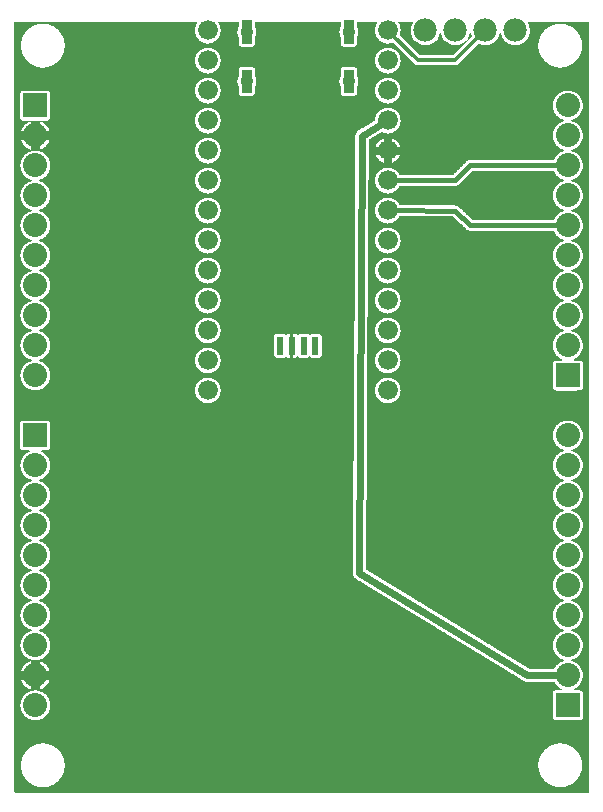
<source format=gtl>
G04 MADE WITH FRITZING*
G04 WWW.FRITZING.ORG*
G04 DOUBLE SIDED*
G04 HOLES PLATED*
G04 CONTOUR ON CENTER OF CONTOUR VECTOR*
%ASAXBY*%
%FSLAX23Y23*%
%MOIN*%
%OFA0B0*%
%SFA1.0B1.0*%
%ADD10C,0.066000*%
%ADD11C,0.043622*%
%ADD12C,0.080000*%
%ADD13C,0.078000*%
%ADD14C,0.075000*%
%ADD15R,0.019685X0.061024*%
%ADD16R,0.080000X0.080000*%
%ADD17C,0.016000*%
%ADD18C,0.012000*%
%ADD19C,0.024000*%
%ADD20C,0.000100*%
%ADD21R,0.001000X0.001000*%
%LNCOPPER1*%
G90*
G70*
G54D10*
X675Y2271D03*
X1275Y2171D03*
X675Y1471D03*
X1275Y1771D03*
X1275Y2571D03*
X675Y1871D03*
G54D11*
X1145Y2566D03*
G54D10*
X1275Y1571D03*
X1275Y1971D03*
X1275Y2371D03*
X675Y2471D03*
X675Y2071D03*
X675Y1671D03*
G54D11*
X1145Y2402D03*
G54D10*
X1275Y1471D03*
X1275Y1671D03*
X1275Y1871D03*
X1275Y2071D03*
X1275Y2271D03*
X1275Y2471D03*
X675Y2571D03*
X675Y2371D03*
X675Y2171D03*
X675Y1971D03*
X675Y1771D03*
X675Y1571D03*
X675Y1371D03*
G54D11*
X805Y2402D03*
X805Y2566D03*
G54D10*
X1275Y1371D03*
G54D12*
X100Y2321D03*
X100Y2221D03*
X100Y2121D03*
X100Y2021D03*
X100Y1921D03*
X100Y1821D03*
X100Y1721D03*
X100Y1621D03*
X100Y1521D03*
X100Y1421D03*
X100Y1221D03*
X100Y1121D03*
X100Y1021D03*
X100Y921D03*
X100Y821D03*
X100Y721D03*
X100Y621D03*
X100Y521D03*
X100Y421D03*
X100Y321D03*
X1875Y1421D03*
X1875Y1521D03*
X1875Y1621D03*
X1875Y1721D03*
X1875Y1821D03*
X1875Y1921D03*
X1875Y2021D03*
X1875Y2121D03*
X1875Y2221D03*
X1875Y2321D03*
X1875Y321D03*
X1875Y421D03*
X1875Y521D03*
X1875Y621D03*
X1875Y721D03*
X1875Y821D03*
X1875Y921D03*
X1875Y1021D03*
X1875Y1121D03*
X1875Y1221D03*
G54D13*
X1400Y2571D03*
X1500Y2571D03*
X1600Y2571D03*
X1700Y2571D03*
G54D14*
X240Y2553D03*
G54D15*
X916Y1520D03*
X955Y1520D03*
X995Y1520D03*
X1034Y1520D03*
G54D16*
X100Y2321D03*
X100Y1221D03*
X1875Y1421D03*
X1875Y321D03*
G54D17*
X1549Y2121D02*
X1499Y2071D01*
D02*
X1499Y2071D02*
X1295Y2071D01*
D02*
X1855Y2121D02*
X1549Y2121D01*
D02*
X1549Y1922D02*
X1855Y1921D01*
D02*
X1295Y1971D02*
X1499Y1970D01*
D02*
X1499Y1970D02*
X1549Y1922D01*
G54D18*
D02*
X1375Y2472D02*
X1500Y2472D01*
D02*
X1500Y2472D02*
X1587Y2558D01*
D02*
X1289Y2557D02*
X1375Y2472D01*
G54D19*
D02*
X1740Y421D02*
X1855Y421D01*
D02*
X1258Y2261D02*
X1190Y2220D01*
D02*
X1180Y762D02*
X1740Y421D01*
D02*
X1190Y2220D02*
X1180Y762D01*
G54D20*
G36*
X1358Y2599D02*
X1358Y2599D01*
X1359Y2598D01*
X1359Y2598D01*
X1359Y2597D01*
X1358Y2596D01*
X1355Y2590D01*
X1352Y2582D01*
X1352Y2580D01*
X1351Y2576D01*
X1351Y2572D01*
X1351Y2570D01*
X1351Y2566D01*
X1352Y2560D01*
X1355Y2552D01*
X1359Y2544D01*
X1365Y2537D01*
X1366Y2536D01*
X1372Y2531D01*
X1381Y2526D01*
X1390Y2523D01*
X1395Y2522D01*
X1399Y2522D01*
X1401Y2522D01*
X1405Y2522D01*
X1410Y2523D01*
X1419Y2526D01*
X1427Y2530D01*
X1435Y2536D01*
X1435Y2537D01*
X1441Y2544D01*
X1445Y2552D01*
X1448Y2561D01*
X1448Y2561D01*
X1449Y2562D01*
X1450Y2562D01*
X1450Y2562D01*
X1451Y2562D01*
X1452Y2561D01*
X1452Y2561D01*
X1452Y2560D01*
X1455Y2552D01*
X1459Y2544D01*
X1465Y2537D01*
X1466Y2536D01*
X1472Y2531D01*
X1481Y2526D01*
X1490Y2523D01*
X1495Y2522D01*
X1499Y2522D01*
X1501Y2522D01*
X1505Y2522D01*
X1510Y2523D01*
X1519Y2526D01*
X1527Y2530D01*
X1535Y2536D01*
X1535Y2537D01*
X1541Y2544D01*
X1545Y2552D01*
X1548Y2561D01*
X1548Y2561D01*
X1549Y2562D01*
X1550Y2562D01*
X1550Y2562D01*
X1551Y2562D01*
X1552Y2561D01*
X1552Y2561D01*
X1552Y2560D01*
X1555Y2552D01*
X1555Y2551D01*
X1556Y2550D01*
X1556Y2550D01*
X1555Y2549D01*
X1555Y2549D01*
X1494Y2488D01*
X1493Y2488D01*
X1493Y2488D01*
X1382Y2488D01*
X1381Y2488D01*
X1315Y2554D01*
X1315Y2554D01*
X1315Y2555D01*
X1315Y2556D01*
X1317Y2562D01*
X1317Y2564D01*
X1318Y2571D01*
X1318Y2572D01*
X1317Y2580D01*
X1315Y2588D01*
X1311Y2595D01*
X1310Y2596D01*
X1309Y2597D01*
X1309Y2598D01*
X1310Y2599D01*
X1310Y2599D01*
X1311Y2600D01*
X1311Y2600D01*
X1357Y2600D01*
X1358Y2599D01*
D02*
G37*
D02*
G36*
X1358Y2599D02*
X1358Y2599D01*
X1359Y2598D01*
X1359Y2598D01*
X1359Y2597D01*
X1358Y2596D01*
X1355Y2590D01*
X1352Y2582D01*
X1352Y2580D01*
X1351Y2576D01*
X1351Y2572D01*
X1351Y2570D01*
X1351Y2566D01*
X1352Y2560D01*
X1355Y2552D01*
X1359Y2544D01*
X1365Y2537D01*
X1366Y2536D01*
X1372Y2531D01*
X1381Y2526D01*
X1390Y2523D01*
X1395Y2522D01*
X1399Y2522D01*
X1401Y2522D01*
X1405Y2522D01*
X1410Y2523D01*
X1419Y2526D01*
X1427Y2530D01*
X1435Y2536D01*
X1435Y2537D01*
X1441Y2544D01*
X1445Y2552D01*
X1448Y2561D01*
X1448Y2561D01*
X1449Y2562D01*
X1450Y2562D01*
X1450Y2562D01*
X1451Y2562D01*
X1452Y2561D01*
X1452Y2561D01*
X1452Y2560D01*
X1455Y2552D01*
X1459Y2544D01*
X1465Y2537D01*
X1466Y2536D01*
X1472Y2531D01*
X1481Y2526D01*
X1490Y2523D01*
X1495Y2522D01*
X1499Y2522D01*
X1501Y2522D01*
X1505Y2522D01*
X1510Y2523D01*
X1519Y2526D01*
X1527Y2530D01*
X1535Y2536D01*
X1535Y2537D01*
X1541Y2544D01*
X1545Y2552D01*
X1548Y2561D01*
X1548Y2561D01*
X1549Y2562D01*
X1550Y2562D01*
X1550Y2562D01*
X1551Y2562D01*
X1552Y2561D01*
X1552Y2561D01*
X1552Y2560D01*
X1555Y2552D01*
X1555Y2551D01*
X1556Y2550D01*
X1556Y2550D01*
X1555Y2549D01*
X1555Y2549D01*
X1494Y2488D01*
X1493Y2488D01*
X1493Y2488D01*
X1382Y2488D01*
X1381Y2488D01*
X1315Y2554D01*
X1315Y2554D01*
X1315Y2555D01*
X1315Y2556D01*
X1317Y2562D01*
X1317Y2564D01*
X1318Y2571D01*
X1318Y2572D01*
X1317Y2580D01*
X1315Y2588D01*
X1311Y2595D01*
X1310Y2596D01*
X1309Y2597D01*
X1309Y2598D01*
X1310Y2599D01*
X1310Y2599D01*
X1311Y2600D01*
X1311Y2600D01*
X1357Y2600D01*
X1358Y2599D01*
D02*
G37*
D02*
G54D21*
X789Y2604D02*
X822Y2604D01*
X1129Y2604D02*
X1162Y2604D01*
X789Y2603D02*
X822Y2603D01*
X1129Y2603D02*
X1162Y2603D01*
X789Y2602D02*
X822Y2602D01*
X1129Y2602D02*
X1162Y2602D01*
X789Y2601D02*
X822Y2601D01*
X1129Y2601D02*
X1162Y2601D01*
X789Y2600D02*
X822Y2600D01*
X1129Y2600D02*
X1162Y2600D01*
X32Y2599D02*
X639Y2599D01*
X711Y2599D02*
X777Y2599D01*
X789Y2599D02*
X822Y2599D01*
X834Y2599D02*
X1117Y2599D01*
X1129Y2599D02*
X1162Y2599D01*
X1174Y2599D02*
X1239Y2599D01*
X1743Y2599D02*
X1944Y2599D01*
X31Y2598D02*
X640Y2598D01*
X710Y2598D02*
X778Y2598D01*
X789Y2598D02*
X822Y2598D01*
X833Y2598D02*
X1118Y2598D01*
X1129Y2598D02*
X1162Y2598D01*
X1173Y2598D02*
X1240Y2598D01*
X1742Y2598D02*
X1945Y2598D01*
X31Y2597D02*
X641Y2597D01*
X710Y2597D02*
X778Y2597D01*
X789Y2597D02*
X822Y2597D01*
X833Y2597D02*
X1118Y2597D01*
X1129Y2597D02*
X1162Y2597D01*
X1173Y2597D02*
X1240Y2597D01*
X1742Y2597D02*
X1945Y2597D01*
X31Y2596D02*
X640Y2596D01*
X711Y2596D02*
X778Y2596D01*
X789Y2596D02*
X822Y2596D01*
X833Y2596D02*
X1118Y2596D01*
X1129Y2596D02*
X1162Y2596D01*
X1173Y2596D02*
X1240Y2596D01*
X1742Y2596D02*
X1945Y2596D01*
X31Y2595D02*
X640Y2595D01*
X711Y2595D02*
X778Y2595D01*
X789Y2595D02*
X822Y2595D01*
X833Y2595D02*
X1118Y2595D01*
X1129Y2595D02*
X1162Y2595D01*
X1173Y2595D02*
X1240Y2595D01*
X1743Y2595D02*
X1945Y2595D01*
X31Y2594D02*
X639Y2594D01*
X712Y2594D02*
X778Y2594D01*
X789Y2594D02*
X822Y2594D01*
X833Y2594D02*
X1118Y2594D01*
X1129Y2594D02*
X1162Y2594D01*
X1173Y2594D02*
X1239Y2594D01*
X1743Y2594D02*
X1945Y2594D01*
X31Y2593D02*
X117Y2593D01*
X134Y2593D02*
X638Y2593D01*
X712Y2593D02*
X778Y2593D01*
X789Y2593D02*
X822Y2593D01*
X833Y2593D02*
X1118Y2593D01*
X1129Y2593D02*
X1162Y2593D01*
X1173Y2593D02*
X1238Y2593D01*
X1744Y2593D02*
X1841Y2593D01*
X1859Y2593D02*
X1945Y2593D01*
X31Y2592D02*
X110Y2592D01*
X141Y2592D02*
X638Y2592D01*
X713Y2592D02*
X778Y2592D01*
X789Y2592D02*
X822Y2592D01*
X833Y2592D02*
X1118Y2592D01*
X1129Y2592D02*
X1162Y2592D01*
X1173Y2592D02*
X1238Y2592D01*
X1744Y2592D02*
X1835Y2592D01*
X1865Y2592D02*
X1945Y2592D01*
X31Y2591D02*
X106Y2591D01*
X145Y2591D02*
X637Y2591D01*
X713Y2591D02*
X778Y2591D01*
X789Y2591D02*
X822Y2591D01*
X833Y2591D02*
X1118Y2591D01*
X1129Y2591D02*
X1162Y2591D01*
X1173Y2591D02*
X1237Y2591D01*
X1745Y2591D02*
X1831Y2591D01*
X1869Y2591D02*
X1945Y2591D01*
X31Y2590D02*
X103Y2590D01*
X148Y2590D02*
X637Y2590D01*
X714Y2590D02*
X778Y2590D01*
X789Y2590D02*
X822Y2590D01*
X833Y2590D02*
X1118Y2590D01*
X1129Y2590D02*
X1162Y2590D01*
X1173Y2590D02*
X1237Y2590D01*
X1745Y2590D02*
X1827Y2590D01*
X1873Y2590D02*
X1945Y2590D01*
X31Y2589D02*
X100Y2589D01*
X151Y2589D02*
X636Y2589D01*
X714Y2589D02*
X778Y2589D01*
X789Y2589D02*
X822Y2589D01*
X833Y2589D02*
X1118Y2589D01*
X1129Y2589D02*
X1162Y2589D01*
X1173Y2589D02*
X1236Y2589D01*
X1746Y2589D02*
X1825Y2589D01*
X1876Y2589D02*
X1945Y2589D01*
X31Y2588D02*
X97Y2588D01*
X154Y2588D02*
X636Y2588D01*
X715Y2588D02*
X778Y2588D01*
X789Y2588D02*
X822Y2588D01*
X833Y2588D02*
X1118Y2588D01*
X1129Y2588D02*
X1162Y2588D01*
X1173Y2588D02*
X1236Y2588D01*
X1746Y2588D02*
X1822Y2588D01*
X1878Y2588D02*
X1945Y2588D01*
X31Y2587D02*
X95Y2587D01*
X156Y2587D02*
X635Y2587D01*
X715Y2587D02*
X778Y2587D01*
X789Y2587D02*
X822Y2587D01*
X833Y2587D02*
X1118Y2587D01*
X1129Y2587D02*
X1162Y2587D01*
X1173Y2587D02*
X1235Y2587D01*
X1747Y2587D02*
X1820Y2587D01*
X1881Y2587D02*
X1945Y2587D01*
X31Y2586D02*
X93Y2586D01*
X158Y2586D02*
X635Y2586D01*
X716Y2586D02*
X778Y2586D01*
X789Y2586D02*
X822Y2586D01*
X833Y2586D02*
X1118Y2586D01*
X1129Y2586D02*
X1162Y2586D01*
X1173Y2586D02*
X1235Y2586D01*
X1747Y2586D02*
X1818Y2586D01*
X1883Y2586D02*
X1945Y2586D01*
X31Y2585D02*
X91Y2585D01*
X160Y2585D02*
X635Y2585D01*
X716Y2585D02*
X778Y2585D01*
X789Y2585D02*
X822Y2585D01*
X833Y2585D02*
X1118Y2585D01*
X1129Y2585D02*
X1162Y2585D01*
X1173Y2585D02*
X1235Y2585D01*
X1747Y2585D02*
X1815Y2585D01*
X1885Y2585D02*
X1945Y2585D01*
X31Y2584D02*
X89Y2584D01*
X162Y2584D02*
X634Y2584D01*
X716Y2584D02*
X778Y2584D01*
X789Y2584D02*
X822Y2584D01*
X833Y2584D02*
X1118Y2584D01*
X1129Y2584D02*
X1162Y2584D01*
X1173Y2584D02*
X1234Y2584D01*
X1747Y2584D02*
X1814Y2584D01*
X1887Y2584D02*
X1945Y2584D01*
X31Y2583D02*
X87Y2583D01*
X163Y2583D02*
X634Y2583D01*
X717Y2583D02*
X778Y2583D01*
X789Y2583D02*
X822Y2583D01*
X833Y2583D02*
X1118Y2583D01*
X1129Y2583D02*
X1162Y2583D01*
X1173Y2583D02*
X1234Y2583D01*
X1748Y2583D02*
X1812Y2583D01*
X1888Y2583D02*
X1945Y2583D01*
X31Y2582D02*
X86Y2582D01*
X165Y2582D02*
X634Y2582D01*
X717Y2582D02*
X778Y2582D01*
X789Y2582D02*
X801Y2582D01*
X810Y2582D02*
X822Y2582D01*
X833Y2582D02*
X1118Y2582D01*
X1129Y2582D02*
X1141Y2582D01*
X1150Y2582D02*
X1162Y2582D01*
X1173Y2582D02*
X1234Y2582D01*
X1748Y2582D02*
X1811Y2582D01*
X1890Y2582D02*
X1945Y2582D01*
X31Y2581D02*
X84Y2581D01*
X167Y2581D02*
X633Y2581D01*
X717Y2581D02*
X777Y2581D01*
X789Y2581D02*
X798Y2581D01*
X813Y2581D02*
X822Y2581D01*
X833Y2581D02*
X1117Y2581D01*
X1129Y2581D02*
X1138Y2581D01*
X1153Y2581D02*
X1162Y2581D01*
X1174Y2581D02*
X1233Y2581D01*
X1748Y2581D02*
X1809Y2581D01*
X1892Y2581D02*
X1945Y2581D01*
X31Y2580D02*
X83Y2580D01*
X168Y2580D02*
X633Y2580D01*
X718Y2580D02*
X777Y2580D01*
X789Y2580D02*
X796Y2580D01*
X815Y2580D02*
X822Y2580D01*
X834Y2580D02*
X1117Y2580D01*
X1129Y2580D02*
X1136Y2580D01*
X1155Y2580D02*
X1162Y2580D01*
X1174Y2580D02*
X1233Y2580D01*
X1749Y2580D02*
X1807Y2580D01*
X1893Y2580D02*
X1945Y2580D01*
X31Y2579D02*
X81Y2579D01*
X170Y2579D02*
X633Y2579D01*
X718Y2579D02*
X776Y2579D01*
X789Y2579D02*
X795Y2579D01*
X816Y2579D02*
X822Y2579D01*
X835Y2579D02*
X1116Y2579D01*
X1129Y2579D02*
X1135Y2579D01*
X1156Y2579D02*
X1162Y2579D01*
X1175Y2579D02*
X1233Y2579D01*
X1749Y2579D02*
X1806Y2579D01*
X1894Y2579D02*
X1945Y2579D01*
X31Y2578D02*
X80Y2578D01*
X171Y2578D02*
X633Y2578D01*
X718Y2578D02*
X776Y2578D01*
X789Y2578D02*
X793Y2578D01*
X817Y2578D02*
X822Y2578D01*
X835Y2578D02*
X1116Y2578D01*
X1129Y2578D02*
X1134Y2578D01*
X1157Y2578D02*
X1162Y2578D01*
X1175Y2578D02*
X1233Y2578D01*
X1749Y2578D02*
X1805Y2578D01*
X1896Y2578D02*
X1945Y2578D01*
X31Y2577D02*
X79Y2577D01*
X172Y2577D02*
X633Y2577D01*
X718Y2577D02*
X775Y2577D01*
X789Y2577D02*
X792Y2577D01*
X818Y2577D02*
X822Y2577D01*
X835Y2577D02*
X1115Y2577D01*
X1129Y2577D02*
X1133Y2577D01*
X1158Y2577D02*
X1162Y2577D01*
X1175Y2577D02*
X1232Y2577D01*
X1749Y2577D02*
X1804Y2577D01*
X1897Y2577D02*
X1945Y2577D01*
X31Y2576D02*
X78Y2576D01*
X173Y2576D02*
X632Y2576D01*
X718Y2576D02*
X775Y2576D01*
X789Y2576D02*
X792Y2576D01*
X819Y2576D02*
X822Y2576D01*
X836Y2576D02*
X1115Y2576D01*
X1129Y2576D02*
X1132Y2576D01*
X1159Y2576D02*
X1162Y2576D01*
X1176Y2576D02*
X1232Y2576D01*
X1749Y2576D02*
X1802Y2576D01*
X1898Y2576D02*
X1945Y2576D01*
X31Y2575D02*
X77Y2575D01*
X174Y2575D02*
X632Y2575D01*
X718Y2575D02*
X775Y2575D01*
X789Y2575D02*
X791Y2575D01*
X820Y2575D02*
X822Y2575D01*
X836Y2575D02*
X1115Y2575D01*
X1129Y2575D02*
X1131Y2575D01*
X1160Y2575D02*
X1162Y2575D01*
X1176Y2575D02*
X1232Y2575D01*
X1749Y2575D02*
X1801Y2575D01*
X1899Y2575D02*
X1945Y2575D01*
X31Y2574D02*
X75Y2574D01*
X176Y2574D02*
X632Y2574D01*
X719Y2574D02*
X774Y2574D01*
X789Y2574D02*
X790Y2574D01*
X820Y2574D02*
X822Y2574D01*
X836Y2574D02*
X1114Y2574D01*
X1129Y2574D02*
X1130Y2574D01*
X1161Y2574D02*
X1162Y2574D01*
X1176Y2574D02*
X1232Y2574D01*
X1750Y2574D02*
X1800Y2574D01*
X1900Y2574D02*
X1945Y2574D01*
X31Y2573D02*
X74Y2573D01*
X177Y2573D02*
X632Y2573D01*
X719Y2573D02*
X774Y2573D01*
X789Y2573D02*
X790Y2573D01*
X821Y2573D02*
X822Y2573D01*
X837Y2573D02*
X1114Y2573D01*
X1129Y2573D02*
X1130Y2573D01*
X1161Y2573D02*
X1162Y2573D01*
X1177Y2573D02*
X1232Y2573D01*
X1750Y2573D02*
X1799Y2573D01*
X1901Y2573D02*
X1945Y2573D01*
X31Y2572D02*
X73Y2572D01*
X178Y2572D02*
X632Y2572D01*
X719Y2572D02*
X774Y2572D01*
X789Y2572D02*
X789Y2572D01*
X821Y2572D02*
X822Y2572D01*
X837Y2572D02*
X1114Y2572D01*
X1129Y2572D02*
X1129Y2572D01*
X1162Y2572D02*
X1162Y2572D01*
X1177Y2572D02*
X1232Y2572D01*
X1750Y2572D02*
X1798Y2572D01*
X1902Y2572D02*
X1945Y2572D01*
X31Y2571D02*
X72Y2571D01*
X179Y2571D02*
X632Y2571D01*
X719Y2571D02*
X774Y2571D01*
X789Y2571D02*
X789Y2571D01*
X822Y2571D02*
X822Y2571D01*
X837Y2571D02*
X1114Y2571D01*
X1129Y2571D02*
X1129Y2571D01*
X1162Y2571D02*
X1162Y2571D01*
X1177Y2571D02*
X1232Y2571D01*
X1750Y2571D02*
X1797Y2571D01*
X1903Y2571D02*
X1945Y2571D01*
X31Y2570D02*
X71Y2570D01*
X179Y2570D02*
X632Y2570D01*
X719Y2570D02*
X773Y2570D01*
X789Y2570D02*
X789Y2570D01*
X822Y2570D02*
X822Y2570D01*
X837Y2570D02*
X1114Y2570D01*
X1129Y2570D02*
X1129Y2570D01*
X1162Y2570D02*
X1162Y2570D01*
X1177Y2570D02*
X1232Y2570D01*
X1750Y2570D02*
X1796Y2570D01*
X1904Y2570D02*
X1945Y2570D01*
X31Y2569D02*
X71Y2569D01*
X180Y2569D02*
X632Y2569D01*
X719Y2569D02*
X773Y2569D01*
X837Y2569D02*
X1113Y2569D01*
X1177Y2569D02*
X1232Y2569D01*
X1750Y2569D02*
X1795Y2569D01*
X1905Y2569D02*
X1945Y2569D01*
X31Y2568D02*
X70Y2568D01*
X181Y2568D02*
X632Y2568D01*
X719Y2568D02*
X773Y2568D01*
X837Y2568D02*
X1113Y2568D01*
X1177Y2568D02*
X1232Y2568D01*
X1750Y2568D02*
X1794Y2568D01*
X1906Y2568D02*
X1945Y2568D01*
X31Y2567D02*
X69Y2567D01*
X182Y2567D02*
X632Y2567D01*
X719Y2567D02*
X773Y2567D01*
X837Y2567D02*
X1113Y2567D01*
X1178Y2567D02*
X1232Y2567D01*
X1750Y2567D02*
X1793Y2567D01*
X1907Y2567D02*
X1945Y2567D01*
X31Y2566D02*
X68Y2566D01*
X183Y2566D02*
X632Y2566D01*
X718Y2566D02*
X773Y2566D01*
X838Y2566D02*
X1113Y2566D01*
X1178Y2566D02*
X1232Y2566D01*
X1749Y2566D02*
X1793Y2566D01*
X1908Y2566D02*
X1945Y2566D01*
X31Y2565D02*
X67Y2565D01*
X184Y2565D02*
X632Y2565D01*
X718Y2565D02*
X773Y2565D01*
X838Y2565D02*
X1113Y2565D01*
X1178Y2565D02*
X1232Y2565D01*
X1749Y2565D02*
X1792Y2565D01*
X1908Y2565D02*
X1945Y2565D01*
X31Y2564D02*
X66Y2564D01*
X184Y2564D02*
X633Y2564D01*
X718Y2564D02*
X773Y2564D01*
X837Y2564D02*
X1113Y2564D01*
X1178Y2564D02*
X1233Y2564D01*
X1749Y2564D02*
X1791Y2564D01*
X1909Y2564D02*
X1945Y2564D01*
X31Y2563D02*
X66Y2563D01*
X185Y2563D02*
X633Y2563D01*
X718Y2563D02*
X773Y2563D01*
X837Y2563D02*
X1113Y2563D01*
X1177Y2563D02*
X1233Y2563D01*
X1749Y2563D02*
X1790Y2563D01*
X1910Y2563D02*
X1945Y2563D01*
X31Y2562D02*
X65Y2562D01*
X186Y2562D02*
X633Y2562D01*
X718Y2562D02*
X773Y2562D01*
X837Y2562D02*
X1113Y2562D01*
X1177Y2562D02*
X1233Y2562D01*
X1749Y2562D02*
X1790Y2562D01*
X1911Y2562D02*
X1945Y2562D01*
X31Y2561D02*
X64Y2561D01*
X187Y2561D02*
X633Y2561D01*
X718Y2561D02*
X773Y2561D01*
X789Y2561D02*
X789Y2561D01*
X822Y2561D02*
X822Y2561D01*
X837Y2561D02*
X1114Y2561D01*
X1129Y2561D02*
X1129Y2561D01*
X1162Y2561D02*
X1162Y2561D01*
X1177Y2561D02*
X1233Y2561D01*
X1649Y2561D02*
X1651Y2561D01*
X1749Y2561D02*
X1789Y2561D01*
X1911Y2561D02*
X1945Y2561D01*
X31Y2560D02*
X64Y2560D01*
X187Y2560D02*
X633Y2560D01*
X717Y2560D02*
X774Y2560D01*
X789Y2560D02*
X789Y2560D01*
X822Y2560D02*
X822Y2560D01*
X837Y2560D02*
X1114Y2560D01*
X1129Y2560D02*
X1129Y2560D01*
X1162Y2560D02*
X1162Y2560D01*
X1177Y2560D02*
X1233Y2560D01*
X1649Y2560D02*
X1652Y2560D01*
X1748Y2560D02*
X1788Y2560D01*
X1912Y2560D02*
X1945Y2560D01*
X31Y2559D02*
X63Y2559D01*
X188Y2559D02*
X634Y2559D01*
X717Y2559D02*
X774Y2559D01*
X789Y2559D02*
X789Y2559D01*
X821Y2559D02*
X822Y2559D01*
X837Y2559D02*
X1114Y2559D01*
X1129Y2559D02*
X1129Y2559D01*
X1161Y2559D02*
X1162Y2559D01*
X1177Y2559D02*
X1234Y2559D01*
X1648Y2559D02*
X1652Y2559D01*
X1748Y2559D02*
X1788Y2559D01*
X1913Y2559D02*
X1945Y2559D01*
X31Y2558D02*
X62Y2558D01*
X188Y2558D02*
X634Y2558D01*
X717Y2558D02*
X774Y2558D01*
X789Y2558D02*
X790Y2558D01*
X821Y2558D02*
X822Y2558D01*
X837Y2558D02*
X1114Y2558D01*
X1129Y2558D02*
X1130Y2558D01*
X1161Y2558D02*
X1162Y2558D01*
X1177Y2558D02*
X1234Y2558D01*
X1648Y2558D02*
X1653Y2558D01*
X1748Y2558D02*
X1787Y2558D01*
X1913Y2558D02*
X1945Y2558D01*
X31Y2557D02*
X62Y2557D01*
X189Y2557D02*
X634Y2557D01*
X716Y2557D02*
X774Y2557D01*
X789Y2557D02*
X790Y2557D01*
X820Y2557D02*
X822Y2557D01*
X836Y2557D02*
X1115Y2557D01*
X1129Y2557D02*
X1131Y2557D01*
X1160Y2557D02*
X1162Y2557D01*
X1176Y2557D02*
X1234Y2557D01*
X1648Y2557D02*
X1653Y2557D01*
X1747Y2557D02*
X1787Y2557D01*
X1914Y2557D02*
X1945Y2557D01*
X31Y2556D02*
X61Y2556D01*
X190Y2556D02*
X635Y2556D01*
X716Y2556D02*
X775Y2556D01*
X789Y2556D02*
X791Y2556D01*
X820Y2556D02*
X822Y2556D01*
X836Y2556D02*
X1115Y2556D01*
X1129Y2556D02*
X1131Y2556D01*
X1160Y2556D02*
X1162Y2556D01*
X1176Y2556D02*
X1235Y2556D01*
X1647Y2556D02*
X1653Y2556D01*
X1747Y2556D02*
X1786Y2556D01*
X1914Y2556D02*
X1945Y2556D01*
X31Y2555D02*
X61Y2555D01*
X190Y2555D02*
X635Y2555D01*
X716Y2555D02*
X775Y2555D01*
X789Y2555D02*
X792Y2555D01*
X819Y2555D02*
X822Y2555D01*
X836Y2555D02*
X1115Y2555D01*
X1129Y2555D02*
X1132Y2555D01*
X1159Y2555D02*
X1162Y2555D01*
X1176Y2555D02*
X1235Y2555D01*
X1647Y2555D02*
X1654Y2555D01*
X1747Y2555D02*
X1785Y2555D01*
X1915Y2555D02*
X1945Y2555D01*
X31Y2554D02*
X60Y2554D01*
X191Y2554D02*
X635Y2554D01*
X715Y2554D02*
X775Y2554D01*
X789Y2554D02*
X793Y2554D01*
X818Y2554D02*
X822Y2554D01*
X835Y2554D02*
X1115Y2554D01*
X1129Y2554D02*
X1133Y2554D01*
X1158Y2554D02*
X1162Y2554D01*
X1175Y2554D02*
X1235Y2554D01*
X1647Y2554D02*
X1654Y2554D01*
X1746Y2554D02*
X1785Y2554D01*
X1916Y2554D02*
X1945Y2554D01*
X31Y2553D02*
X60Y2553D01*
X191Y2553D02*
X636Y2553D01*
X715Y2553D02*
X776Y2553D01*
X789Y2553D02*
X794Y2553D01*
X817Y2553D02*
X822Y2553D01*
X835Y2553D02*
X1116Y2553D01*
X1129Y2553D02*
X1134Y2553D01*
X1157Y2553D02*
X1162Y2553D01*
X1175Y2553D02*
X1236Y2553D01*
X1646Y2553D02*
X1654Y2553D01*
X1746Y2553D02*
X1784Y2553D01*
X1916Y2553D02*
X1945Y2553D01*
X31Y2552D02*
X59Y2552D01*
X192Y2552D02*
X636Y2552D01*
X714Y2552D02*
X776Y2552D01*
X789Y2552D02*
X795Y2552D01*
X816Y2552D02*
X822Y2552D01*
X834Y2552D02*
X1116Y2552D01*
X1129Y2552D02*
X1135Y2552D01*
X1156Y2552D02*
X1162Y2552D01*
X1174Y2552D02*
X1236Y2552D01*
X1646Y2552D02*
X1655Y2552D01*
X1746Y2552D02*
X1784Y2552D01*
X1917Y2552D02*
X1945Y2552D01*
X31Y2551D02*
X59Y2551D01*
X192Y2551D02*
X637Y2551D01*
X714Y2551D02*
X777Y2551D01*
X789Y2551D02*
X797Y2551D01*
X814Y2551D02*
X822Y2551D01*
X834Y2551D02*
X1117Y2551D01*
X1129Y2551D02*
X1137Y2551D01*
X1154Y2551D02*
X1162Y2551D01*
X1174Y2551D02*
X1237Y2551D01*
X1645Y2551D02*
X1655Y2551D01*
X1745Y2551D02*
X1783Y2551D01*
X1917Y2551D02*
X1945Y2551D01*
X31Y2550D02*
X58Y2550D01*
X193Y2550D02*
X637Y2550D01*
X713Y2550D02*
X777Y2550D01*
X789Y2550D02*
X799Y2550D01*
X812Y2550D02*
X822Y2550D01*
X833Y2550D02*
X1117Y2550D01*
X1129Y2550D02*
X1139Y2550D01*
X1152Y2550D02*
X1162Y2550D01*
X1173Y2550D02*
X1237Y2550D01*
X1645Y2550D02*
X1656Y2550D01*
X1745Y2550D02*
X1783Y2550D01*
X1917Y2550D02*
X1945Y2550D01*
X31Y2549D02*
X58Y2549D01*
X193Y2549D02*
X638Y2549D01*
X713Y2549D02*
X778Y2549D01*
X789Y2549D02*
X803Y2549D01*
X808Y2549D02*
X822Y2549D01*
X833Y2549D02*
X1118Y2549D01*
X1129Y2549D02*
X1143Y2549D01*
X1148Y2549D02*
X1162Y2549D01*
X1173Y2549D02*
X1238Y2549D01*
X1644Y2549D02*
X1656Y2549D01*
X1744Y2549D02*
X1783Y2549D01*
X1918Y2549D02*
X1945Y2549D01*
X31Y2548D02*
X57Y2548D01*
X194Y2548D02*
X639Y2548D01*
X712Y2548D02*
X778Y2548D01*
X789Y2548D02*
X822Y2548D01*
X833Y2548D02*
X1118Y2548D01*
X1129Y2548D02*
X1162Y2548D01*
X1173Y2548D02*
X1238Y2548D01*
X1644Y2548D02*
X1657Y2548D01*
X1744Y2548D02*
X1782Y2548D01*
X1918Y2548D02*
X1945Y2548D01*
X31Y2547D02*
X57Y2547D01*
X194Y2547D02*
X639Y2547D01*
X712Y2547D02*
X778Y2547D01*
X789Y2547D02*
X822Y2547D01*
X833Y2547D02*
X1118Y2547D01*
X1129Y2547D02*
X1162Y2547D01*
X1173Y2547D02*
X1239Y2547D01*
X1643Y2547D02*
X1657Y2547D01*
X1743Y2547D02*
X1782Y2547D01*
X1919Y2547D02*
X1945Y2547D01*
X31Y2546D02*
X57Y2546D01*
X194Y2546D02*
X640Y2546D01*
X711Y2546D02*
X778Y2546D01*
X789Y2546D02*
X822Y2546D01*
X833Y2546D02*
X1118Y2546D01*
X1129Y2546D02*
X1162Y2546D01*
X1173Y2546D02*
X1240Y2546D01*
X1643Y2546D02*
X1658Y2546D01*
X1743Y2546D02*
X1781Y2546D01*
X1919Y2546D02*
X1945Y2546D01*
X31Y2545D02*
X56Y2545D01*
X195Y2545D02*
X640Y2545D01*
X710Y2545D02*
X778Y2545D01*
X789Y2545D02*
X822Y2545D01*
X833Y2545D02*
X1118Y2545D01*
X1129Y2545D02*
X1162Y2545D01*
X1173Y2545D02*
X1240Y2545D01*
X1642Y2545D02*
X1658Y2545D01*
X1742Y2545D02*
X1781Y2545D01*
X1919Y2545D02*
X1945Y2545D01*
X31Y2544D02*
X56Y2544D01*
X195Y2544D02*
X641Y2544D01*
X709Y2544D02*
X778Y2544D01*
X789Y2544D02*
X822Y2544D01*
X833Y2544D02*
X1118Y2544D01*
X1129Y2544D02*
X1162Y2544D01*
X1173Y2544D02*
X1241Y2544D01*
X1642Y2544D02*
X1659Y2544D01*
X1742Y2544D02*
X1781Y2544D01*
X1920Y2544D02*
X1945Y2544D01*
X31Y2543D02*
X56Y2543D01*
X195Y2543D02*
X642Y2543D01*
X709Y2543D02*
X778Y2543D01*
X789Y2543D02*
X822Y2543D01*
X833Y2543D02*
X1118Y2543D01*
X1129Y2543D02*
X1162Y2543D01*
X1173Y2543D02*
X1242Y2543D01*
X1641Y2543D02*
X1659Y2543D01*
X1741Y2543D02*
X1780Y2543D01*
X1920Y2543D02*
X1945Y2543D01*
X31Y2542D02*
X55Y2542D01*
X196Y2542D02*
X643Y2542D01*
X708Y2542D02*
X778Y2542D01*
X789Y2542D02*
X822Y2542D01*
X833Y2542D02*
X1118Y2542D01*
X1129Y2542D02*
X1162Y2542D01*
X1173Y2542D02*
X1243Y2542D01*
X1640Y2542D02*
X1660Y2542D01*
X1740Y2542D02*
X1780Y2542D01*
X1920Y2542D02*
X1945Y2542D01*
X31Y2541D02*
X55Y2541D01*
X196Y2541D02*
X644Y2541D01*
X707Y2541D02*
X778Y2541D01*
X789Y2541D02*
X822Y2541D01*
X833Y2541D02*
X1118Y2541D01*
X1129Y2541D02*
X1162Y2541D01*
X1173Y2541D02*
X1244Y2541D01*
X1640Y2541D02*
X1661Y2541D01*
X1740Y2541D02*
X1780Y2541D01*
X1921Y2541D02*
X1945Y2541D01*
X31Y2540D02*
X55Y2540D01*
X196Y2540D02*
X645Y2540D01*
X706Y2540D02*
X778Y2540D01*
X789Y2540D02*
X822Y2540D01*
X833Y2540D02*
X1118Y2540D01*
X1129Y2540D02*
X1162Y2540D01*
X1173Y2540D02*
X1245Y2540D01*
X1639Y2540D02*
X1662Y2540D01*
X1739Y2540D02*
X1779Y2540D01*
X1921Y2540D02*
X1945Y2540D01*
X31Y2539D02*
X54Y2539D01*
X196Y2539D02*
X646Y2539D01*
X705Y2539D02*
X778Y2539D01*
X789Y2539D02*
X822Y2539D01*
X833Y2539D02*
X1118Y2539D01*
X1129Y2539D02*
X1162Y2539D01*
X1173Y2539D02*
X1246Y2539D01*
X1638Y2539D02*
X1663Y2539D01*
X1738Y2539D02*
X1779Y2539D01*
X1921Y2539D02*
X1945Y2539D01*
X31Y2538D02*
X54Y2538D01*
X197Y2538D02*
X647Y2538D01*
X704Y2538D02*
X778Y2538D01*
X789Y2538D02*
X822Y2538D01*
X833Y2538D02*
X1118Y2538D01*
X1129Y2538D02*
X1162Y2538D01*
X1173Y2538D02*
X1247Y2538D01*
X1637Y2538D02*
X1663Y2538D01*
X1737Y2538D02*
X1779Y2538D01*
X1922Y2538D02*
X1945Y2538D01*
X31Y2537D02*
X54Y2537D01*
X197Y2537D02*
X648Y2537D01*
X702Y2537D02*
X778Y2537D01*
X789Y2537D02*
X822Y2537D01*
X833Y2537D02*
X1118Y2537D01*
X1129Y2537D02*
X1162Y2537D01*
X1173Y2537D02*
X1248Y2537D01*
X1636Y2537D02*
X1664Y2537D01*
X1736Y2537D02*
X1779Y2537D01*
X1922Y2537D02*
X1945Y2537D01*
X31Y2536D02*
X54Y2536D01*
X197Y2536D02*
X650Y2536D01*
X701Y2536D02*
X778Y2536D01*
X789Y2536D02*
X822Y2536D01*
X833Y2536D02*
X1118Y2536D01*
X1129Y2536D02*
X1162Y2536D01*
X1173Y2536D02*
X1249Y2536D01*
X1635Y2536D02*
X1665Y2536D01*
X1735Y2536D02*
X1778Y2536D01*
X1922Y2536D02*
X1945Y2536D01*
X31Y2535D02*
X53Y2535D01*
X198Y2535D02*
X651Y2535D01*
X700Y2535D02*
X778Y2535D01*
X789Y2535D02*
X822Y2535D01*
X833Y2535D02*
X1118Y2535D01*
X1129Y2535D02*
X1162Y2535D01*
X1173Y2535D02*
X1251Y2535D01*
X1634Y2535D02*
X1666Y2535D01*
X1734Y2535D02*
X1778Y2535D01*
X1922Y2535D02*
X1945Y2535D01*
X31Y2534D02*
X53Y2534D01*
X198Y2534D02*
X653Y2534D01*
X698Y2534D02*
X778Y2534D01*
X789Y2534D02*
X822Y2534D01*
X833Y2534D02*
X1118Y2534D01*
X1129Y2534D02*
X1162Y2534D01*
X1173Y2534D02*
X1252Y2534D01*
X1633Y2534D02*
X1667Y2534D01*
X1733Y2534D02*
X1778Y2534D01*
X1922Y2534D02*
X1945Y2534D01*
X31Y2533D02*
X53Y2533D01*
X198Y2533D02*
X654Y2533D01*
X696Y2533D02*
X778Y2533D01*
X789Y2533D02*
X822Y2533D01*
X833Y2533D02*
X1118Y2533D01*
X1129Y2533D02*
X1162Y2533D01*
X1173Y2533D02*
X1254Y2533D01*
X1632Y2533D02*
X1669Y2533D01*
X1732Y2533D02*
X1778Y2533D01*
X1923Y2533D02*
X1945Y2533D01*
X31Y2532D02*
X53Y2532D01*
X198Y2532D02*
X656Y2532D01*
X694Y2532D02*
X778Y2532D01*
X789Y2532D02*
X822Y2532D01*
X833Y2532D02*
X1118Y2532D01*
X1129Y2532D02*
X1162Y2532D01*
X1173Y2532D02*
X1256Y2532D01*
X1631Y2532D02*
X1670Y2532D01*
X1731Y2532D02*
X1778Y2532D01*
X1923Y2532D02*
X1945Y2532D01*
X31Y2531D02*
X53Y2531D01*
X198Y2531D02*
X658Y2531D01*
X692Y2531D02*
X778Y2531D01*
X789Y2531D02*
X822Y2531D01*
X833Y2531D02*
X1118Y2531D01*
X1129Y2531D02*
X1162Y2531D01*
X1173Y2531D02*
X1258Y2531D01*
X1629Y2531D02*
X1671Y2531D01*
X1729Y2531D02*
X1778Y2531D01*
X1923Y2531D02*
X1945Y2531D01*
X31Y2530D02*
X53Y2530D01*
X198Y2530D02*
X662Y2530D01*
X689Y2530D02*
X778Y2530D01*
X789Y2530D02*
X822Y2530D01*
X833Y2530D02*
X1118Y2530D01*
X1129Y2530D02*
X1162Y2530D01*
X1173Y2530D02*
X1261Y2530D01*
X1289Y2530D02*
X1293Y2530D01*
X1628Y2530D02*
X1672Y2530D01*
X1728Y2530D02*
X1777Y2530D01*
X1923Y2530D02*
X1945Y2530D01*
X31Y2529D02*
X53Y2529D01*
X198Y2529D02*
X665Y2529D01*
X686Y2529D02*
X778Y2529D01*
X789Y2529D02*
X822Y2529D01*
X833Y2529D02*
X1118Y2529D01*
X1129Y2529D02*
X1162Y2529D01*
X1173Y2529D02*
X1265Y2529D01*
X1286Y2529D02*
X1294Y2529D01*
X1626Y2529D02*
X1674Y2529D01*
X1726Y2529D02*
X1777Y2529D01*
X1923Y2529D02*
X1945Y2529D01*
X31Y2528D02*
X52Y2528D01*
X199Y2528D02*
X670Y2528D01*
X680Y2528D02*
X778Y2528D01*
X789Y2528D02*
X822Y2528D01*
X833Y2528D02*
X1118Y2528D01*
X1129Y2528D02*
X1162Y2528D01*
X1173Y2528D02*
X1270Y2528D01*
X1280Y2528D02*
X1295Y2528D01*
X1624Y2528D02*
X1676Y2528D01*
X1724Y2528D02*
X1777Y2528D01*
X1923Y2528D02*
X1945Y2528D01*
X31Y2527D02*
X52Y2527D01*
X199Y2527D02*
X778Y2527D01*
X789Y2527D02*
X821Y2527D01*
X833Y2527D02*
X1118Y2527D01*
X1130Y2527D02*
X1161Y2527D01*
X1173Y2527D02*
X1296Y2527D01*
X1622Y2527D02*
X1678Y2527D01*
X1722Y2527D02*
X1777Y2527D01*
X1923Y2527D02*
X1945Y2527D01*
X31Y2526D02*
X52Y2526D01*
X199Y2526D02*
X778Y2526D01*
X832Y2526D02*
X1118Y2526D01*
X1173Y2526D02*
X1297Y2526D01*
X1579Y2526D02*
X1580Y2526D01*
X1621Y2526D02*
X1680Y2526D01*
X1720Y2526D02*
X1777Y2526D01*
X1923Y2526D02*
X1945Y2526D01*
X31Y2525D02*
X52Y2525D01*
X199Y2525D02*
X778Y2525D01*
X832Y2525D02*
X1118Y2525D01*
X1172Y2525D02*
X1298Y2525D01*
X1578Y2525D02*
X1582Y2525D01*
X1618Y2525D02*
X1683Y2525D01*
X1718Y2525D02*
X1777Y2525D01*
X1924Y2525D02*
X1945Y2525D01*
X31Y2524D02*
X52Y2524D01*
X199Y2524D02*
X778Y2524D01*
X832Y2524D02*
X1119Y2524D01*
X1172Y2524D02*
X1299Y2524D01*
X1577Y2524D02*
X1586Y2524D01*
X1615Y2524D02*
X1686Y2524D01*
X1715Y2524D02*
X1777Y2524D01*
X1924Y2524D02*
X1945Y2524D01*
X31Y2523D02*
X52Y2523D01*
X199Y2523D02*
X779Y2523D01*
X832Y2523D02*
X1119Y2523D01*
X1172Y2523D02*
X1300Y2523D01*
X1576Y2523D02*
X1589Y2523D01*
X1612Y2523D02*
X1689Y2523D01*
X1712Y2523D02*
X1777Y2523D01*
X1924Y2523D02*
X1945Y2523D01*
X31Y2522D02*
X52Y2522D01*
X199Y2522D02*
X779Y2522D01*
X831Y2522D02*
X1119Y2522D01*
X1171Y2522D02*
X1301Y2522D01*
X1575Y2522D02*
X1594Y2522D01*
X1607Y2522D02*
X1694Y2522D01*
X1707Y2522D02*
X1777Y2522D01*
X1924Y2522D02*
X1945Y2522D01*
X31Y2521D02*
X52Y2521D01*
X199Y2521D02*
X780Y2521D01*
X831Y2521D02*
X1120Y2521D01*
X1171Y2521D02*
X1302Y2521D01*
X1574Y2521D02*
X1777Y2521D01*
X1924Y2521D02*
X1945Y2521D01*
X31Y2520D02*
X52Y2520D01*
X199Y2520D02*
X781Y2520D01*
X830Y2520D02*
X1121Y2520D01*
X1170Y2520D02*
X1303Y2520D01*
X1573Y2520D02*
X1777Y2520D01*
X1924Y2520D02*
X1945Y2520D01*
X31Y2519D02*
X52Y2519D01*
X199Y2519D02*
X782Y2519D01*
X828Y2519D02*
X1122Y2519D01*
X1169Y2519D02*
X1304Y2519D01*
X1572Y2519D02*
X1777Y2519D01*
X1924Y2519D02*
X1945Y2519D01*
X31Y2518D02*
X52Y2518D01*
X199Y2518D02*
X784Y2518D01*
X827Y2518D02*
X1124Y2518D01*
X1167Y2518D02*
X1305Y2518D01*
X1571Y2518D02*
X1777Y2518D01*
X1924Y2518D02*
X1945Y2518D01*
X31Y2517D02*
X52Y2517D01*
X199Y2517D02*
X1306Y2517D01*
X1570Y2517D02*
X1777Y2517D01*
X1924Y2517D02*
X1945Y2517D01*
X31Y2516D02*
X52Y2516D01*
X199Y2516D02*
X1307Y2516D01*
X1569Y2516D02*
X1777Y2516D01*
X1923Y2516D02*
X1945Y2516D01*
X31Y2515D02*
X52Y2515D01*
X199Y2515D02*
X1308Y2515D01*
X1568Y2515D02*
X1777Y2515D01*
X1923Y2515D02*
X1945Y2515D01*
X31Y2514D02*
X52Y2514D01*
X199Y2514D02*
X1309Y2514D01*
X1567Y2514D02*
X1777Y2514D01*
X1923Y2514D02*
X1945Y2514D01*
X31Y2513D02*
X52Y2513D01*
X199Y2513D02*
X670Y2513D01*
X681Y2513D02*
X1270Y2513D01*
X1281Y2513D02*
X1310Y2513D01*
X1566Y2513D02*
X1777Y2513D01*
X1923Y2513D02*
X1945Y2513D01*
X31Y2512D02*
X53Y2512D01*
X198Y2512D02*
X664Y2512D01*
X686Y2512D02*
X1264Y2512D01*
X1286Y2512D02*
X1311Y2512D01*
X1565Y2512D02*
X1777Y2512D01*
X1923Y2512D02*
X1945Y2512D01*
X31Y2511D02*
X53Y2511D01*
X198Y2511D02*
X661Y2511D01*
X690Y2511D02*
X1261Y2511D01*
X1290Y2511D02*
X1312Y2511D01*
X1564Y2511D02*
X1777Y2511D01*
X1923Y2511D02*
X1945Y2511D01*
X31Y2510D02*
X53Y2510D01*
X198Y2510D02*
X658Y2510D01*
X693Y2510D02*
X1258Y2510D01*
X1293Y2510D02*
X1313Y2510D01*
X1563Y2510D02*
X1778Y2510D01*
X1923Y2510D02*
X1945Y2510D01*
X31Y2509D02*
X53Y2509D01*
X198Y2509D02*
X656Y2509D01*
X695Y2509D02*
X1256Y2509D01*
X1294Y2509D02*
X1314Y2509D01*
X1562Y2509D02*
X1778Y2509D01*
X1923Y2509D02*
X1945Y2509D01*
X31Y2508D02*
X53Y2508D01*
X198Y2508D02*
X654Y2508D01*
X696Y2508D02*
X1254Y2508D01*
X1296Y2508D02*
X1315Y2508D01*
X1561Y2508D02*
X1778Y2508D01*
X1923Y2508D02*
X1945Y2508D01*
X31Y2507D02*
X53Y2507D01*
X198Y2507D02*
X652Y2507D01*
X698Y2507D02*
X1252Y2507D01*
X1298Y2507D02*
X1316Y2507D01*
X1560Y2507D02*
X1778Y2507D01*
X1922Y2507D02*
X1945Y2507D01*
X31Y2506D02*
X53Y2506D01*
X197Y2506D02*
X651Y2506D01*
X700Y2506D02*
X1251Y2506D01*
X1300Y2506D02*
X1317Y2506D01*
X1559Y2506D02*
X1778Y2506D01*
X1922Y2506D02*
X1945Y2506D01*
X31Y2505D02*
X54Y2505D01*
X197Y2505D02*
X649Y2505D01*
X701Y2505D02*
X1249Y2505D01*
X1301Y2505D02*
X1318Y2505D01*
X1558Y2505D02*
X1778Y2505D01*
X1922Y2505D02*
X1945Y2505D01*
X31Y2504D02*
X54Y2504D01*
X197Y2504D02*
X648Y2504D01*
X703Y2504D02*
X1248Y2504D01*
X1302Y2504D02*
X1319Y2504D01*
X1557Y2504D02*
X1779Y2504D01*
X1922Y2504D02*
X1945Y2504D01*
X31Y2503D02*
X54Y2503D01*
X197Y2503D02*
X647Y2503D01*
X704Y2503D02*
X1247Y2503D01*
X1304Y2503D02*
X1320Y2503D01*
X1556Y2503D02*
X1779Y2503D01*
X1921Y2503D02*
X1945Y2503D01*
X31Y2502D02*
X54Y2502D01*
X196Y2502D02*
X646Y2502D01*
X705Y2502D02*
X1246Y2502D01*
X1305Y2502D02*
X1321Y2502D01*
X1555Y2502D02*
X1779Y2502D01*
X1921Y2502D02*
X1945Y2502D01*
X31Y2501D02*
X55Y2501D01*
X196Y2501D02*
X645Y2501D01*
X706Y2501D02*
X1244Y2501D01*
X1306Y2501D02*
X1322Y2501D01*
X1554Y2501D02*
X1779Y2501D01*
X1921Y2501D02*
X1945Y2501D01*
X31Y2500D02*
X55Y2500D01*
X196Y2500D02*
X644Y2500D01*
X707Y2500D02*
X1244Y2500D01*
X1307Y2500D02*
X1323Y2500D01*
X1553Y2500D02*
X1780Y2500D01*
X1921Y2500D02*
X1945Y2500D01*
X31Y2499D02*
X55Y2499D01*
X196Y2499D02*
X643Y2499D01*
X708Y2499D02*
X1243Y2499D01*
X1308Y2499D02*
X1324Y2499D01*
X1552Y2499D02*
X1780Y2499D01*
X1920Y2499D02*
X1945Y2499D01*
X31Y2498D02*
X56Y2498D01*
X195Y2498D02*
X642Y2498D01*
X709Y2498D02*
X1242Y2498D01*
X1309Y2498D02*
X1325Y2498D01*
X1551Y2498D02*
X1780Y2498D01*
X1920Y2498D02*
X1945Y2498D01*
X31Y2497D02*
X56Y2497D01*
X195Y2497D02*
X641Y2497D01*
X709Y2497D02*
X1241Y2497D01*
X1309Y2497D02*
X1326Y2497D01*
X1550Y2497D02*
X1781Y2497D01*
X1920Y2497D02*
X1945Y2497D01*
X31Y2496D02*
X56Y2496D01*
X195Y2496D02*
X640Y2496D01*
X710Y2496D02*
X1240Y2496D01*
X1310Y2496D02*
X1327Y2496D01*
X1549Y2496D02*
X1781Y2496D01*
X1919Y2496D02*
X1945Y2496D01*
X31Y2495D02*
X57Y2495D01*
X194Y2495D02*
X640Y2495D01*
X711Y2495D02*
X1240Y2495D01*
X1311Y2495D02*
X1328Y2495D01*
X1548Y2495D02*
X1781Y2495D01*
X1919Y2495D02*
X1945Y2495D01*
X31Y2494D02*
X57Y2494D01*
X194Y2494D02*
X639Y2494D01*
X712Y2494D02*
X1239Y2494D01*
X1312Y2494D02*
X1329Y2494D01*
X1547Y2494D02*
X1782Y2494D01*
X1919Y2494D02*
X1945Y2494D01*
X31Y2493D02*
X57Y2493D01*
X194Y2493D02*
X638Y2493D01*
X712Y2493D02*
X1238Y2493D01*
X1312Y2493D02*
X1330Y2493D01*
X1546Y2493D02*
X1782Y2493D01*
X1918Y2493D02*
X1945Y2493D01*
X31Y2492D02*
X58Y2492D01*
X193Y2492D02*
X638Y2492D01*
X713Y2492D02*
X1238Y2492D01*
X1313Y2492D02*
X1331Y2492D01*
X1545Y2492D02*
X1783Y2492D01*
X1918Y2492D02*
X1945Y2492D01*
X31Y2491D02*
X58Y2491D01*
X193Y2491D02*
X637Y2491D01*
X713Y2491D02*
X1237Y2491D01*
X1313Y2491D02*
X1332Y2491D01*
X1544Y2491D02*
X1783Y2491D01*
X1917Y2491D02*
X1945Y2491D01*
X31Y2490D02*
X59Y2490D01*
X192Y2490D02*
X637Y2490D01*
X714Y2490D02*
X1237Y2490D01*
X1314Y2490D02*
X1333Y2490D01*
X1543Y2490D02*
X1784Y2490D01*
X1917Y2490D02*
X1945Y2490D01*
X31Y2489D02*
X59Y2489D01*
X192Y2489D02*
X636Y2489D01*
X714Y2489D02*
X1236Y2489D01*
X1314Y2489D02*
X1334Y2489D01*
X1542Y2489D02*
X1784Y2489D01*
X1916Y2489D02*
X1945Y2489D01*
X31Y2488D02*
X60Y2488D01*
X191Y2488D02*
X636Y2488D01*
X715Y2488D02*
X1236Y2488D01*
X1315Y2488D02*
X1335Y2488D01*
X1541Y2488D02*
X1784Y2488D01*
X1916Y2488D02*
X1945Y2488D01*
X31Y2487D02*
X60Y2487D01*
X191Y2487D02*
X635Y2487D01*
X715Y2487D02*
X1235Y2487D01*
X1315Y2487D02*
X1336Y2487D01*
X1540Y2487D02*
X1785Y2487D01*
X1915Y2487D02*
X1945Y2487D01*
X31Y2486D02*
X61Y2486D01*
X190Y2486D02*
X635Y2486D01*
X716Y2486D02*
X1235Y2486D01*
X1316Y2486D02*
X1337Y2486D01*
X1539Y2486D02*
X1785Y2486D01*
X1915Y2486D02*
X1945Y2486D01*
X31Y2485D02*
X61Y2485D01*
X190Y2485D02*
X635Y2485D01*
X716Y2485D02*
X1235Y2485D01*
X1316Y2485D02*
X1338Y2485D01*
X1538Y2485D02*
X1786Y2485D01*
X1914Y2485D02*
X1945Y2485D01*
X31Y2484D02*
X62Y2484D01*
X189Y2484D02*
X634Y2484D01*
X716Y2484D02*
X1234Y2484D01*
X1316Y2484D02*
X1339Y2484D01*
X1537Y2484D02*
X1787Y2484D01*
X1914Y2484D02*
X1945Y2484D01*
X31Y2483D02*
X62Y2483D01*
X188Y2483D02*
X634Y2483D01*
X717Y2483D02*
X1234Y2483D01*
X1317Y2483D02*
X1340Y2483D01*
X1536Y2483D02*
X1787Y2483D01*
X1913Y2483D02*
X1945Y2483D01*
X31Y2482D02*
X63Y2482D01*
X188Y2482D02*
X634Y2482D01*
X717Y2482D02*
X1234Y2482D01*
X1317Y2482D02*
X1341Y2482D01*
X1535Y2482D02*
X1788Y2482D01*
X1913Y2482D02*
X1945Y2482D01*
X31Y2481D02*
X64Y2481D01*
X187Y2481D02*
X633Y2481D01*
X717Y2481D02*
X1233Y2481D01*
X1317Y2481D02*
X1342Y2481D01*
X1534Y2481D02*
X1788Y2481D01*
X1912Y2481D02*
X1945Y2481D01*
X31Y2480D02*
X64Y2480D01*
X187Y2480D02*
X633Y2480D01*
X718Y2480D02*
X1233Y2480D01*
X1318Y2480D02*
X1343Y2480D01*
X1533Y2480D02*
X1789Y2480D01*
X1911Y2480D02*
X1945Y2480D01*
X31Y2479D02*
X65Y2479D01*
X186Y2479D02*
X633Y2479D01*
X718Y2479D02*
X1233Y2479D01*
X1318Y2479D02*
X1344Y2479D01*
X1532Y2479D02*
X1790Y2479D01*
X1911Y2479D02*
X1945Y2479D01*
X31Y2478D02*
X66Y2478D01*
X185Y2478D02*
X633Y2478D01*
X718Y2478D02*
X1233Y2478D01*
X1318Y2478D02*
X1345Y2478D01*
X1531Y2478D02*
X1791Y2478D01*
X1910Y2478D02*
X1945Y2478D01*
X31Y2477D02*
X67Y2477D01*
X184Y2477D02*
X633Y2477D01*
X718Y2477D02*
X1232Y2477D01*
X1318Y2477D02*
X1346Y2477D01*
X1530Y2477D02*
X1791Y2477D01*
X1909Y2477D02*
X1945Y2477D01*
X31Y2476D02*
X67Y2476D01*
X184Y2476D02*
X632Y2476D01*
X718Y2476D02*
X1232Y2476D01*
X1318Y2476D02*
X1347Y2476D01*
X1529Y2476D02*
X1792Y2476D01*
X1908Y2476D02*
X1945Y2476D01*
X31Y2475D02*
X68Y2475D01*
X183Y2475D02*
X632Y2475D01*
X718Y2475D02*
X1232Y2475D01*
X1318Y2475D02*
X1348Y2475D01*
X1528Y2475D02*
X1793Y2475D01*
X1908Y2475D02*
X1945Y2475D01*
X31Y2474D02*
X69Y2474D01*
X182Y2474D02*
X632Y2474D01*
X719Y2474D02*
X1232Y2474D01*
X1318Y2474D02*
X1349Y2474D01*
X1527Y2474D02*
X1794Y2474D01*
X1907Y2474D02*
X1945Y2474D01*
X31Y2473D02*
X70Y2473D01*
X181Y2473D02*
X632Y2473D01*
X719Y2473D02*
X1232Y2473D01*
X1319Y2473D02*
X1350Y2473D01*
X1526Y2473D02*
X1794Y2473D01*
X1906Y2473D02*
X1945Y2473D01*
X31Y2472D02*
X71Y2472D01*
X180Y2472D02*
X632Y2472D01*
X719Y2472D02*
X1232Y2472D01*
X1319Y2472D02*
X1351Y2472D01*
X1524Y2472D02*
X1795Y2472D01*
X1905Y2472D02*
X1945Y2472D01*
X31Y2471D02*
X71Y2471D01*
X179Y2471D02*
X632Y2471D01*
X719Y2471D02*
X1232Y2471D01*
X1319Y2471D02*
X1352Y2471D01*
X1523Y2471D02*
X1796Y2471D01*
X1904Y2471D02*
X1945Y2471D01*
X31Y2470D02*
X72Y2470D01*
X179Y2470D02*
X632Y2470D01*
X719Y2470D02*
X1232Y2470D01*
X1319Y2470D02*
X1353Y2470D01*
X1522Y2470D02*
X1797Y2470D01*
X1903Y2470D02*
X1945Y2470D01*
X31Y2469D02*
X73Y2469D01*
X178Y2469D02*
X632Y2469D01*
X719Y2469D02*
X1232Y2469D01*
X1319Y2469D02*
X1354Y2469D01*
X1521Y2469D02*
X1798Y2469D01*
X1902Y2469D02*
X1945Y2469D01*
X31Y2468D02*
X74Y2468D01*
X176Y2468D02*
X632Y2468D01*
X719Y2468D02*
X1232Y2468D01*
X1319Y2468D02*
X1355Y2468D01*
X1520Y2468D02*
X1799Y2468D01*
X1901Y2468D02*
X1945Y2468D01*
X31Y2467D02*
X75Y2467D01*
X175Y2467D02*
X632Y2467D01*
X719Y2467D02*
X1232Y2467D01*
X1318Y2467D02*
X1356Y2467D01*
X1519Y2467D02*
X1800Y2467D01*
X1900Y2467D02*
X1945Y2467D01*
X31Y2466D02*
X77Y2466D01*
X174Y2466D02*
X632Y2466D01*
X718Y2466D02*
X1232Y2466D01*
X1318Y2466D02*
X1357Y2466D01*
X1518Y2466D02*
X1801Y2466D01*
X1899Y2466D02*
X1945Y2466D01*
X31Y2465D02*
X78Y2465D01*
X173Y2465D02*
X632Y2465D01*
X718Y2465D02*
X1232Y2465D01*
X1318Y2465D02*
X1358Y2465D01*
X1517Y2465D02*
X1803Y2465D01*
X1898Y2465D02*
X1945Y2465D01*
X31Y2464D02*
X79Y2464D01*
X172Y2464D02*
X633Y2464D01*
X718Y2464D02*
X1233Y2464D01*
X1318Y2464D02*
X1359Y2464D01*
X1516Y2464D02*
X1804Y2464D01*
X1897Y2464D02*
X1945Y2464D01*
X31Y2463D02*
X80Y2463D01*
X171Y2463D02*
X633Y2463D01*
X718Y2463D02*
X1233Y2463D01*
X1318Y2463D02*
X1360Y2463D01*
X1515Y2463D02*
X1805Y2463D01*
X1895Y2463D02*
X1945Y2463D01*
X31Y2462D02*
X82Y2462D01*
X169Y2462D02*
X633Y2462D01*
X718Y2462D02*
X1233Y2462D01*
X1318Y2462D02*
X1361Y2462D01*
X1514Y2462D02*
X1806Y2462D01*
X1894Y2462D02*
X1945Y2462D01*
X31Y2461D02*
X83Y2461D01*
X168Y2461D02*
X633Y2461D01*
X718Y2461D02*
X1233Y2461D01*
X1318Y2461D02*
X1362Y2461D01*
X1513Y2461D02*
X1808Y2461D01*
X1893Y2461D02*
X1945Y2461D01*
X31Y2460D02*
X84Y2460D01*
X167Y2460D02*
X633Y2460D01*
X717Y2460D02*
X1233Y2460D01*
X1317Y2460D02*
X1363Y2460D01*
X1512Y2460D02*
X1809Y2460D01*
X1891Y2460D02*
X1945Y2460D01*
X31Y2459D02*
X86Y2459D01*
X165Y2459D02*
X634Y2459D01*
X717Y2459D02*
X1234Y2459D01*
X1317Y2459D02*
X1364Y2459D01*
X1511Y2459D02*
X1811Y2459D01*
X1890Y2459D02*
X1945Y2459D01*
X31Y2458D02*
X88Y2458D01*
X163Y2458D02*
X634Y2458D01*
X717Y2458D02*
X1234Y2458D01*
X1317Y2458D02*
X1366Y2458D01*
X1510Y2458D02*
X1812Y2458D01*
X1888Y2458D02*
X1945Y2458D01*
X31Y2457D02*
X89Y2457D01*
X162Y2457D02*
X634Y2457D01*
X716Y2457D02*
X1234Y2457D01*
X1316Y2457D02*
X1367Y2457D01*
X1508Y2457D02*
X1814Y2457D01*
X1887Y2457D02*
X1945Y2457D01*
X31Y2456D02*
X91Y2456D01*
X160Y2456D02*
X635Y2456D01*
X716Y2456D02*
X1235Y2456D01*
X1316Y2456D02*
X1370Y2456D01*
X1506Y2456D02*
X1816Y2456D01*
X1885Y2456D02*
X1945Y2456D01*
X31Y2455D02*
X93Y2455D01*
X158Y2455D02*
X635Y2455D01*
X716Y2455D02*
X1235Y2455D01*
X1316Y2455D02*
X1818Y2455D01*
X1883Y2455D02*
X1945Y2455D01*
X31Y2454D02*
X95Y2454D01*
X156Y2454D02*
X635Y2454D01*
X715Y2454D02*
X1235Y2454D01*
X1315Y2454D02*
X1820Y2454D01*
X1881Y2454D02*
X1945Y2454D01*
X31Y2453D02*
X97Y2453D01*
X153Y2453D02*
X636Y2453D01*
X715Y2453D02*
X1236Y2453D01*
X1315Y2453D02*
X1822Y2453D01*
X1878Y2453D02*
X1945Y2453D01*
X31Y2452D02*
X100Y2452D01*
X151Y2452D02*
X636Y2452D01*
X714Y2452D02*
X1236Y2452D01*
X1314Y2452D02*
X1825Y2452D01*
X1875Y2452D02*
X1945Y2452D01*
X31Y2451D02*
X103Y2451D01*
X148Y2451D02*
X637Y2451D01*
X714Y2451D02*
X1237Y2451D01*
X1314Y2451D02*
X1828Y2451D01*
X1873Y2451D02*
X1945Y2451D01*
X31Y2450D02*
X107Y2450D01*
X144Y2450D02*
X637Y2450D01*
X713Y2450D02*
X1237Y2450D01*
X1313Y2450D02*
X1831Y2450D01*
X1869Y2450D02*
X1945Y2450D01*
X31Y2449D02*
X111Y2449D01*
X140Y2449D02*
X638Y2449D01*
X713Y2449D02*
X784Y2449D01*
X826Y2449D02*
X1124Y2449D01*
X1167Y2449D02*
X1238Y2449D01*
X1313Y2449D02*
X1836Y2449D01*
X1865Y2449D02*
X1945Y2449D01*
X31Y2448D02*
X117Y2448D01*
X133Y2448D02*
X639Y2448D01*
X712Y2448D02*
X782Y2448D01*
X828Y2448D02*
X1122Y2448D01*
X1168Y2448D02*
X1238Y2448D01*
X1312Y2448D02*
X1842Y2448D01*
X1858Y2448D02*
X1945Y2448D01*
X31Y2447D02*
X639Y2447D01*
X712Y2447D02*
X781Y2447D01*
X829Y2447D02*
X1121Y2447D01*
X1170Y2447D02*
X1239Y2447D01*
X1312Y2447D02*
X1945Y2447D01*
X31Y2446D02*
X640Y2446D01*
X711Y2446D02*
X780Y2446D01*
X830Y2446D02*
X1120Y2446D01*
X1170Y2446D02*
X1240Y2446D01*
X1311Y2446D02*
X1945Y2446D01*
X31Y2445D02*
X641Y2445D01*
X710Y2445D02*
X779Y2445D01*
X831Y2445D02*
X1120Y2445D01*
X1171Y2445D02*
X1240Y2445D01*
X1310Y2445D02*
X1945Y2445D01*
X31Y2444D02*
X641Y2444D01*
X709Y2444D02*
X779Y2444D01*
X832Y2444D02*
X1119Y2444D01*
X1172Y2444D02*
X1241Y2444D01*
X1309Y2444D02*
X1945Y2444D01*
X31Y2443D02*
X642Y2443D01*
X709Y2443D02*
X779Y2443D01*
X832Y2443D02*
X1119Y2443D01*
X1172Y2443D02*
X1242Y2443D01*
X1308Y2443D02*
X1945Y2443D01*
X31Y2442D02*
X643Y2442D01*
X708Y2442D02*
X778Y2442D01*
X832Y2442D02*
X1118Y2442D01*
X1172Y2442D02*
X1243Y2442D01*
X1308Y2442D02*
X1945Y2442D01*
X31Y2441D02*
X644Y2441D01*
X707Y2441D02*
X778Y2441D01*
X832Y2441D02*
X1118Y2441D01*
X1173Y2441D02*
X1244Y2441D01*
X1307Y2441D02*
X1945Y2441D01*
X31Y2440D02*
X645Y2440D01*
X706Y2440D02*
X778Y2440D01*
X833Y2440D02*
X1118Y2440D01*
X1173Y2440D02*
X1245Y2440D01*
X1306Y2440D02*
X1945Y2440D01*
X31Y2439D02*
X646Y2439D01*
X705Y2439D02*
X778Y2439D01*
X789Y2439D02*
X822Y2439D01*
X833Y2439D02*
X1118Y2439D01*
X1129Y2439D02*
X1162Y2439D01*
X1173Y2439D02*
X1246Y2439D01*
X1305Y2439D02*
X1945Y2439D01*
X31Y2438D02*
X647Y2438D01*
X704Y2438D02*
X778Y2438D01*
X789Y2438D02*
X822Y2438D01*
X833Y2438D02*
X1118Y2438D01*
X1129Y2438D02*
X1162Y2438D01*
X1173Y2438D02*
X1247Y2438D01*
X1304Y2438D02*
X1945Y2438D01*
X31Y2437D02*
X648Y2437D01*
X702Y2437D02*
X778Y2437D01*
X789Y2437D02*
X822Y2437D01*
X833Y2437D02*
X1118Y2437D01*
X1129Y2437D02*
X1162Y2437D01*
X1173Y2437D02*
X1248Y2437D01*
X1302Y2437D02*
X1945Y2437D01*
X31Y2436D02*
X650Y2436D01*
X701Y2436D02*
X778Y2436D01*
X789Y2436D02*
X822Y2436D01*
X833Y2436D02*
X1118Y2436D01*
X1129Y2436D02*
X1162Y2436D01*
X1173Y2436D02*
X1250Y2436D01*
X1301Y2436D02*
X1945Y2436D01*
X31Y2435D02*
X651Y2435D01*
X700Y2435D02*
X778Y2435D01*
X789Y2435D02*
X822Y2435D01*
X833Y2435D02*
X1118Y2435D01*
X1129Y2435D02*
X1162Y2435D01*
X1173Y2435D02*
X1251Y2435D01*
X1300Y2435D02*
X1945Y2435D01*
X31Y2434D02*
X653Y2434D01*
X698Y2434D02*
X778Y2434D01*
X789Y2434D02*
X822Y2434D01*
X833Y2434D02*
X1118Y2434D01*
X1129Y2434D02*
X1162Y2434D01*
X1173Y2434D02*
X1253Y2434D01*
X1298Y2434D02*
X1945Y2434D01*
X31Y2433D02*
X655Y2433D01*
X696Y2433D02*
X778Y2433D01*
X789Y2433D02*
X822Y2433D01*
X833Y2433D02*
X1118Y2433D01*
X1129Y2433D02*
X1162Y2433D01*
X1173Y2433D02*
X1254Y2433D01*
X1296Y2433D02*
X1945Y2433D01*
X31Y2432D02*
X656Y2432D01*
X694Y2432D02*
X778Y2432D01*
X789Y2432D02*
X822Y2432D01*
X833Y2432D02*
X1118Y2432D01*
X1129Y2432D02*
X1162Y2432D01*
X1173Y2432D02*
X1256Y2432D01*
X1294Y2432D02*
X1945Y2432D01*
X31Y2431D02*
X659Y2431D01*
X692Y2431D02*
X778Y2431D01*
X789Y2431D02*
X822Y2431D01*
X833Y2431D02*
X1118Y2431D01*
X1129Y2431D02*
X1162Y2431D01*
X1173Y2431D02*
X1258Y2431D01*
X1292Y2431D02*
X1945Y2431D01*
X31Y2430D02*
X662Y2430D01*
X689Y2430D02*
X778Y2430D01*
X789Y2430D02*
X822Y2430D01*
X833Y2430D02*
X1118Y2430D01*
X1129Y2430D02*
X1162Y2430D01*
X1173Y2430D02*
X1262Y2430D01*
X1289Y2430D02*
X1945Y2430D01*
X31Y2429D02*
X665Y2429D01*
X686Y2429D02*
X778Y2429D01*
X789Y2429D02*
X822Y2429D01*
X833Y2429D02*
X1118Y2429D01*
X1129Y2429D02*
X1162Y2429D01*
X1173Y2429D02*
X1265Y2429D01*
X1286Y2429D02*
X1945Y2429D01*
X31Y2428D02*
X671Y2428D01*
X680Y2428D02*
X778Y2428D01*
X789Y2428D02*
X822Y2428D01*
X833Y2428D02*
X1118Y2428D01*
X1129Y2428D02*
X1162Y2428D01*
X1173Y2428D02*
X1271Y2428D01*
X1280Y2428D02*
X1945Y2428D01*
X31Y2427D02*
X778Y2427D01*
X789Y2427D02*
X822Y2427D01*
X833Y2427D02*
X1118Y2427D01*
X1129Y2427D02*
X1162Y2427D01*
X1173Y2427D02*
X1945Y2427D01*
X31Y2426D02*
X778Y2426D01*
X789Y2426D02*
X822Y2426D01*
X833Y2426D02*
X1118Y2426D01*
X1129Y2426D02*
X1162Y2426D01*
X1173Y2426D02*
X1945Y2426D01*
X31Y2425D02*
X778Y2425D01*
X789Y2425D02*
X822Y2425D01*
X833Y2425D02*
X1118Y2425D01*
X1129Y2425D02*
X1162Y2425D01*
X1173Y2425D02*
X1945Y2425D01*
X31Y2424D02*
X778Y2424D01*
X789Y2424D02*
X822Y2424D01*
X833Y2424D02*
X1118Y2424D01*
X1129Y2424D02*
X1162Y2424D01*
X1173Y2424D02*
X1945Y2424D01*
X31Y2423D02*
X778Y2423D01*
X789Y2423D02*
X822Y2423D01*
X833Y2423D02*
X1118Y2423D01*
X1129Y2423D02*
X1162Y2423D01*
X1173Y2423D02*
X1945Y2423D01*
X31Y2422D02*
X778Y2422D01*
X789Y2422D02*
X822Y2422D01*
X833Y2422D02*
X1118Y2422D01*
X1129Y2422D02*
X1162Y2422D01*
X1173Y2422D02*
X1945Y2422D01*
X31Y2421D02*
X778Y2421D01*
X789Y2421D02*
X822Y2421D01*
X833Y2421D02*
X1118Y2421D01*
X1129Y2421D02*
X1162Y2421D01*
X1173Y2421D02*
X1945Y2421D01*
X31Y2420D02*
X778Y2420D01*
X789Y2420D02*
X822Y2420D01*
X833Y2420D02*
X1118Y2420D01*
X1129Y2420D02*
X1162Y2420D01*
X1173Y2420D02*
X1945Y2420D01*
X31Y2419D02*
X778Y2419D01*
X789Y2419D02*
X822Y2419D01*
X833Y2419D02*
X1118Y2419D01*
X1129Y2419D02*
X1162Y2419D01*
X1173Y2419D02*
X1945Y2419D01*
X31Y2418D02*
X778Y2418D01*
X789Y2418D02*
X822Y2418D01*
X833Y2418D02*
X1118Y2418D01*
X1129Y2418D02*
X1162Y2418D01*
X1173Y2418D02*
X1945Y2418D01*
X31Y2417D02*
X777Y2417D01*
X789Y2417D02*
X799Y2417D01*
X811Y2417D02*
X822Y2417D01*
X833Y2417D02*
X1117Y2417D01*
X1129Y2417D02*
X1139Y2417D01*
X1151Y2417D02*
X1162Y2417D01*
X1173Y2417D02*
X1945Y2417D01*
X31Y2416D02*
X777Y2416D01*
X789Y2416D02*
X797Y2416D01*
X814Y2416D02*
X822Y2416D01*
X834Y2416D02*
X1117Y2416D01*
X1129Y2416D02*
X1137Y2416D01*
X1154Y2416D02*
X1162Y2416D01*
X1174Y2416D02*
X1945Y2416D01*
X31Y2415D02*
X776Y2415D01*
X789Y2415D02*
X795Y2415D01*
X815Y2415D02*
X822Y2415D01*
X834Y2415D02*
X1116Y2415D01*
X1129Y2415D02*
X1135Y2415D01*
X1155Y2415D02*
X1162Y2415D01*
X1174Y2415D02*
X1945Y2415D01*
X31Y2414D02*
X776Y2414D01*
X789Y2414D02*
X794Y2414D01*
X817Y2414D02*
X822Y2414D01*
X835Y2414D02*
X1116Y2414D01*
X1129Y2414D02*
X1134Y2414D01*
X1157Y2414D02*
X1162Y2414D01*
X1175Y2414D02*
X1945Y2414D01*
X31Y2413D02*
X669Y2413D01*
X682Y2413D02*
X775Y2413D01*
X789Y2413D02*
X793Y2413D01*
X818Y2413D02*
X822Y2413D01*
X835Y2413D02*
X1116Y2413D01*
X1129Y2413D02*
X1133Y2413D01*
X1158Y2413D02*
X1162Y2413D01*
X1175Y2413D02*
X1269Y2413D01*
X1282Y2413D02*
X1945Y2413D01*
X31Y2412D02*
X664Y2412D01*
X687Y2412D02*
X775Y2412D01*
X789Y2412D02*
X792Y2412D01*
X819Y2412D02*
X822Y2412D01*
X835Y2412D02*
X1115Y2412D01*
X1129Y2412D02*
X1132Y2412D01*
X1159Y2412D02*
X1162Y2412D01*
X1176Y2412D02*
X1264Y2412D01*
X1286Y2412D02*
X1945Y2412D01*
X31Y2411D02*
X661Y2411D01*
X690Y2411D02*
X775Y2411D01*
X789Y2411D02*
X791Y2411D01*
X819Y2411D02*
X822Y2411D01*
X836Y2411D02*
X1115Y2411D01*
X1129Y2411D02*
X1131Y2411D01*
X1160Y2411D02*
X1162Y2411D01*
X1176Y2411D02*
X1261Y2411D01*
X1290Y2411D02*
X1945Y2411D01*
X31Y2410D02*
X658Y2410D01*
X693Y2410D02*
X774Y2410D01*
X789Y2410D02*
X791Y2410D01*
X820Y2410D02*
X822Y2410D01*
X836Y2410D02*
X1115Y2410D01*
X1129Y2410D02*
X1131Y2410D01*
X1160Y2410D02*
X1162Y2410D01*
X1176Y2410D02*
X1258Y2410D01*
X1293Y2410D02*
X1945Y2410D01*
X31Y2409D02*
X656Y2409D01*
X695Y2409D02*
X774Y2409D01*
X789Y2409D02*
X790Y2409D01*
X821Y2409D02*
X822Y2409D01*
X836Y2409D02*
X1114Y2409D01*
X1129Y2409D02*
X1130Y2409D01*
X1161Y2409D02*
X1162Y2409D01*
X1177Y2409D02*
X1256Y2409D01*
X1295Y2409D02*
X1945Y2409D01*
X31Y2408D02*
X654Y2408D01*
X696Y2408D02*
X774Y2408D01*
X789Y2408D02*
X789Y2408D01*
X821Y2408D02*
X822Y2408D01*
X837Y2408D02*
X1114Y2408D01*
X1129Y2408D02*
X1130Y2408D01*
X1161Y2408D02*
X1162Y2408D01*
X1177Y2408D02*
X1254Y2408D01*
X1296Y2408D02*
X1945Y2408D01*
X31Y2407D02*
X652Y2407D01*
X698Y2407D02*
X774Y2407D01*
X789Y2407D02*
X789Y2407D01*
X822Y2407D02*
X822Y2407D01*
X837Y2407D02*
X1114Y2407D01*
X1129Y2407D02*
X1129Y2407D01*
X1162Y2407D02*
X1162Y2407D01*
X1177Y2407D02*
X1252Y2407D01*
X1298Y2407D02*
X1945Y2407D01*
X31Y2406D02*
X651Y2406D01*
X700Y2406D02*
X773Y2406D01*
X789Y2406D02*
X789Y2406D01*
X822Y2406D02*
X822Y2406D01*
X837Y2406D02*
X1114Y2406D01*
X1129Y2406D02*
X1129Y2406D01*
X1162Y2406D02*
X1162Y2406D01*
X1177Y2406D02*
X1251Y2406D01*
X1300Y2406D02*
X1945Y2406D01*
X31Y2405D02*
X649Y2405D01*
X701Y2405D02*
X773Y2405D01*
X837Y2405D02*
X1113Y2405D01*
X1177Y2405D02*
X1249Y2405D01*
X1301Y2405D02*
X1945Y2405D01*
X31Y2404D02*
X648Y2404D01*
X703Y2404D02*
X773Y2404D01*
X837Y2404D02*
X1113Y2404D01*
X1177Y2404D02*
X1248Y2404D01*
X1303Y2404D02*
X1945Y2404D01*
X31Y2403D02*
X647Y2403D01*
X704Y2403D02*
X773Y2403D01*
X837Y2403D02*
X1113Y2403D01*
X1178Y2403D02*
X1247Y2403D01*
X1304Y2403D02*
X1945Y2403D01*
X31Y2402D02*
X646Y2402D01*
X705Y2402D02*
X773Y2402D01*
X838Y2402D02*
X1113Y2402D01*
X1178Y2402D02*
X1246Y2402D01*
X1305Y2402D02*
X1945Y2402D01*
X31Y2401D02*
X644Y2401D01*
X706Y2401D02*
X773Y2401D01*
X838Y2401D02*
X1113Y2401D01*
X1178Y2401D02*
X1244Y2401D01*
X1306Y2401D02*
X1945Y2401D01*
X31Y2400D02*
X644Y2400D01*
X707Y2400D02*
X773Y2400D01*
X837Y2400D02*
X1113Y2400D01*
X1178Y2400D02*
X1244Y2400D01*
X1307Y2400D02*
X1945Y2400D01*
X31Y2399D02*
X643Y2399D01*
X708Y2399D02*
X773Y2399D01*
X837Y2399D02*
X1113Y2399D01*
X1178Y2399D02*
X1243Y2399D01*
X1308Y2399D02*
X1945Y2399D01*
X31Y2398D02*
X642Y2398D01*
X709Y2398D02*
X773Y2398D01*
X837Y2398D02*
X1113Y2398D01*
X1177Y2398D02*
X1242Y2398D01*
X1309Y2398D02*
X1945Y2398D01*
X31Y2397D02*
X641Y2397D01*
X710Y2397D02*
X773Y2397D01*
X789Y2397D02*
X789Y2397D01*
X822Y2397D02*
X822Y2397D01*
X837Y2397D02*
X1113Y2397D01*
X1177Y2397D02*
X1241Y2397D01*
X1309Y2397D02*
X1945Y2397D01*
X31Y2396D02*
X640Y2396D01*
X710Y2396D02*
X774Y2396D01*
X789Y2396D02*
X789Y2396D01*
X822Y2396D02*
X822Y2396D01*
X837Y2396D02*
X1114Y2396D01*
X1129Y2396D02*
X1129Y2396D01*
X1162Y2396D02*
X1162Y2396D01*
X1177Y2396D02*
X1240Y2396D01*
X1310Y2396D02*
X1945Y2396D01*
X31Y2395D02*
X640Y2395D01*
X711Y2395D02*
X774Y2395D01*
X789Y2395D02*
X789Y2395D01*
X821Y2395D02*
X822Y2395D01*
X837Y2395D02*
X1114Y2395D01*
X1129Y2395D02*
X1129Y2395D01*
X1162Y2395D02*
X1162Y2395D01*
X1177Y2395D02*
X1240Y2395D01*
X1311Y2395D02*
X1945Y2395D01*
X31Y2394D02*
X639Y2394D01*
X712Y2394D02*
X774Y2394D01*
X789Y2394D02*
X790Y2394D01*
X821Y2394D02*
X822Y2394D01*
X837Y2394D02*
X1114Y2394D01*
X1129Y2394D02*
X1130Y2394D01*
X1161Y2394D02*
X1162Y2394D01*
X1177Y2394D02*
X1239Y2394D01*
X1312Y2394D02*
X1945Y2394D01*
X31Y2393D02*
X638Y2393D01*
X712Y2393D02*
X774Y2393D01*
X789Y2393D02*
X790Y2393D01*
X821Y2393D02*
X822Y2393D01*
X836Y2393D02*
X1114Y2393D01*
X1129Y2393D02*
X1130Y2393D01*
X1161Y2393D02*
X1162Y2393D01*
X1176Y2393D02*
X1238Y2393D01*
X1312Y2393D02*
X1945Y2393D01*
X31Y2392D02*
X638Y2392D01*
X713Y2392D02*
X775Y2392D01*
X789Y2392D02*
X791Y2392D01*
X820Y2392D02*
X822Y2392D01*
X836Y2392D02*
X1115Y2392D01*
X1129Y2392D02*
X1131Y2392D01*
X1160Y2392D02*
X1162Y2392D01*
X1176Y2392D02*
X1238Y2392D01*
X1313Y2392D02*
X1945Y2392D01*
X31Y2391D02*
X637Y2391D01*
X713Y2391D02*
X775Y2391D01*
X789Y2391D02*
X791Y2391D01*
X819Y2391D02*
X822Y2391D01*
X836Y2391D02*
X1115Y2391D01*
X1129Y2391D02*
X1132Y2391D01*
X1159Y2391D02*
X1162Y2391D01*
X1176Y2391D02*
X1237Y2391D01*
X1313Y2391D02*
X1945Y2391D01*
X31Y2390D02*
X637Y2390D01*
X714Y2390D02*
X775Y2390D01*
X789Y2390D02*
X792Y2390D01*
X818Y2390D02*
X822Y2390D01*
X835Y2390D02*
X1115Y2390D01*
X1129Y2390D02*
X1132Y2390D01*
X1158Y2390D02*
X1162Y2390D01*
X1175Y2390D02*
X1237Y2390D01*
X1314Y2390D02*
X1945Y2390D01*
X31Y2389D02*
X636Y2389D01*
X714Y2389D02*
X776Y2389D01*
X789Y2389D02*
X793Y2389D01*
X817Y2389D02*
X822Y2389D01*
X835Y2389D02*
X1116Y2389D01*
X1129Y2389D02*
X1133Y2389D01*
X1158Y2389D02*
X1162Y2389D01*
X1175Y2389D02*
X1236Y2389D01*
X1314Y2389D02*
X1945Y2389D01*
X31Y2388D02*
X636Y2388D01*
X715Y2388D02*
X776Y2388D01*
X789Y2388D02*
X794Y2388D01*
X816Y2388D02*
X822Y2388D01*
X835Y2388D02*
X1116Y2388D01*
X1129Y2388D02*
X1134Y2388D01*
X1156Y2388D02*
X1162Y2388D01*
X1175Y2388D02*
X1236Y2388D01*
X1315Y2388D02*
X1945Y2388D01*
X31Y2387D02*
X635Y2387D01*
X715Y2387D02*
X776Y2387D01*
X789Y2387D02*
X796Y2387D01*
X815Y2387D02*
X822Y2387D01*
X834Y2387D02*
X1117Y2387D01*
X1129Y2387D02*
X1136Y2387D01*
X1155Y2387D02*
X1162Y2387D01*
X1174Y2387D02*
X1235Y2387D01*
X1315Y2387D02*
X1945Y2387D01*
X31Y2386D02*
X635Y2386D01*
X716Y2386D02*
X777Y2386D01*
X789Y2386D02*
X798Y2386D01*
X813Y2386D02*
X822Y2386D01*
X834Y2386D02*
X1117Y2386D01*
X1129Y2386D02*
X1138Y2386D01*
X1153Y2386D02*
X1162Y2386D01*
X1174Y2386D02*
X1235Y2386D01*
X1316Y2386D02*
X1945Y2386D01*
X31Y2385D02*
X635Y2385D01*
X716Y2385D02*
X778Y2385D01*
X789Y2385D02*
X800Y2385D01*
X810Y2385D02*
X822Y2385D01*
X833Y2385D02*
X1118Y2385D01*
X1129Y2385D02*
X1140Y2385D01*
X1151Y2385D02*
X1162Y2385D01*
X1173Y2385D02*
X1235Y2385D01*
X1316Y2385D02*
X1945Y2385D01*
X31Y2384D02*
X634Y2384D01*
X716Y2384D02*
X778Y2384D01*
X789Y2384D02*
X822Y2384D01*
X833Y2384D02*
X1118Y2384D01*
X1129Y2384D02*
X1162Y2384D01*
X1173Y2384D02*
X1234Y2384D01*
X1316Y2384D02*
X1945Y2384D01*
X31Y2383D02*
X634Y2383D01*
X717Y2383D02*
X778Y2383D01*
X789Y2383D02*
X822Y2383D01*
X833Y2383D02*
X1118Y2383D01*
X1129Y2383D02*
X1162Y2383D01*
X1173Y2383D02*
X1234Y2383D01*
X1317Y2383D02*
X1945Y2383D01*
X31Y2382D02*
X634Y2382D01*
X717Y2382D02*
X778Y2382D01*
X789Y2382D02*
X822Y2382D01*
X833Y2382D02*
X1118Y2382D01*
X1129Y2382D02*
X1162Y2382D01*
X1173Y2382D02*
X1234Y2382D01*
X1317Y2382D02*
X1945Y2382D01*
X31Y2381D02*
X633Y2381D01*
X717Y2381D02*
X778Y2381D01*
X789Y2381D02*
X822Y2381D01*
X833Y2381D02*
X1118Y2381D01*
X1129Y2381D02*
X1162Y2381D01*
X1173Y2381D02*
X1233Y2381D01*
X1317Y2381D02*
X1945Y2381D01*
X31Y2380D02*
X633Y2380D01*
X718Y2380D02*
X778Y2380D01*
X789Y2380D02*
X822Y2380D01*
X833Y2380D02*
X1118Y2380D01*
X1129Y2380D02*
X1162Y2380D01*
X1173Y2380D02*
X1233Y2380D01*
X1318Y2380D02*
X1945Y2380D01*
X31Y2379D02*
X633Y2379D01*
X718Y2379D02*
X778Y2379D01*
X789Y2379D02*
X822Y2379D01*
X833Y2379D02*
X1118Y2379D01*
X1129Y2379D02*
X1162Y2379D01*
X1173Y2379D02*
X1233Y2379D01*
X1318Y2379D02*
X1945Y2379D01*
X31Y2378D02*
X633Y2378D01*
X718Y2378D02*
X778Y2378D01*
X789Y2378D02*
X822Y2378D01*
X833Y2378D02*
X1118Y2378D01*
X1129Y2378D02*
X1162Y2378D01*
X1173Y2378D02*
X1233Y2378D01*
X1318Y2378D02*
X1945Y2378D01*
X31Y2377D02*
X633Y2377D01*
X718Y2377D02*
X778Y2377D01*
X789Y2377D02*
X822Y2377D01*
X833Y2377D02*
X1118Y2377D01*
X1129Y2377D02*
X1162Y2377D01*
X1173Y2377D02*
X1232Y2377D01*
X1318Y2377D02*
X1945Y2377D01*
X31Y2376D02*
X632Y2376D01*
X718Y2376D02*
X778Y2376D01*
X789Y2376D02*
X822Y2376D01*
X833Y2376D02*
X1118Y2376D01*
X1129Y2376D02*
X1162Y2376D01*
X1173Y2376D02*
X1232Y2376D01*
X1318Y2376D02*
X1945Y2376D01*
X31Y2375D02*
X632Y2375D01*
X718Y2375D02*
X778Y2375D01*
X789Y2375D02*
X822Y2375D01*
X833Y2375D02*
X1118Y2375D01*
X1129Y2375D02*
X1162Y2375D01*
X1173Y2375D02*
X1232Y2375D01*
X1318Y2375D02*
X1945Y2375D01*
X31Y2374D02*
X632Y2374D01*
X719Y2374D02*
X778Y2374D01*
X789Y2374D02*
X822Y2374D01*
X833Y2374D02*
X1118Y2374D01*
X1129Y2374D02*
X1162Y2374D01*
X1173Y2374D02*
X1232Y2374D01*
X1318Y2374D02*
X1945Y2374D01*
X31Y2373D02*
X632Y2373D01*
X719Y2373D02*
X778Y2373D01*
X789Y2373D02*
X822Y2373D01*
X833Y2373D02*
X1118Y2373D01*
X1129Y2373D02*
X1162Y2373D01*
X1173Y2373D02*
X1232Y2373D01*
X1319Y2373D02*
X1945Y2373D01*
X31Y2372D02*
X632Y2372D01*
X719Y2372D02*
X778Y2372D01*
X789Y2372D02*
X822Y2372D01*
X833Y2372D02*
X1118Y2372D01*
X1129Y2372D02*
X1162Y2372D01*
X1173Y2372D02*
X1232Y2372D01*
X1319Y2372D02*
X1945Y2372D01*
X31Y2371D02*
X632Y2371D01*
X719Y2371D02*
X778Y2371D01*
X789Y2371D02*
X822Y2371D01*
X833Y2371D02*
X1118Y2371D01*
X1129Y2371D02*
X1162Y2371D01*
X1173Y2371D02*
X1232Y2371D01*
X1319Y2371D02*
X1945Y2371D01*
X31Y2370D02*
X57Y2370D01*
X144Y2370D02*
X632Y2370D01*
X719Y2370D02*
X778Y2370D01*
X789Y2370D02*
X822Y2370D01*
X833Y2370D02*
X1118Y2370D01*
X1129Y2370D02*
X1162Y2370D01*
X1173Y2370D02*
X1232Y2370D01*
X1319Y2370D02*
X1868Y2370D01*
X1883Y2370D02*
X1945Y2370D01*
X31Y2369D02*
X55Y2369D01*
X146Y2369D02*
X632Y2369D01*
X719Y2369D02*
X778Y2369D01*
X789Y2369D02*
X822Y2369D01*
X833Y2369D02*
X1118Y2369D01*
X1129Y2369D02*
X1162Y2369D01*
X1173Y2369D02*
X1232Y2369D01*
X1319Y2369D02*
X1863Y2369D01*
X1887Y2369D02*
X1945Y2369D01*
X31Y2368D02*
X53Y2368D01*
X148Y2368D02*
X632Y2368D01*
X719Y2368D02*
X778Y2368D01*
X789Y2368D02*
X822Y2368D01*
X833Y2368D02*
X1118Y2368D01*
X1129Y2368D02*
X1162Y2368D01*
X1173Y2368D02*
X1232Y2368D01*
X1319Y2368D02*
X1860Y2368D01*
X1890Y2368D02*
X1945Y2368D01*
X31Y2367D02*
X52Y2367D01*
X149Y2367D02*
X632Y2367D01*
X719Y2367D02*
X778Y2367D01*
X789Y2367D02*
X822Y2367D01*
X833Y2367D02*
X1118Y2367D01*
X1129Y2367D02*
X1162Y2367D01*
X1173Y2367D02*
X1232Y2367D01*
X1318Y2367D02*
X1857Y2367D01*
X1893Y2367D02*
X1945Y2367D01*
X31Y2366D02*
X52Y2366D01*
X149Y2366D02*
X632Y2366D01*
X718Y2366D02*
X778Y2366D01*
X789Y2366D02*
X822Y2366D01*
X833Y2366D02*
X1118Y2366D01*
X1129Y2366D02*
X1162Y2366D01*
X1173Y2366D02*
X1232Y2366D01*
X1318Y2366D02*
X1854Y2366D01*
X1896Y2366D02*
X1945Y2366D01*
X31Y2365D02*
X51Y2365D01*
X150Y2365D02*
X632Y2365D01*
X718Y2365D02*
X778Y2365D01*
X789Y2365D02*
X822Y2365D01*
X833Y2365D02*
X1118Y2365D01*
X1129Y2365D02*
X1162Y2365D01*
X1173Y2365D02*
X1232Y2365D01*
X1318Y2365D02*
X1853Y2365D01*
X1898Y2365D02*
X1945Y2365D01*
X31Y2364D02*
X51Y2364D01*
X150Y2364D02*
X633Y2364D01*
X718Y2364D02*
X778Y2364D01*
X789Y2364D02*
X822Y2364D01*
X833Y2364D02*
X1118Y2364D01*
X1129Y2364D02*
X1162Y2364D01*
X1173Y2364D02*
X1233Y2364D01*
X1318Y2364D02*
X1851Y2364D01*
X1900Y2364D02*
X1945Y2364D01*
X31Y2363D02*
X50Y2363D01*
X151Y2363D02*
X633Y2363D01*
X718Y2363D02*
X778Y2363D01*
X789Y2363D02*
X822Y2363D01*
X833Y2363D02*
X1118Y2363D01*
X1129Y2363D02*
X1162Y2363D01*
X1173Y2363D02*
X1233Y2363D01*
X1318Y2363D02*
X1849Y2363D01*
X1902Y2363D02*
X1945Y2363D01*
X31Y2362D02*
X50Y2362D01*
X151Y2362D02*
X633Y2362D01*
X718Y2362D02*
X778Y2362D01*
X833Y2362D02*
X1118Y2362D01*
X1173Y2362D02*
X1233Y2362D01*
X1318Y2362D02*
X1847Y2362D01*
X1903Y2362D02*
X1945Y2362D01*
X31Y2361D02*
X50Y2361D01*
X151Y2361D02*
X633Y2361D01*
X718Y2361D02*
X778Y2361D01*
X832Y2361D02*
X1118Y2361D01*
X1173Y2361D02*
X1233Y2361D01*
X1318Y2361D02*
X1846Y2361D01*
X1905Y2361D02*
X1945Y2361D01*
X31Y2360D02*
X50Y2360D01*
X151Y2360D02*
X633Y2360D01*
X717Y2360D02*
X778Y2360D01*
X832Y2360D02*
X1118Y2360D01*
X1172Y2360D02*
X1233Y2360D01*
X1317Y2360D02*
X1844Y2360D01*
X1906Y2360D02*
X1945Y2360D01*
X31Y2359D02*
X50Y2359D01*
X151Y2359D02*
X634Y2359D01*
X717Y2359D02*
X779Y2359D01*
X832Y2359D02*
X1119Y2359D01*
X1172Y2359D02*
X1234Y2359D01*
X1317Y2359D02*
X1843Y2359D01*
X1907Y2359D02*
X1945Y2359D01*
X31Y2358D02*
X50Y2358D01*
X151Y2358D02*
X634Y2358D01*
X717Y2358D02*
X779Y2358D01*
X831Y2358D02*
X1119Y2358D01*
X1172Y2358D02*
X1234Y2358D01*
X1317Y2358D02*
X1842Y2358D01*
X1909Y2358D02*
X1945Y2358D01*
X31Y2357D02*
X50Y2357D01*
X151Y2357D02*
X634Y2357D01*
X716Y2357D02*
X780Y2357D01*
X831Y2357D02*
X1120Y2357D01*
X1171Y2357D02*
X1234Y2357D01*
X1316Y2357D02*
X1841Y2357D01*
X1910Y2357D02*
X1945Y2357D01*
X31Y2356D02*
X50Y2356D01*
X151Y2356D02*
X635Y2356D01*
X716Y2356D02*
X780Y2356D01*
X830Y2356D02*
X1121Y2356D01*
X1170Y2356D02*
X1235Y2356D01*
X1316Y2356D02*
X1839Y2356D01*
X1911Y2356D02*
X1945Y2356D01*
X31Y2355D02*
X50Y2355D01*
X151Y2355D02*
X635Y2355D01*
X716Y2355D02*
X781Y2355D01*
X829Y2355D02*
X1122Y2355D01*
X1169Y2355D02*
X1235Y2355D01*
X1316Y2355D02*
X1838Y2355D01*
X1912Y2355D02*
X1945Y2355D01*
X31Y2354D02*
X50Y2354D01*
X151Y2354D02*
X635Y2354D01*
X715Y2354D02*
X783Y2354D01*
X828Y2354D02*
X1123Y2354D01*
X1168Y2354D02*
X1235Y2354D01*
X1315Y2354D02*
X1838Y2354D01*
X1913Y2354D02*
X1945Y2354D01*
X31Y2353D02*
X50Y2353D01*
X151Y2353D02*
X636Y2353D01*
X715Y2353D02*
X785Y2353D01*
X826Y2353D02*
X1125Y2353D01*
X1166Y2353D02*
X1236Y2353D01*
X1315Y2353D02*
X1837Y2353D01*
X1914Y2353D02*
X1945Y2353D01*
X31Y2352D02*
X50Y2352D01*
X151Y2352D02*
X636Y2352D01*
X714Y2352D02*
X1236Y2352D01*
X1314Y2352D02*
X1836Y2352D01*
X1914Y2352D02*
X1945Y2352D01*
X31Y2351D02*
X50Y2351D01*
X151Y2351D02*
X637Y2351D01*
X714Y2351D02*
X1237Y2351D01*
X1314Y2351D02*
X1835Y2351D01*
X1915Y2351D02*
X1945Y2351D01*
X31Y2350D02*
X50Y2350D01*
X151Y2350D02*
X637Y2350D01*
X713Y2350D02*
X1237Y2350D01*
X1313Y2350D02*
X1835Y2350D01*
X1916Y2350D02*
X1945Y2350D01*
X31Y2349D02*
X50Y2349D01*
X151Y2349D02*
X638Y2349D01*
X713Y2349D02*
X1238Y2349D01*
X1313Y2349D02*
X1834Y2349D01*
X1917Y2349D02*
X1945Y2349D01*
X31Y2348D02*
X50Y2348D01*
X151Y2348D02*
X639Y2348D01*
X712Y2348D02*
X1238Y2348D01*
X1312Y2348D02*
X1833Y2348D01*
X1917Y2348D02*
X1945Y2348D01*
X31Y2347D02*
X50Y2347D01*
X151Y2347D02*
X639Y2347D01*
X712Y2347D02*
X1239Y2347D01*
X1312Y2347D02*
X1833Y2347D01*
X1918Y2347D02*
X1945Y2347D01*
X31Y2346D02*
X50Y2346D01*
X151Y2346D02*
X640Y2346D01*
X711Y2346D02*
X1240Y2346D01*
X1311Y2346D02*
X1832Y2346D01*
X1918Y2346D02*
X1945Y2346D01*
X31Y2345D02*
X50Y2345D01*
X151Y2345D02*
X641Y2345D01*
X710Y2345D02*
X1240Y2345D01*
X1310Y2345D02*
X1831Y2345D01*
X1919Y2345D02*
X1945Y2345D01*
X31Y2344D02*
X50Y2344D01*
X151Y2344D02*
X641Y2344D01*
X709Y2344D02*
X1241Y2344D01*
X1309Y2344D02*
X1831Y2344D01*
X1919Y2344D02*
X1945Y2344D01*
X31Y2343D02*
X50Y2343D01*
X151Y2343D02*
X642Y2343D01*
X709Y2343D02*
X1242Y2343D01*
X1308Y2343D02*
X1830Y2343D01*
X1920Y2343D02*
X1945Y2343D01*
X31Y2342D02*
X50Y2342D01*
X151Y2342D02*
X643Y2342D01*
X708Y2342D02*
X1243Y2342D01*
X1308Y2342D02*
X1830Y2342D01*
X1921Y2342D02*
X1945Y2342D01*
X31Y2341D02*
X50Y2341D01*
X151Y2341D02*
X644Y2341D01*
X707Y2341D02*
X1244Y2341D01*
X1307Y2341D02*
X1829Y2341D01*
X1921Y2341D02*
X1945Y2341D01*
X31Y2340D02*
X50Y2340D01*
X151Y2340D02*
X645Y2340D01*
X706Y2340D02*
X1245Y2340D01*
X1306Y2340D02*
X1829Y2340D01*
X1922Y2340D02*
X1945Y2340D01*
X31Y2339D02*
X50Y2339D01*
X151Y2339D02*
X646Y2339D01*
X705Y2339D02*
X1246Y2339D01*
X1305Y2339D02*
X1828Y2339D01*
X1922Y2339D02*
X1945Y2339D01*
X31Y2338D02*
X50Y2338D01*
X151Y2338D02*
X647Y2338D01*
X704Y2338D02*
X1247Y2338D01*
X1304Y2338D02*
X1828Y2338D01*
X1922Y2338D02*
X1945Y2338D01*
X31Y2337D02*
X50Y2337D01*
X151Y2337D02*
X648Y2337D01*
X702Y2337D02*
X1248Y2337D01*
X1302Y2337D02*
X1828Y2337D01*
X1923Y2337D02*
X1945Y2337D01*
X31Y2336D02*
X50Y2336D01*
X151Y2336D02*
X650Y2336D01*
X701Y2336D02*
X1250Y2336D01*
X1301Y2336D02*
X1828Y2336D01*
X1923Y2336D02*
X1945Y2336D01*
X31Y2335D02*
X50Y2335D01*
X151Y2335D02*
X651Y2335D01*
X700Y2335D02*
X1251Y2335D01*
X1300Y2335D02*
X1827Y2335D01*
X1923Y2335D02*
X1945Y2335D01*
X31Y2334D02*
X50Y2334D01*
X151Y2334D02*
X653Y2334D01*
X698Y2334D02*
X1253Y2334D01*
X1298Y2334D02*
X1827Y2334D01*
X1924Y2334D02*
X1945Y2334D01*
X31Y2333D02*
X50Y2333D01*
X151Y2333D02*
X655Y2333D01*
X696Y2333D02*
X1255Y2333D01*
X1296Y2333D02*
X1827Y2333D01*
X1924Y2333D02*
X1945Y2333D01*
X31Y2332D02*
X50Y2332D01*
X151Y2332D02*
X657Y2332D01*
X694Y2332D02*
X1256Y2332D01*
X1294Y2332D02*
X1826Y2332D01*
X1924Y2332D02*
X1945Y2332D01*
X31Y2331D02*
X50Y2331D01*
X151Y2331D02*
X659Y2331D01*
X692Y2331D02*
X1259Y2331D01*
X1292Y2331D02*
X1826Y2331D01*
X1924Y2331D02*
X1945Y2331D01*
X31Y2330D02*
X50Y2330D01*
X151Y2330D02*
X662Y2330D01*
X689Y2330D02*
X1262Y2330D01*
X1289Y2330D02*
X1826Y2330D01*
X1925Y2330D02*
X1945Y2330D01*
X31Y2329D02*
X50Y2329D01*
X151Y2329D02*
X665Y2329D01*
X686Y2329D02*
X1265Y2329D01*
X1286Y2329D02*
X1826Y2329D01*
X1925Y2329D02*
X1945Y2329D01*
X31Y2328D02*
X50Y2328D01*
X151Y2328D02*
X671Y2328D01*
X680Y2328D02*
X1271Y2328D01*
X1280Y2328D02*
X1825Y2328D01*
X1925Y2328D02*
X1945Y2328D01*
X31Y2327D02*
X50Y2327D01*
X151Y2327D02*
X1825Y2327D01*
X1925Y2327D02*
X1945Y2327D01*
X31Y2326D02*
X50Y2326D01*
X151Y2326D02*
X1825Y2326D01*
X1925Y2326D02*
X1945Y2326D01*
X31Y2325D02*
X50Y2325D01*
X151Y2325D02*
X1825Y2325D01*
X1925Y2325D02*
X1945Y2325D01*
X31Y2324D02*
X50Y2324D01*
X151Y2324D02*
X1825Y2324D01*
X1925Y2324D02*
X1945Y2324D01*
X31Y2323D02*
X50Y2323D01*
X151Y2323D02*
X1825Y2323D01*
X1926Y2323D02*
X1945Y2323D01*
X31Y2322D02*
X50Y2322D01*
X151Y2322D02*
X1825Y2322D01*
X1926Y2322D02*
X1945Y2322D01*
X31Y2321D02*
X50Y2321D01*
X151Y2321D02*
X1825Y2321D01*
X1926Y2321D02*
X1945Y2321D01*
X31Y2320D02*
X50Y2320D01*
X151Y2320D02*
X1825Y2320D01*
X1926Y2320D02*
X1945Y2320D01*
X31Y2319D02*
X50Y2319D01*
X151Y2319D02*
X1825Y2319D01*
X1926Y2319D02*
X1945Y2319D01*
X31Y2318D02*
X50Y2318D01*
X151Y2318D02*
X1825Y2318D01*
X1926Y2318D02*
X1945Y2318D01*
X31Y2317D02*
X50Y2317D01*
X151Y2317D02*
X1825Y2317D01*
X1925Y2317D02*
X1945Y2317D01*
X31Y2316D02*
X50Y2316D01*
X151Y2316D02*
X1825Y2316D01*
X1925Y2316D02*
X1945Y2316D01*
X31Y2315D02*
X50Y2315D01*
X151Y2315D02*
X1825Y2315D01*
X1925Y2315D02*
X1945Y2315D01*
X31Y2314D02*
X50Y2314D01*
X151Y2314D02*
X1825Y2314D01*
X1925Y2314D02*
X1945Y2314D01*
X31Y2313D02*
X50Y2313D01*
X151Y2313D02*
X669Y2313D01*
X682Y2313D02*
X1269Y2313D01*
X1282Y2313D02*
X1825Y2313D01*
X1925Y2313D02*
X1945Y2313D01*
X31Y2312D02*
X50Y2312D01*
X151Y2312D02*
X664Y2312D01*
X687Y2312D02*
X1264Y2312D01*
X1287Y2312D02*
X1826Y2312D01*
X1925Y2312D02*
X1945Y2312D01*
X31Y2311D02*
X50Y2311D01*
X151Y2311D02*
X661Y2311D01*
X690Y2311D02*
X1261Y2311D01*
X1290Y2311D02*
X1826Y2311D01*
X1925Y2311D02*
X1945Y2311D01*
X31Y2310D02*
X50Y2310D01*
X151Y2310D02*
X658Y2310D01*
X693Y2310D02*
X1258Y2310D01*
X1293Y2310D02*
X1826Y2310D01*
X1924Y2310D02*
X1945Y2310D01*
X31Y2309D02*
X50Y2309D01*
X151Y2309D02*
X656Y2309D01*
X695Y2309D02*
X1256Y2309D01*
X1295Y2309D02*
X1826Y2309D01*
X1924Y2309D02*
X1945Y2309D01*
X31Y2308D02*
X50Y2308D01*
X151Y2308D02*
X654Y2308D01*
X697Y2308D02*
X1254Y2308D01*
X1297Y2308D02*
X1827Y2308D01*
X1924Y2308D02*
X1945Y2308D01*
X31Y2307D02*
X50Y2307D01*
X151Y2307D02*
X652Y2307D01*
X698Y2307D02*
X1252Y2307D01*
X1298Y2307D02*
X1827Y2307D01*
X1923Y2307D02*
X1945Y2307D01*
X31Y2306D02*
X50Y2306D01*
X151Y2306D02*
X651Y2306D01*
X700Y2306D02*
X1251Y2306D01*
X1300Y2306D02*
X1827Y2306D01*
X1923Y2306D02*
X1945Y2306D01*
X31Y2305D02*
X50Y2305D01*
X151Y2305D02*
X649Y2305D01*
X701Y2305D02*
X1249Y2305D01*
X1301Y2305D02*
X1828Y2305D01*
X1923Y2305D02*
X1945Y2305D01*
X31Y2304D02*
X50Y2304D01*
X151Y2304D02*
X648Y2304D01*
X703Y2304D02*
X1248Y2304D01*
X1303Y2304D02*
X1828Y2304D01*
X1923Y2304D02*
X1945Y2304D01*
X31Y2303D02*
X50Y2303D01*
X151Y2303D02*
X647Y2303D01*
X704Y2303D02*
X1247Y2303D01*
X1304Y2303D02*
X1828Y2303D01*
X1922Y2303D02*
X1945Y2303D01*
X31Y2302D02*
X50Y2302D01*
X151Y2302D02*
X646Y2302D01*
X705Y2302D02*
X1246Y2302D01*
X1305Y2302D02*
X1829Y2302D01*
X1922Y2302D02*
X1945Y2302D01*
X31Y2301D02*
X50Y2301D01*
X151Y2301D02*
X644Y2301D01*
X706Y2301D02*
X1244Y2301D01*
X1306Y2301D02*
X1829Y2301D01*
X1921Y2301D02*
X1945Y2301D01*
X31Y2300D02*
X50Y2300D01*
X151Y2300D02*
X644Y2300D01*
X707Y2300D02*
X1244Y2300D01*
X1307Y2300D02*
X1829Y2300D01*
X1921Y2300D02*
X1945Y2300D01*
X31Y2299D02*
X50Y2299D01*
X151Y2299D02*
X643Y2299D01*
X708Y2299D02*
X1243Y2299D01*
X1308Y2299D02*
X1830Y2299D01*
X1920Y2299D02*
X1945Y2299D01*
X31Y2298D02*
X50Y2298D01*
X151Y2298D02*
X642Y2298D01*
X709Y2298D02*
X1242Y2298D01*
X1309Y2298D02*
X1830Y2298D01*
X1920Y2298D02*
X1945Y2298D01*
X31Y2297D02*
X50Y2297D01*
X151Y2297D02*
X641Y2297D01*
X710Y2297D02*
X1241Y2297D01*
X1310Y2297D02*
X1831Y2297D01*
X1919Y2297D02*
X1945Y2297D01*
X31Y2296D02*
X50Y2296D01*
X151Y2296D02*
X640Y2296D01*
X710Y2296D02*
X1240Y2296D01*
X1310Y2296D02*
X1832Y2296D01*
X1919Y2296D02*
X1945Y2296D01*
X31Y2295D02*
X50Y2295D01*
X151Y2295D02*
X640Y2295D01*
X711Y2295D02*
X1239Y2295D01*
X1311Y2295D02*
X1832Y2295D01*
X1918Y2295D02*
X1945Y2295D01*
X31Y2294D02*
X50Y2294D01*
X151Y2294D02*
X639Y2294D01*
X712Y2294D02*
X1239Y2294D01*
X1312Y2294D02*
X1833Y2294D01*
X1918Y2294D02*
X1945Y2294D01*
X31Y2293D02*
X50Y2293D01*
X151Y2293D02*
X638Y2293D01*
X712Y2293D02*
X1238Y2293D01*
X1312Y2293D02*
X1833Y2293D01*
X1917Y2293D02*
X1945Y2293D01*
X31Y2292D02*
X50Y2292D01*
X151Y2292D02*
X638Y2292D01*
X713Y2292D02*
X1238Y2292D01*
X1313Y2292D02*
X1834Y2292D01*
X1916Y2292D02*
X1945Y2292D01*
X31Y2291D02*
X50Y2291D01*
X151Y2291D02*
X637Y2291D01*
X713Y2291D02*
X1237Y2291D01*
X1313Y2291D02*
X1835Y2291D01*
X1916Y2291D02*
X1945Y2291D01*
X31Y2290D02*
X50Y2290D01*
X151Y2290D02*
X637Y2290D01*
X714Y2290D02*
X1237Y2290D01*
X1314Y2290D02*
X1835Y2290D01*
X1915Y2290D02*
X1945Y2290D01*
X31Y2289D02*
X50Y2289D01*
X151Y2289D02*
X636Y2289D01*
X715Y2289D02*
X1236Y2289D01*
X1314Y2289D02*
X1836Y2289D01*
X1914Y2289D02*
X1945Y2289D01*
X31Y2288D02*
X50Y2288D01*
X151Y2288D02*
X636Y2288D01*
X715Y2288D02*
X1236Y2288D01*
X1315Y2288D02*
X1837Y2288D01*
X1913Y2288D02*
X1945Y2288D01*
X31Y2287D02*
X50Y2287D01*
X151Y2287D02*
X635Y2287D01*
X716Y2287D02*
X1235Y2287D01*
X1315Y2287D02*
X1838Y2287D01*
X1912Y2287D02*
X1945Y2287D01*
X31Y2286D02*
X50Y2286D01*
X151Y2286D02*
X635Y2286D01*
X716Y2286D02*
X1235Y2286D01*
X1316Y2286D02*
X1839Y2286D01*
X1912Y2286D02*
X1945Y2286D01*
X31Y2285D02*
X50Y2285D01*
X151Y2285D02*
X635Y2285D01*
X716Y2285D02*
X1235Y2285D01*
X1316Y2285D02*
X1840Y2285D01*
X1911Y2285D02*
X1945Y2285D01*
X31Y2284D02*
X50Y2284D01*
X151Y2284D02*
X634Y2284D01*
X716Y2284D02*
X1234Y2284D01*
X1316Y2284D02*
X1841Y2284D01*
X1910Y2284D02*
X1945Y2284D01*
X31Y2283D02*
X50Y2283D01*
X151Y2283D02*
X634Y2283D01*
X717Y2283D02*
X1234Y2283D01*
X1317Y2283D02*
X1842Y2283D01*
X1908Y2283D02*
X1945Y2283D01*
X31Y2282D02*
X50Y2282D01*
X151Y2282D02*
X634Y2282D01*
X717Y2282D02*
X1234Y2282D01*
X1317Y2282D02*
X1843Y2282D01*
X1907Y2282D02*
X1945Y2282D01*
X31Y2281D02*
X50Y2281D01*
X151Y2281D02*
X633Y2281D01*
X717Y2281D02*
X1233Y2281D01*
X1317Y2281D02*
X1845Y2281D01*
X1906Y2281D02*
X1945Y2281D01*
X31Y2280D02*
X50Y2280D01*
X151Y2280D02*
X633Y2280D01*
X718Y2280D02*
X1233Y2280D01*
X1318Y2280D02*
X1846Y2280D01*
X1905Y2280D02*
X1945Y2280D01*
X31Y2279D02*
X50Y2279D01*
X151Y2279D02*
X633Y2279D01*
X718Y2279D02*
X1233Y2279D01*
X1318Y2279D02*
X1847Y2279D01*
X1903Y2279D02*
X1945Y2279D01*
X31Y2278D02*
X50Y2278D01*
X151Y2278D02*
X633Y2278D01*
X718Y2278D02*
X1233Y2278D01*
X1318Y2278D02*
X1849Y2278D01*
X1901Y2278D02*
X1945Y2278D01*
X31Y2277D02*
X51Y2277D01*
X150Y2277D02*
X633Y2277D01*
X718Y2277D02*
X1232Y2277D01*
X1318Y2277D02*
X1851Y2277D01*
X1899Y2277D02*
X1945Y2277D01*
X31Y2276D02*
X51Y2276D01*
X150Y2276D02*
X632Y2276D01*
X718Y2276D02*
X1232Y2276D01*
X1318Y2276D02*
X1853Y2276D01*
X1898Y2276D02*
X1945Y2276D01*
X31Y2275D02*
X52Y2275D01*
X149Y2275D02*
X632Y2275D01*
X718Y2275D02*
X1232Y2275D01*
X1318Y2275D02*
X1855Y2275D01*
X1896Y2275D02*
X1945Y2275D01*
X31Y2274D02*
X53Y2274D01*
X148Y2274D02*
X632Y2274D01*
X719Y2274D02*
X1232Y2274D01*
X1318Y2274D02*
X1858Y2274D01*
X1893Y2274D02*
X1945Y2274D01*
X31Y2273D02*
X54Y2273D01*
X147Y2273D02*
X632Y2273D01*
X719Y2273D02*
X1232Y2273D01*
X1319Y2273D02*
X1861Y2273D01*
X1890Y2273D02*
X1945Y2273D01*
X31Y2272D02*
X55Y2272D01*
X146Y2272D02*
X632Y2272D01*
X719Y2272D02*
X1232Y2272D01*
X1319Y2272D02*
X1862Y2272D01*
X1888Y2272D02*
X1945Y2272D01*
X31Y2271D02*
X57Y2271D01*
X144Y2271D02*
X632Y2271D01*
X719Y2271D02*
X1232Y2271D01*
X1319Y2271D02*
X1862Y2271D01*
X1888Y2271D02*
X1945Y2271D01*
X31Y2270D02*
X632Y2270D01*
X719Y2270D02*
X1231Y2270D01*
X1319Y2270D02*
X1862Y2270D01*
X1888Y2270D02*
X1945Y2270D01*
X31Y2269D02*
X632Y2269D01*
X719Y2269D02*
X1229Y2269D01*
X1319Y2269D02*
X1862Y2269D01*
X1889Y2269D02*
X1945Y2269D01*
X31Y2268D02*
X632Y2268D01*
X719Y2268D02*
X1227Y2268D01*
X1319Y2268D02*
X1860Y2268D01*
X1891Y2268D02*
X1945Y2268D01*
X31Y2267D02*
X82Y2267D01*
X86Y2267D02*
X115Y2267D01*
X119Y2267D02*
X632Y2267D01*
X719Y2267D02*
X1226Y2267D01*
X1318Y2267D02*
X1857Y2267D01*
X1894Y2267D02*
X1945Y2267D01*
X31Y2266D02*
X80Y2266D01*
X86Y2266D02*
X115Y2266D01*
X121Y2266D02*
X632Y2266D01*
X718Y2266D02*
X1224Y2266D01*
X1318Y2266D02*
X1854Y2266D01*
X1896Y2266D02*
X1945Y2266D01*
X31Y2265D02*
X78Y2265D01*
X86Y2265D02*
X115Y2265D01*
X123Y2265D02*
X632Y2265D01*
X718Y2265D02*
X1222Y2265D01*
X1318Y2265D02*
X1852Y2265D01*
X1898Y2265D02*
X1945Y2265D01*
X31Y2264D02*
X76Y2264D01*
X86Y2264D02*
X115Y2264D01*
X125Y2264D02*
X633Y2264D01*
X718Y2264D02*
X1221Y2264D01*
X1318Y2264D02*
X1851Y2264D01*
X1900Y2264D02*
X1945Y2264D01*
X31Y2263D02*
X74Y2263D01*
X86Y2263D02*
X115Y2263D01*
X127Y2263D02*
X633Y2263D01*
X718Y2263D02*
X1219Y2263D01*
X1318Y2263D02*
X1849Y2263D01*
X1902Y2263D02*
X1945Y2263D01*
X31Y2262D02*
X72Y2262D01*
X86Y2262D02*
X115Y2262D01*
X129Y2262D02*
X633Y2262D01*
X718Y2262D02*
X1217Y2262D01*
X1318Y2262D02*
X1847Y2262D01*
X1904Y2262D02*
X1945Y2262D01*
X31Y2261D02*
X71Y2261D01*
X86Y2261D02*
X115Y2261D01*
X130Y2261D02*
X633Y2261D01*
X718Y2261D02*
X1216Y2261D01*
X1318Y2261D02*
X1846Y2261D01*
X1905Y2261D02*
X1945Y2261D01*
X31Y2260D02*
X69Y2260D01*
X86Y2260D02*
X115Y2260D01*
X131Y2260D02*
X633Y2260D01*
X717Y2260D02*
X1214Y2260D01*
X1317Y2260D02*
X1844Y2260D01*
X1906Y2260D02*
X1945Y2260D01*
X31Y2259D02*
X68Y2259D01*
X86Y2259D02*
X115Y2259D01*
X133Y2259D02*
X634Y2259D01*
X717Y2259D02*
X1212Y2259D01*
X1317Y2259D02*
X1843Y2259D01*
X1907Y2259D02*
X1945Y2259D01*
X31Y2258D02*
X67Y2258D01*
X86Y2258D02*
X115Y2258D01*
X134Y2258D02*
X634Y2258D01*
X717Y2258D02*
X1211Y2258D01*
X1317Y2258D02*
X1842Y2258D01*
X1909Y2258D02*
X1945Y2258D01*
X31Y2257D02*
X66Y2257D01*
X86Y2257D02*
X115Y2257D01*
X135Y2257D02*
X634Y2257D01*
X716Y2257D02*
X1209Y2257D01*
X1316Y2257D02*
X1841Y2257D01*
X1910Y2257D02*
X1945Y2257D01*
X31Y2256D02*
X65Y2256D01*
X86Y2256D02*
X115Y2256D01*
X136Y2256D02*
X635Y2256D01*
X716Y2256D02*
X1207Y2256D01*
X1316Y2256D02*
X1839Y2256D01*
X1911Y2256D02*
X1945Y2256D01*
X31Y2255D02*
X64Y2255D01*
X86Y2255D02*
X115Y2255D01*
X137Y2255D02*
X635Y2255D01*
X716Y2255D02*
X1206Y2255D01*
X1316Y2255D02*
X1838Y2255D01*
X1912Y2255D02*
X1945Y2255D01*
X31Y2254D02*
X63Y2254D01*
X86Y2254D02*
X115Y2254D01*
X138Y2254D02*
X635Y2254D01*
X715Y2254D02*
X1204Y2254D01*
X1315Y2254D02*
X1838Y2254D01*
X1913Y2254D02*
X1945Y2254D01*
X31Y2253D02*
X62Y2253D01*
X86Y2253D02*
X115Y2253D01*
X139Y2253D02*
X636Y2253D01*
X715Y2253D02*
X1202Y2253D01*
X1315Y2253D02*
X1837Y2253D01*
X1914Y2253D02*
X1945Y2253D01*
X31Y2252D02*
X61Y2252D01*
X86Y2252D02*
X115Y2252D01*
X140Y2252D02*
X636Y2252D01*
X714Y2252D02*
X1201Y2252D01*
X1314Y2252D02*
X1836Y2252D01*
X1914Y2252D02*
X1945Y2252D01*
X31Y2251D02*
X61Y2251D01*
X86Y2251D02*
X115Y2251D01*
X140Y2251D02*
X637Y2251D01*
X714Y2251D02*
X1199Y2251D01*
X1314Y2251D02*
X1835Y2251D01*
X1915Y2251D02*
X1945Y2251D01*
X31Y2250D02*
X60Y2250D01*
X86Y2250D02*
X115Y2250D01*
X141Y2250D02*
X637Y2250D01*
X713Y2250D02*
X1197Y2250D01*
X1313Y2250D02*
X1835Y2250D01*
X1916Y2250D02*
X1945Y2250D01*
X31Y2249D02*
X59Y2249D01*
X86Y2249D02*
X115Y2249D01*
X142Y2249D02*
X638Y2249D01*
X713Y2249D02*
X1196Y2249D01*
X1313Y2249D02*
X1834Y2249D01*
X1917Y2249D02*
X1945Y2249D01*
X31Y2248D02*
X58Y2248D01*
X86Y2248D02*
X115Y2248D01*
X143Y2248D02*
X639Y2248D01*
X712Y2248D02*
X1194Y2248D01*
X1312Y2248D02*
X1833Y2248D01*
X1917Y2248D02*
X1945Y2248D01*
X31Y2247D02*
X58Y2247D01*
X86Y2247D02*
X115Y2247D01*
X143Y2247D02*
X639Y2247D01*
X712Y2247D02*
X1192Y2247D01*
X1312Y2247D02*
X1832Y2247D01*
X1918Y2247D02*
X1945Y2247D01*
X31Y2246D02*
X57Y2246D01*
X86Y2246D02*
X115Y2246D01*
X144Y2246D02*
X640Y2246D01*
X711Y2246D02*
X1191Y2246D01*
X1311Y2246D02*
X1832Y2246D01*
X1918Y2246D02*
X1945Y2246D01*
X31Y2245D02*
X57Y2245D01*
X86Y2245D02*
X115Y2245D01*
X144Y2245D02*
X641Y2245D01*
X710Y2245D02*
X1189Y2245D01*
X1310Y2245D02*
X1831Y2245D01*
X1919Y2245D02*
X1945Y2245D01*
X31Y2244D02*
X56Y2244D01*
X86Y2244D02*
X115Y2244D01*
X145Y2244D02*
X641Y2244D01*
X709Y2244D02*
X1187Y2244D01*
X1309Y2244D02*
X1831Y2244D01*
X1919Y2244D02*
X1945Y2244D01*
X31Y2243D02*
X56Y2243D01*
X145Y2243D02*
X642Y2243D01*
X709Y2243D02*
X1186Y2243D01*
X1308Y2243D02*
X1830Y2243D01*
X1920Y2243D02*
X1945Y2243D01*
X31Y2242D02*
X55Y2242D01*
X146Y2242D02*
X643Y2242D01*
X708Y2242D02*
X1184Y2242D01*
X1308Y2242D02*
X1830Y2242D01*
X1921Y2242D02*
X1945Y2242D01*
X31Y2241D02*
X55Y2241D01*
X146Y2241D02*
X644Y2241D01*
X707Y2241D02*
X1182Y2241D01*
X1307Y2241D02*
X1829Y2241D01*
X1921Y2241D02*
X1945Y2241D01*
X31Y2240D02*
X54Y2240D01*
X147Y2240D02*
X645Y2240D01*
X706Y2240D02*
X1180Y2240D01*
X1306Y2240D02*
X1829Y2240D01*
X1922Y2240D02*
X1945Y2240D01*
X31Y2239D02*
X54Y2239D01*
X147Y2239D02*
X646Y2239D01*
X705Y2239D02*
X1179Y2239D01*
X1305Y2239D02*
X1828Y2239D01*
X1922Y2239D02*
X1945Y2239D01*
X31Y2238D02*
X53Y2238D01*
X148Y2238D02*
X647Y2238D01*
X704Y2238D02*
X1177Y2238D01*
X1303Y2238D02*
X1828Y2238D01*
X1922Y2238D02*
X1945Y2238D01*
X31Y2237D02*
X53Y2237D01*
X148Y2237D02*
X648Y2237D01*
X702Y2237D02*
X1176Y2237D01*
X1302Y2237D02*
X1828Y2237D01*
X1923Y2237D02*
X1945Y2237D01*
X31Y2236D02*
X53Y2236D01*
X148Y2236D02*
X650Y2236D01*
X701Y2236D02*
X1175Y2236D01*
X1301Y2236D02*
X1828Y2236D01*
X1923Y2236D02*
X1945Y2236D01*
X31Y2235D02*
X77Y2235D01*
X124Y2235D02*
X651Y2235D01*
X700Y2235D02*
X1174Y2235D01*
X1300Y2235D02*
X1827Y2235D01*
X1923Y2235D02*
X1945Y2235D01*
X31Y2234D02*
X77Y2234D01*
X124Y2234D02*
X653Y2234D01*
X698Y2234D02*
X1173Y2234D01*
X1298Y2234D02*
X1827Y2234D01*
X1924Y2234D02*
X1945Y2234D01*
X31Y2233D02*
X77Y2233D01*
X124Y2233D02*
X655Y2233D01*
X696Y2233D02*
X1172Y2233D01*
X1296Y2233D02*
X1827Y2233D01*
X1924Y2233D02*
X1945Y2233D01*
X31Y2232D02*
X77Y2232D01*
X124Y2232D02*
X657Y2232D01*
X694Y2232D02*
X1171Y2232D01*
X1254Y2232D02*
X1257Y2232D01*
X1294Y2232D02*
X1826Y2232D01*
X1924Y2232D02*
X1945Y2232D01*
X31Y2231D02*
X77Y2231D01*
X124Y2231D02*
X659Y2231D01*
X692Y2231D02*
X1171Y2231D01*
X1252Y2231D02*
X1259Y2231D01*
X1292Y2231D02*
X1826Y2231D01*
X1924Y2231D02*
X1945Y2231D01*
X31Y2230D02*
X77Y2230D01*
X124Y2230D02*
X662Y2230D01*
X689Y2230D02*
X1170Y2230D01*
X1251Y2230D02*
X1262Y2230D01*
X1289Y2230D02*
X1826Y2230D01*
X1925Y2230D02*
X1945Y2230D01*
X31Y2229D02*
X77Y2229D01*
X124Y2229D02*
X665Y2229D01*
X686Y2229D02*
X1169Y2229D01*
X1249Y2229D02*
X1265Y2229D01*
X1286Y2229D02*
X1826Y2229D01*
X1925Y2229D02*
X1945Y2229D01*
X31Y2228D02*
X77Y2228D01*
X124Y2228D02*
X671Y2228D01*
X679Y2228D02*
X1169Y2228D01*
X1247Y2228D02*
X1271Y2228D01*
X1279Y2228D02*
X1825Y2228D01*
X1925Y2228D02*
X1945Y2228D01*
X31Y2227D02*
X77Y2227D01*
X124Y2227D02*
X1169Y2227D01*
X1246Y2227D02*
X1825Y2227D01*
X1925Y2227D02*
X1945Y2227D01*
X31Y2226D02*
X77Y2226D01*
X124Y2226D02*
X1168Y2226D01*
X1244Y2226D02*
X1825Y2226D01*
X1925Y2226D02*
X1945Y2226D01*
X31Y2225D02*
X77Y2225D01*
X124Y2225D02*
X1168Y2225D01*
X1242Y2225D02*
X1825Y2225D01*
X1925Y2225D02*
X1945Y2225D01*
X31Y2224D02*
X77Y2224D01*
X124Y2224D02*
X1168Y2224D01*
X1241Y2224D02*
X1825Y2224D01*
X1925Y2224D02*
X1945Y2224D01*
X31Y2223D02*
X77Y2223D01*
X124Y2223D02*
X1168Y2223D01*
X1239Y2223D02*
X1825Y2223D01*
X1926Y2223D02*
X1945Y2223D01*
X31Y2222D02*
X77Y2222D01*
X124Y2222D02*
X1168Y2222D01*
X1237Y2222D02*
X1825Y2222D01*
X1926Y2222D02*
X1945Y2222D01*
X31Y2221D02*
X77Y2221D01*
X124Y2221D02*
X1167Y2221D01*
X1236Y2221D02*
X1825Y2221D01*
X1926Y2221D02*
X1945Y2221D01*
X31Y2220D02*
X77Y2220D01*
X124Y2220D02*
X1167Y2220D01*
X1234Y2220D02*
X1825Y2220D01*
X1926Y2220D02*
X1945Y2220D01*
X31Y2219D02*
X77Y2219D01*
X124Y2219D02*
X1167Y2219D01*
X1232Y2219D02*
X1825Y2219D01*
X1926Y2219D02*
X1945Y2219D01*
X31Y2218D02*
X77Y2218D01*
X124Y2218D02*
X1167Y2218D01*
X1231Y2218D02*
X1825Y2218D01*
X1926Y2218D02*
X1945Y2218D01*
X31Y2217D02*
X77Y2217D01*
X124Y2217D02*
X1167Y2217D01*
X1229Y2217D02*
X1825Y2217D01*
X1925Y2217D02*
X1945Y2217D01*
X31Y2216D02*
X77Y2216D01*
X124Y2216D02*
X1167Y2216D01*
X1227Y2216D02*
X1825Y2216D01*
X1925Y2216D02*
X1945Y2216D01*
X31Y2215D02*
X77Y2215D01*
X124Y2215D02*
X1167Y2215D01*
X1225Y2215D02*
X1825Y2215D01*
X1925Y2215D02*
X1945Y2215D01*
X31Y2214D02*
X77Y2214D01*
X124Y2214D02*
X1167Y2214D01*
X1224Y2214D02*
X1825Y2214D01*
X1925Y2214D02*
X1945Y2214D01*
X31Y2213D02*
X77Y2213D01*
X124Y2213D02*
X669Y2213D01*
X682Y2213D02*
X1167Y2213D01*
X1222Y2213D02*
X1825Y2213D01*
X1925Y2213D02*
X1945Y2213D01*
X31Y2212D02*
X77Y2212D01*
X124Y2212D02*
X664Y2212D01*
X687Y2212D02*
X1167Y2212D01*
X1220Y2212D02*
X1826Y2212D01*
X1925Y2212D02*
X1945Y2212D01*
X31Y2211D02*
X77Y2211D01*
X124Y2211D02*
X661Y2211D01*
X690Y2211D02*
X1167Y2211D01*
X1219Y2211D02*
X1261Y2211D01*
X1263Y2211D02*
X1288Y2211D01*
X1290Y2211D02*
X1826Y2211D01*
X1925Y2211D02*
X1945Y2211D01*
X31Y2210D02*
X77Y2210D01*
X124Y2210D02*
X658Y2210D01*
X693Y2210D02*
X1167Y2210D01*
X1217Y2210D02*
X1258Y2210D01*
X1263Y2210D02*
X1288Y2210D01*
X1293Y2210D02*
X1826Y2210D01*
X1924Y2210D02*
X1945Y2210D01*
X31Y2209D02*
X77Y2209D01*
X124Y2209D02*
X656Y2209D01*
X695Y2209D02*
X1167Y2209D01*
X1215Y2209D02*
X1256Y2209D01*
X1263Y2209D02*
X1288Y2209D01*
X1295Y2209D02*
X1826Y2209D01*
X1924Y2209D02*
X1945Y2209D01*
X31Y2208D02*
X77Y2208D01*
X124Y2208D02*
X654Y2208D01*
X697Y2208D02*
X1167Y2208D01*
X1214Y2208D02*
X1254Y2208D01*
X1263Y2208D02*
X1288Y2208D01*
X1297Y2208D02*
X1827Y2208D01*
X1924Y2208D02*
X1945Y2208D01*
X31Y2207D02*
X77Y2207D01*
X124Y2207D02*
X652Y2207D01*
X698Y2207D02*
X1167Y2207D01*
X1213Y2207D02*
X1252Y2207D01*
X1263Y2207D02*
X1288Y2207D01*
X1298Y2207D02*
X1827Y2207D01*
X1923Y2207D02*
X1945Y2207D01*
X31Y2206D02*
X77Y2206D01*
X124Y2206D02*
X651Y2206D01*
X700Y2206D02*
X1167Y2206D01*
X1212Y2206D02*
X1250Y2206D01*
X1263Y2206D02*
X1288Y2206D01*
X1300Y2206D02*
X1827Y2206D01*
X1923Y2206D02*
X1945Y2206D01*
X31Y2205D02*
X53Y2205D01*
X148Y2205D02*
X649Y2205D01*
X701Y2205D02*
X1167Y2205D01*
X1212Y2205D02*
X1249Y2205D01*
X1263Y2205D02*
X1288Y2205D01*
X1301Y2205D02*
X1828Y2205D01*
X1923Y2205D02*
X1945Y2205D01*
X31Y2204D02*
X53Y2204D01*
X148Y2204D02*
X648Y2204D01*
X703Y2204D02*
X1167Y2204D01*
X1212Y2204D02*
X1248Y2204D01*
X1263Y2204D02*
X1288Y2204D01*
X1303Y2204D02*
X1828Y2204D01*
X1923Y2204D02*
X1945Y2204D01*
X31Y2203D02*
X54Y2203D01*
X147Y2203D02*
X647Y2203D01*
X704Y2203D02*
X1167Y2203D01*
X1212Y2203D02*
X1247Y2203D01*
X1263Y2203D02*
X1288Y2203D01*
X1304Y2203D02*
X1828Y2203D01*
X1922Y2203D02*
X1945Y2203D01*
X31Y2202D02*
X54Y2202D01*
X147Y2202D02*
X646Y2202D01*
X705Y2202D02*
X1167Y2202D01*
X1212Y2202D02*
X1245Y2202D01*
X1263Y2202D02*
X1288Y2202D01*
X1305Y2202D02*
X1829Y2202D01*
X1922Y2202D02*
X1945Y2202D01*
X31Y2201D02*
X54Y2201D01*
X147Y2201D02*
X644Y2201D01*
X706Y2201D02*
X1167Y2201D01*
X1212Y2201D02*
X1244Y2201D01*
X1263Y2201D02*
X1288Y2201D01*
X1306Y2201D02*
X1829Y2201D01*
X1921Y2201D02*
X1945Y2201D01*
X31Y2200D02*
X55Y2200D01*
X146Y2200D02*
X644Y2200D01*
X707Y2200D02*
X1167Y2200D01*
X1212Y2200D02*
X1243Y2200D01*
X1263Y2200D02*
X1288Y2200D01*
X1307Y2200D02*
X1829Y2200D01*
X1921Y2200D02*
X1945Y2200D01*
X31Y2199D02*
X55Y2199D01*
X146Y2199D02*
X643Y2199D01*
X708Y2199D02*
X1167Y2199D01*
X1212Y2199D02*
X1243Y2199D01*
X1263Y2199D02*
X1288Y2199D01*
X1308Y2199D02*
X1830Y2199D01*
X1920Y2199D02*
X1945Y2199D01*
X31Y2198D02*
X56Y2198D01*
X145Y2198D02*
X642Y2198D01*
X709Y2198D02*
X1167Y2198D01*
X1212Y2198D02*
X1242Y2198D01*
X1263Y2198D02*
X1288Y2198D01*
X1309Y2198D02*
X1831Y2198D01*
X1920Y2198D02*
X1945Y2198D01*
X31Y2197D02*
X56Y2197D01*
X86Y2197D02*
X115Y2197D01*
X145Y2197D02*
X641Y2197D01*
X710Y2197D02*
X1167Y2197D01*
X1212Y2197D02*
X1241Y2197D01*
X1263Y2197D02*
X1288Y2197D01*
X1310Y2197D02*
X1831Y2197D01*
X1919Y2197D02*
X1945Y2197D01*
X31Y2196D02*
X57Y2196D01*
X86Y2196D02*
X115Y2196D01*
X144Y2196D02*
X640Y2196D01*
X710Y2196D02*
X1167Y2196D01*
X1212Y2196D02*
X1240Y2196D01*
X1263Y2196D02*
X1288Y2196D01*
X1310Y2196D02*
X1832Y2196D01*
X1919Y2196D02*
X1945Y2196D01*
X31Y2195D02*
X57Y2195D01*
X86Y2195D02*
X115Y2195D01*
X144Y2195D02*
X640Y2195D01*
X711Y2195D02*
X1167Y2195D01*
X1212Y2195D02*
X1239Y2195D01*
X1263Y2195D02*
X1288Y2195D01*
X1311Y2195D02*
X1832Y2195D01*
X1918Y2195D02*
X1945Y2195D01*
X31Y2194D02*
X58Y2194D01*
X86Y2194D02*
X115Y2194D01*
X143Y2194D02*
X639Y2194D01*
X712Y2194D02*
X1167Y2194D01*
X1212Y2194D02*
X1239Y2194D01*
X1263Y2194D02*
X1288Y2194D01*
X1312Y2194D02*
X1833Y2194D01*
X1918Y2194D02*
X1945Y2194D01*
X31Y2193D02*
X59Y2193D01*
X86Y2193D02*
X115Y2193D01*
X142Y2193D02*
X638Y2193D01*
X712Y2193D02*
X1167Y2193D01*
X1212Y2193D02*
X1238Y2193D01*
X1263Y2193D02*
X1288Y2193D01*
X1312Y2193D02*
X1833Y2193D01*
X1917Y2193D02*
X1945Y2193D01*
X31Y2192D02*
X59Y2192D01*
X86Y2192D02*
X115Y2192D01*
X142Y2192D02*
X638Y2192D01*
X713Y2192D02*
X1167Y2192D01*
X1212Y2192D02*
X1238Y2192D01*
X1263Y2192D02*
X1288Y2192D01*
X1313Y2192D02*
X1834Y2192D01*
X1916Y2192D02*
X1945Y2192D01*
X31Y2191D02*
X60Y2191D01*
X86Y2191D02*
X115Y2191D01*
X141Y2191D02*
X637Y2191D01*
X713Y2191D02*
X1167Y2191D01*
X1212Y2191D02*
X1237Y2191D01*
X1263Y2191D02*
X1288Y2191D01*
X1313Y2191D02*
X1835Y2191D01*
X1916Y2191D02*
X1945Y2191D01*
X31Y2190D02*
X61Y2190D01*
X86Y2190D02*
X115Y2190D01*
X140Y2190D02*
X637Y2190D01*
X714Y2190D02*
X1167Y2190D01*
X1212Y2190D02*
X1237Y2190D01*
X1263Y2190D02*
X1287Y2190D01*
X1314Y2190D02*
X1836Y2190D01*
X1915Y2190D02*
X1945Y2190D01*
X31Y2189D02*
X62Y2189D01*
X86Y2189D02*
X115Y2189D01*
X139Y2189D02*
X636Y2189D01*
X715Y2189D02*
X1167Y2189D01*
X1212Y2189D02*
X1236Y2189D01*
X1314Y2189D02*
X1836Y2189D01*
X1914Y2189D02*
X1945Y2189D01*
X31Y2188D02*
X62Y2188D01*
X86Y2188D02*
X115Y2188D01*
X138Y2188D02*
X636Y2188D01*
X715Y2188D02*
X1167Y2188D01*
X1212Y2188D02*
X1236Y2188D01*
X1315Y2188D02*
X1837Y2188D01*
X1913Y2188D02*
X1945Y2188D01*
X31Y2187D02*
X63Y2187D01*
X86Y2187D02*
X115Y2187D01*
X138Y2187D02*
X635Y2187D01*
X716Y2187D02*
X1167Y2187D01*
X1212Y2187D02*
X1235Y2187D01*
X1315Y2187D02*
X1838Y2187D01*
X1912Y2187D02*
X1945Y2187D01*
X31Y2186D02*
X64Y2186D01*
X86Y2186D02*
X115Y2186D01*
X137Y2186D02*
X635Y2186D01*
X716Y2186D02*
X1167Y2186D01*
X1212Y2186D02*
X1235Y2186D01*
X1316Y2186D02*
X1839Y2186D01*
X1912Y2186D02*
X1945Y2186D01*
X31Y2185D02*
X65Y2185D01*
X86Y2185D02*
X115Y2185D01*
X136Y2185D02*
X635Y2185D01*
X716Y2185D02*
X1167Y2185D01*
X1212Y2185D02*
X1235Y2185D01*
X1316Y2185D02*
X1840Y2185D01*
X1911Y2185D02*
X1945Y2185D01*
X31Y2184D02*
X66Y2184D01*
X86Y2184D02*
X115Y2184D01*
X135Y2184D02*
X634Y2184D01*
X716Y2184D02*
X1167Y2184D01*
X1212Y2184D02*
X1234Y2184D01*
X1316Y2184D02*
X1841Y2184D01*
X1909Y2184D02*
X1945Y2184D01*
X31Y2183D02*
X67Y2183D01*
X86Y2183D02*
X115Y2183D01*
X134Y2183D02*
X634Y2183D01*
X717Y2183D02*
X1167Y2183D01*
X1212Y2183D02*
X1256Y2183D01*
X1295Y2183D02*
X1842Y2183D01*
X1908Y2183D02*
X1945Y2183D01*
X31Y2182D02*
X69Y2182D01*
X86Y2182D02*
X115Y2182D01*
X132Y2182D02*
X634Y2182D01*
X717Y2182D02*
X1167Y2182D01*
X1212Y2182D02*
X1256Y2182D01*
X1295Y2182D02*
X1843Y2182D01*
X1907Y2182D02*
X1945Y2182D01*
X31Y2181D02*
X70Y2181D01*
X86Y2181D02*
X115Y2181D01*
X131Y2181D02*
X633Y2181D01*
X717Y2181D02*
X1167Y2181D01*
X1212Y2181D02*
X1256Y2181D01*
X1295Y2181D02*
X1845Y2181D01*
X1906Y2181D02*
X1945Y2181D01*
X31Y2180D02*
X71Y2180D01*
X86Y2180D02*
X115Y2180D01*
X130Y2180D02*
X633Y2180D01*
X718Y2180D02*
X1167Y2180D01*
X1212Y2180D02*
X1256Y2180D01*
X1295Y2180D02*
X1846Y2180D01*
X1905Y2180D02*
X1945Y2180D01*
X31Y2179D02*
X73Y2179D01*
X86Y2179D02*
X115Y2179D01*
X128Y2179D02*
X633Y2179D01*
X718Y2179D02*
X1167Y2179D01*
X1212Y2179D02*
X1256Y2179D01*
X1295Y2179D02*
X1847Y2179D01*
X1903Y2179D02*
X1945Y2179D01*
X31Y2178D02*
X74Y2178D01*
X86Y2178D02*
X115Y2178D01*
X127Y2178D02*
X633Y2178D01*
X718Y2178D02*
X1167Y2178D01*
X1212Y2178D02*
X1256Y2178D01*
X1295Y2178D02*
X1849Y2178D01*
X1901Y2178D02*
X1945Y2178D01*
X31Y2177D02*
X76Y2177D01*
X86Y2177D02*
X115Y2177D01*
X125Y2177D02*
X633Y2177D01*
X718Y2177D02*
X1167Y2177D01*
X1212Y2177D02*
X1256Y2177D01*
X1295Y2177D02*
X1851Y2177D01*
X1899Y2177D02*
X1945Y2177D01*
X31Y2176D02*
X78Y2176D01*
X86Y2176D02*
X115Y2176D01*
X123Y2176D02*
X632Y2176D01*
X718Y2176D02*
X1167Y2176D01*
X1212Y2176D02*
X1256Y2176D01*
X1295Y2176D02*
X1853Y2176D01*
X1897Y2176D02*
X1945Y2176D01*
X31Y2175D02*
X80Y2175D01*
X86Y2175D02*
X115Y2175D01*
X121Y2175D02*
X632Y2175D01*
X718Y2175D02*
X1167Y2175D01*
X1212Y2175D02*
X1256Y2175D01*
X1295Y2175D02*
X1855Y2175D01*
X1896Y2175D02*
X1945Y2175D01*
X31Y2174D02*
X83Y2174D01*
X86Y2174D02*
X115Y2174D01*
X118Y2174D02*
X632Y2174D01*
X719Y2174D02*
X1167Y2174D01*
X1212Y2174D02*
X1256Y2174D01*
X1295Y2174D02*
X1858Y2174D01*
X1893Y2174D02*
X1945Y2174D01*
X31Y2173D02*
X632Y2173D01*
X719Y2173D02*
X1167Y2173D01*
X1212Y2173D02*
X1256Y2173D01*
X1295Y2173D02*
X1861Y2173D01*
X1890Y2173D02*
X1945Y2173D01*
X31Y2172D02*
X632Y2172D01*
X719Y2172D02*
X1167Y2172D01*
X1212Y2172D02*
X1256Y2172D01*
X1295Y2172D02*
X1862Y2172D01*
X1888Y2172D02*
X1945Y2172D01*
X31Y2171D02*
X632Y2171D01*
X719Y2171D02*
X1167Y2171D01*
X1212Y2171D02*
X1256Y2171D01*
X1295Y2171D02*
X1862Y2171D01*
X1888Y2171D02*
X1945Y2171D01*
X31Y2170D02*
X93Y2170D01*
X108Y2170D02*
X632Y2170D01*
X719Y2170D02*
X1167Y2170D01*
X1212Y2170D02*
X1256Y2170D01*
X1295Y2170D02*
X1862Y2170D01*
X1888Y2170D02*
X1945Y2170D01*
X31Y2169D02*
X88Y2169D01*
X113Y2169D02*
X632Y2169D01*
X719Y2169D02*
X1167Y2169D01*
X1212Y2169D02*
X1256Y2169D01*
X1295Y2169D02*
X1862Y2169D01*
X1889Y2169D02*
X1945Y2169D01*
X31Y2168D02*
X85Y2168D01*
X116Y2168D02*
X632Y2168D01*
X719Y2168D02*
X1167Y2168D01*
X1212Y2168D02*
X1256Y2168D01*
X1295Y2168D02*
X1860Y2168D01*
X1891Y2168D02*
X1945Y2168D01*
X31Y2167D02*
X82Y2167D01*
X119Y2167D02*
X632Y2167D01*
X719Y2167D02*
X1167Y2167D01*
X1212Y2167D02*
X1256Y2167D01*
X1295Y2167D02*
X1857Y2167D01*
X1894Y2167D02*
X1945Y2167D01*
X31Y2166D02*
X80Y2166D01*
X121Y2166D02*
X632Y2166D01*
X718Y2166D02*
X1167Y2166D01*
X1212Y2166D02*
X1256Y2166D01*
X1295Y2166D02*
X1854Y2166D01*
X1896Y2166D02*
X1945Y2166D01*
X31Y2165D02*
X78Y2165D01*
X123Y2165D02*
X632Y2165D01*
X718Y2165D02*
X1167Y2165D01*
X1212Y2165D02*
X1256Y2165D01*
X1295Y2165D02*
X1852Y2165D01*
X1898Y2165D02*
X1945Y2165D01*
X31Y2164D02*
X76Y2164D01*
X125Y2164D02*
X633Y2164D01*
X718Y2164D02*
X1167Y2164D01*
X1212Y2164D02*
X1256Y2164D01*
X1295Y2164D02*
X1850Y2164D01*
X1900Y2164D02*
X1945Y2164D01*
X31Y2163D02*
X74Y2163D01*
X127Y2163D02*
X633Y2163D01*
X718Y2163D02*
X1167Y2163D01*
X1212Y2163D02*
X1256Y2163D01*
X1295Y2163D02*
X1849Y2163D01*
X1902Y2163D02*
X1945Y2163D01*
X31Y2162D02*
X72Y2162D01*
X129Y2162D02*
X633Y2162D01*
X718Y2162D02*
X1167Y2162D01*
X1212Y2162D02*
X1256Y2162D01*
X1295Y2162D02*
X1847Y2162D01*
X1904Y2162D02*
X1945Y2162D01*
X31Y2161D02*
X71Y2161D01*
X130Y2161D02*
X633Y2161D01*
X718Y2161D02*
X1167Y2161D01*
X1212Y2161D02*
X1256Y2161D01*
X1295Y2161D02*
X1845Y2161D01*
X1905Y2161D02*
X1945Y2161D01*
X31Y2160D02*
X69Y2160D01*
X131Y2160D02*
X633Y2160D01*
X717Y2160D02*
X1167Y2160D01*
X1212Y2160D02*
X1256Y2160D01*
X1295Y2160D02*
X1844Y2160D01*
X1906Y2160D02*
X1945Y2160D01*
X31Y2159D02*
X68Y2159D01*
X133Y2159D02*
X634Y2159D01*
X717Y2159D02*
X1167Y2159D01*
X1212Y2159D02*
X1256Y2159D01*
X1295Y2159D02*
X1843Y2159D01*
X1907Y2159D02*
X1945Y2159D01*
X31Y2158D02*
X67Y2158D01*
X134Y2158D02*
X634Y2158D01*
X717Y2158D02*
X1167Y2158D01*
X1212Y2158D02*
X1255Y2158D01*
X1295Y2158D02*
X1842Y2158D01*
X1909Y2158D02*
X1945Y2158D01*
X31Y2157D02*
X66Y2157D01*
X135Y2157D02*
X634Y2157D01*
X716Y2157D02*
X1167Y2157D01*
X1212Y2157D02*
X1234Y2157D01*
X1316Y2157D02*
X1840Y2157D01*
X1910Y2157D02*
X1945Y2157D01*
X31Y2156D02*
X65Y2156D01*
X136Y2156D02*
X635Y2156D01*
X716Y2156D02*
X1167Y2156D01*
X1212Y2156D02*
X1235Y2156D01*
X1316Y2156D02*
X1839Y2156D01*
X1911Y2156D02*
X1945Y2156D01*
X31Y2155D02*
X64Y2155D01*
X137Y2155D02*
X635Y2155D01*
X716Y2155D02*
X1167Y2155D01*
X1212Y2155D02*
X1235Y2155D01*
X1316Y2155D02*
X1838Y2155D01*
X1912Y2155D02*
X1945Y2155D01*
X31Y2154D02*
X63Y2154D01*
X138Y2154D02*
X635Y2154D01*
X715Y2154D02*
X1167Y2154D01*
X1212Y2154D02*
X1235Y2154D01*
X1315Y2154D02*
X1838Y2154D01*
X1913Y2154D02*
X1945Y2154D01*
X31Y2153D02*
X62Y2153D01*
X139Y2153D02*
X636Y2153D01*
X715Y2153D02*
X1167Y2153D01*
X1212Y2153D02*
X1236Y2153D01*
X1315Y2153D02*
X1837Y2153D01*
X1914Y2153D02*
X1945Y2153D01*
X31Y2152D02*
X61Y2152D01*
X140Y2152D02*
X636Y2152D01*
X714Y2152D02*
X1167Y2152D01*
X1212Y2152D02*
X1236Y2152D01*
X1314Y2152D02*
X1836Y2152D01*
X1914Y2152D02*
X1945Y2152D01*
X31Y2151D02*
X61Y2151D01*
X140Y2151D02*
X637Y2151D01*
X714Y2151D02*
X1167Y2151D01*
X1212Y2151D02*
X1237Y2151D01*
X1263Y2151D02*
X1288Y2151D01*
X1314Y2151D02*
X1835Y2151D01*
X1915Y2151D02*
X1945Y2151D01*
X31Y2150D02*
X60Y2150D01*
X141Y2150D02*
X638Y2150D01*
X713Y2150D02*
X1167Y2150D01*
X1212Y2150D02*
X1237Y2150D01*
X1263Y2150D02*
X1288Y2150D01*
X1313Y2150D02*
X1834Y2150D01*
X1916Y2150D02*
X1945Y2150D01*
X31Y2149D02*
X59Y2149D01*
X142Y2149D02*
X638Y2149D01*
X713Y2149D02*
X1167Y2149D01*
X1212Y2149D02*
X1238Y2149D01*
X1263Y2149D02*
X1288Y2149D01*
X1313Y2149D02*
X1834Y2149D01*
X1917Y2149D02*
X1945Y2149D01*
X31Y2148D02*
X58Y2148D01*
X143Y2148D02*
X639Y2148D01*
X712Y2148D02*
X1167Y2148D01*
X1212Y2148D02*
X1238Y2148D01*
X1263Y2148D02*
X1288Y2148D01*
X1312Y2148D02*
X1833Y2148D01*
X1917Y2148D02*
X1945Y2148D01*
X31Y2147D02*
X58Y2147D01*
X143Y2147D02*
X639Y2147D01*
X712Y2147D02*
X1167Y2147D01*
X1212Y2147D02*
X1239Y2147D01*
X1263Y2147D02*
X1288Y2147D01*
X1312Y2147D02*
X1832Y2147D01*
X1918Y2147D02*
X1945Y2147D01*
X31Y2146D02*
X57Y2146D01*
X144Y2146D02*
X640Y2146D01*
X711Y2146D02*
X1167Y2146D01*
X1212Y2146D02*
X1240Y2146D01*
X1263Y2146D02*
X1288Y2146D01*
X1311Y2146D02*
X1832Y2146D01*
X1918Y2146D02*
X1945Y2146D01*
X31Y2145D02*
X57Y2145D01*
X144Y2145D02*
X641Y2145D01*
X710Y2145D02*
X1167Y2145D01*
X1212Y2145D02*
X1241Y2145D01*
X1263Y2145D02*
X1288Y2145D01*
X1310Y2145D02*
X1831Y2145D01*
X1919Y2145D02*
X1945Y2145D01*
X31Y2144D02*
X56Y2144D01*
X145Y2144D02*
X641Y2144D01*
X709Y2144D02*
X1167Y2144D01*
X1212Y2144D02*
X1241Y2144D01*
X1263Y2144D02*
X1288Y2144D01*
X1309Y2144D02*
X1831Y2144D01*
X1920Y2144D02*
X1945Y2144D01*
X31Y2143D02*
X56Y2143D01*
X145Y2143D02*
X642Y2143D01*
X709Y2143D02*
X1167Y2143D01*
X1212Y2143D02*
X1242Y2143D01*
X1263Y2143D02*
X1288Y2143D01*
X1308Y2143D02*
X1830Y2143D01*
X1920Y2143D02*
X1945Y2143D01*
X31Y2142D02*
X55Y2142D01*
X146Y2142D02*
X643Y2142D01*
X708Y2142D02*
X1167Y2142D01*
X1212Y2142D02*
X1243Y2142D01*
X1263Y2142D02*
X1288Y2142D01*
X1308Y2142D02*
X1830Y2142D01*
X1921Y2142D02*
X1945Y2142D01*
X31Y2141D02*
X55Y2141D01*
X146Y2141D02*
X644Y2141D01*
X707Y2141D02*
X1167Y2141D01*
X1212Y2141D02*
X1244Y2141D01*
X1263Y2141D02*
X1288Y2141D01*
X1307Y2141D02*
X1829Y2141D01*
X1921Y2141D02*
X1945Y2141D01*
X31Y2140D02*
X54Y2140D01*
X147Y2140D02*
X645Y2140D01*
X706Y2140D02*
X1167Y2140D01*
X1212Y2140D02*
X1245Y2140D01*
X1263Y2140D02*
X1288Y2140D01*
X1306Y2140D02*
X1829Y2140D01*
X1922Y2140D02*
X1945Y2140D01*
X31Y2139D02*
X54Y2139D01*
X147Y2139D02*
X646Y2139D01*
X705Y2139D02*
X1167Y2139D01*
X1212Y2139D02*
X1246Y2139D01*
X1263Y2139D02*
X1288Y2139D01*
X1305Y2139D02*
X1828Y2139D01*
X1922Y2139D02*
X1945Y2139D01*
X31Y2138D02*
X53Y2138D01*
X148Y2138D02*
X647Y2138D01*
X704Y2138D02*
X1167Y2138D01*
X1212Y2138D02*
X1247Y2138D01*
X1263Y2138D02*
X1288Y2138D01*
X1303Y2138D02*
X1543Y2138D01*
X1922Y2138D02*
X1945Y2138D01*
X31Y2137D02*
X53Y2137D01*
X148Y2137D02*
X648Y2137D01*
X702Y2137D02*
X1167Y2137D01*
X1212Y2137D02*
X1248Y2137D01*
X1263Y2137D02*
X1288Y2137D01*
X1302Y2137D02*
X1541Y2137D01*
X1923Y2137D02*
X1945Y2137D01*
X31Y2136D02*
X53Y2136D01*
X148Y2136D02*
X650Y2136D01*
X701Y2136D02*
X1167Y2136D01*
X1212Y2136D02*
X1250Y2136D01*
X1263Y2136D02*
X1288Y2136D01*
X1301Y2136D02*
X1539Y2136D01*
X1923Y2136D02*
X1945Y2136D01*
X31Y2135D02*
X52Y2135D01*
X148Y2135D02*
X651Y2135D01*
X700Y2135D02*
X1167Y2135D01*
X1212Y2135D02*
X1251Y2135D01*
X1263Y2135D02*
X1288Y2135D01*
X1300Y2135D02*
X1538Y2135D01*
X1923Y2135D02*
X1945Y2135D01*
X31Y2134D02*
X52Y2134D01*
X149Y2134D02*
X653Y2134D01*
X698Y2134D02*
X1167Y2134D01*
X1212Y2134D02*
X1253Y2134D01*
X1263Y2134D02*
X1288Y2134D01*
X1298Y2134D02*
X1537Y2134D01*
X1924Y2134D02*
X1945Y2134D01*
X31Y2133D02*
X52Y2133D01*
X149Y2133D02*
X655Y2133D01*
X696Y2133D02*
X1167Y2133D01*
X1212Y2133D02*
X1255Y2133D01*
X1263Y2133D02*
X1288Y2133D01*
X1296Y2133D02*
X1536Y2133D01*
X1924Y2133D02*
X1945Y2133D01*
X31Y2132D02*
X52Y2132D01*
X149Y2132D02*
X657Y2132D01*
X694Y2132D02*
X1167Y2132D01*
X1212Y2132D02*
X1257Y2132D01*
X1263Y2132D02*
X1288Y2132D01*
X1294Y2132D02*
X1535Y2132D01*
X1924Y2132D02*
X1945Y2132D01*
X31Y2131D02*
X51Y2131D01*
X150Y2131D02*
X659Y2131D01*
X692Y2131D02*
X1167Y2131D01*
X1212Y2131D02*
X1259Y2131D01*
X1263Y2131D02*
X1288Y2131D01*
X1292Y2131D02*
X1534Y2131D01*
X1924Y2131D02*
X1945Y2131D01*
X31Y2130D02*
X51Y2130D01*
X150Y2130D02*
X662Y2130D01*
X689Y2130D02*
X1167Y2130D01*
X1212Y2130D02*
X1533Y2130D01*
X1925Y2130D02*
X1945Y2130D01*
X31Y2129D02*
X51Y2129D01*
X150Y2129D02*
X665Y2129D01*
X686Y2129D02*
X1167Y2129D01*
X1212Y2129D02*
X1532Y2129D01*
X1925Y2129D02*
X1945Y2129D01*
X31Y2128D02*
X51Y2128D01*
X150Y2128D02*
X672Y2128D01*
X679Y2128D02*
X1167Y2128D01*
X1212Y2128D02*
X1531Y2128D01*
X1925Y2128D02*
X1945Y2128D01*
X31Y2127D02*
X50Y2127D01*
X150Y2127D02*
X1167Y2127D01*
X1212Y2127D02*
X1530Y2127D01*
X1925Y2127D02*
X1945Y2127D01*
X31Y2126D02*
X50Y2126D01*
X151Y2126D02*
X1167Y2126D01*
X1212Y2126D02*
X1529Y2126D01*
X1925Y2126D02*
X1945Y2126D01*
X31Y2125D02*
X50Y2125D01*
X151Y2125D02*
X1167Y2125D01*
X1212Y2125D02*
X1528Y2125D01*
X1925Y2125D02*
X1945Y2125D01*
X31Y2124D02*
X50Y2124D01*
X151Y2124D02*
X1167Y2124D01*
X1212Y2124D02*
X1527Y2124D01*
X1925Y2124D02*
X1945Y2124D01*
X31Y2123D02*
X50Y2123D01*
X151Y2123D02*
X1167Y2123D01*
X1212Y2123D02*
X1526Y2123D01*
X1926Y2123D02*
X1945Y2123D01*
X31Y2122D02*
X50Y2122D01*
X151Y2122D02*
X1167Y2122D01*
X1212Y2122D02*
X1525Y2122D01*
X1926Y2122D02*
X1945Y2122D01*
X31Y2121D02*
X50Y2121D01*
X151Y2121D02*
X1167Y2121D01*
X1212Y2121D02*
X1524Y2121D01*
X1926Y2121D02*
X1945Y2121D01*
X31Y2120D02*
X50Y2120D01*
X151Y2120D02*
X1167Y2120D01*
X1212Y2120D02*
X1523Y2120D01*
X1926Y2120D02*
X1945Y2120D01*
X31Y2119D02*
X50Y2119D01*
X151Y2119D02*
X1167Y2119D01*
X1212Y2119D02*
X1522Y2119D01*
X1926Y2119D02*
X1945Y2119D01*
X31Y2118D02*
X50Y2118D01*
X151Y2118D02*
X1167Y2118D01*
X1212Y2118D02*
X1521Y2118D01*
X1926Y2118D02*
X1945Y2118D01*
X31Y2117D02*
X50Y2117D01*
X151Y2117D02*
X1167Y2117D01*
X1212Y2117D02*
X1520Y2117D01*
X1925Y2117D02*
X1945Y2117D01*
X31Y2116D02*
X50Y2116D01*
X151Y2116D02*
X1167Y2116D01*
X1212Y2116D02*
X1519Y2116D01*
X1925Y2116D02*
X1945Y2116D01*
X31Y2115D02*
X50Y2115D01*
X151Y2115D02*
X1167Y2115D01*
X1212Y2115D02*
X1518Y2115D01*
X1925Y2115D02*
X1945Y2115D01*
X31Y2114D02*
X51Y2114D01*
X150Y2114D02*
X1167Y2114D01*
X1212Y2114D02*
X1517Y2114D01*
X1925Y2114D02*
X1945Y2114D01*
X31Y2113D02*
X51Y2113D01*
X150Y2113D02*
X668Y2113D01*
X683Y2113D02*
X1167Y2113D01*
X1212Y2113D02*
X1268Y2113D01*
X1283Y2113D02*
X1516Y2113D01*
X1925Y2113D02*
X1945Y2113D01*
X31Y2112D02*
X51Y2112D01*
X150Y2112D02*
X664Y2112D01*
X687Y2112D02*
X1167Y2112D01*
X1212Y2112D02*
X1264Y2112D01*
X1287Y2112D02*
X1515Y2112D01*
X1925Y2112D02*
X1945Y2112D01*
X31Y2111D02*
X51Y2111D01*
X150Y2111D02*
X661Y2111D01*
X690Y2111D02*
X1167Y2111D01*
X1212Y2111D02*
X1260Y2111D01*
X1290Y2111D02*
X1514Y2111D01*
X1925Y2111D02*
X1945Y2111D01*
X31Y2110D02*
X51Y2110D01*
X150Y2110D02*
X658Y2110D01*
X693Y2110D02*
X1167Y2110D01*
X1212Y2110D02*
X1258Y2110D01*
X1293Y2110D02*
X1513Y2110D01*
X1924Y2110D02*
X1945Y2110D01*
X31Y2109D02*
X52Y2109D01*
X149Y2109D02*
X656Y2109D01*
X695Y2109D02*
X1167Y2109D01*
X1212Y2109D02*
X1256Y2109D01*
X1295Y2109D02*
X1512Y2109D01*
X1924Y2109D02*
X1945Y2109D01*
X31Y2108D02*
X52Y2108D01*
X149Y2108D02*
X654Y2108D01*
X697Y2108D02*
X1167Y2108D01*
X1212Y2108D02*
X1254Y2108D01*
X1297Y2108D02*
X1511Y2108D01*
X1924Y2108D02*
X1945Y2108D01*
X31Y2107D02*
X52Y2107D01*
X149Y2107D02*
X652Y2107D01*
X699Y2107D02*
X1167Y2107D01*
X1212Y2107D02*
X1252Y2107D01*
X1299Y2107D02*
X1510Y2107D01*
X1923Y2107D02*
X1945Y2107D01*
X31Y2106D02*
X53Y2106D01*
X148Y2106D02*
X651Y2106D01*
X700Y2106D02*
X1167Y2106D01*
X1212Y2106D02*
X1250Y2106D01*
X1300Y2106D02*
X1509Y2106D01*
X1923Y2106D02*
X1945Y2106D01*
X31Y2105D02*
X53Y2105D01*
X148Y2105D02*
X649Y2105D01*
X701Y2105D02*
X1167Y2105D01*
X1212Y2105D02*
X1249Y2105D01*
X1301Y2105D02*
X1508Y2105D01*
X1923Y2105D02*
X1945Y2105D01*
X31Y2104D02*
X53Y2104D01*
X148Y2104D02*
X648Y2104D01*
X703Y2104D02*
X1167Y2104D01*
X1212Y2104D02*
X1248Y2104D01*
X1303Y2104D02*
X1507Y2104D01*
X1922Y2104D02*
X1945Y2104D01*
X31Y2103D02*
X54Y2103D01*
X147Y2103D02*
X647Y2103D01*
X704Y2103D02*
X1167Y2103D01*
X1212Y2103D02*
X1247Y2103D01*
X1304Y2103D02*
X1506Y2103D01*
X1559Y2103D02*
X1562Y2103D01*
X1922Y2103D02*
X1945Y2103D01*
X31Y2102D02*
X54Y2102D01*
X147Y2102D02*
X646Y2102D01*
X705Y2102D02*
X1167Y2102D01*
X1212Y2102D02*
X1245Y2102D01*
X1305Y2102D02*
X1505Y2102D01*
X1557Y2102D02*
X1828Y2102D01*
X1922Y2102D02*
X1945Y2102D01*
X31Y2101D02*
X54Y2101D01*
X147Y2101D02*
X644Y2101D01*
X706Y2101D02*
X1167Y2101D01*
X1212Y2101D02*
X1244Y2101D01*
X1306Y2101D02*
X1504Y2101D01*
X1556Y2101D02*
X1829Y2101D01*
X1921Y2101D02*
X1945Y2101D01*
X31Y2100D02*
X55Y2100D01*
X146Y2100D02*
X644Y2100D01*
X707Y2100D02*
X1167Y2100D01*
X1212Y2100D02*
X1243Y2100D01*
X1307Y2100D02*
X1503Y2100D01*
X1555Y2100D02*
X1830Y2100D01*
X1921Y2100D02*
X1945Y2100D01*
X31Y2099D02*
X55Y2099D01*
X146Y2099D02*
X643Y2099D01*
X708Y2099D02*
X1167Y2099D01*
X1212Y2099D02*
X1243Y2099D01*
X1308Y2099D02*
X1502Y2099D01*
X1554Y2099D02*
X1830Y2099D01*
X1920Y2099D02*
X1945Y2099D01*
X31Y2098D02*
X56Y2098D01*
X145Y2098D02*
X642Y2098D01*
X709Y2098D02*
X1167Y2098D01*
X1212Y2098D02*
X1242Y2098D01*
X1309Y2098D02*
X1501Y2098D01*
X1553Y2098D02*
X1831Y2098D01*
X1920Y2098D02*
X1945Y2098D01*
X31Y2097D02*
X56Y2097D01*
X145Y2097D02*
X641Y2097D01*
X710Y2097D02*
X1167Y2097D01*
X1212Y2097D02*
X1241Y2097D01*
X1310Y2097D02*
X1500Y2097D01*
X1552Y2097D02*
X1831Y2097D01*
X1919Y2097D02*
X1945Y2097D01*
X31Y2096D02*
X57Y2096D01*
X144Y2096D02*
X640Y2096D01*
X710Y2096D02*
X1167Y2096D01*
X1212Y2096D02*
X1240Y2096D01*
X1310Y2096D02*
X1499Y2096D01*
X1551Y2096D02*
X1832Y2096D01*
X1919Y2096D02*
X1945Y2096D01*
X31Y2095D02*
X57Y2095D01*
X143Y2095D02*
X640Y2095D01*
X711Y2095D02*
X1167Y2095D01*
X1212Y2095D02*
X1239Y2095D01*
X1311Y2095D02*
X1498Y2095D01*
X1550Y2095D02*
X1832Y2095D01*
X1918Y2095D02*
X1945Y2095D01*
X31Y2094D02*
X58Y2094D01*
X143Y2094D02*
X639Y2094D01*
X712Y2094D02*
X1167Y2094D01*
X1212Y2094D02*
X1239Y2094D01*
X1312Y2094D02*
X1497Y2094D01*
X1549Y2094D02*
X1833Y2094D01*
X1918Y2094D02*
X1945Y2094D01*
X31Y2093D02*
X59Y2093D01*
X142Y2093D02*
X638Y2093D01*
X712Y2093D02*
X1167Y2093D01*
X1212Y2093D02*
X1238Y2093D01*
X1312Y2093D02*
X1496Y2093D01*
X1548Y2093D02*
X1833Y2093D01*
X1917Y2093D02*
X1945Y2093D01*
X31Y2092D02*
X59Y2092D01*
X142Y2092D02*
X638Y2092D01*
X713Y2092D02*
X1167Y2092D01*
X1212Y2092D02*
X1238Y2092D01*
X1313Y2092D02*
X1495Y2092D01*
X1547Y2092D02*
X1834Y2092D01*
X1916Y2092D02*
X1945Y2092D01*
X31Y2091D02*
X60Y2091D01*
X141Y2091D02*
X637Y2091D01*
X713Y2091D02*
X1167Y2091D01*
X1212Y2091D02*
X1237Y2091D01*
X1313Y2091D02*
X1494Y2091D01*
X1546Y2091D02*
X1835Y2091D01*
X1916Y2091D02*
X1945Y2091D01*
X31Y2090D02*
X61Y2090D01*
X140Y2090D02*
X637Y2090D01*
X714Y2090D02*
X1167Y2090D01*
X1212Y2090D02*
X1237Y2090D01*
X1314Y2090D02*
X1493Y2090D01*
X1545Y2090D02*
X1836Y2090D01*
X1915Y2090D02*
X1945Y2090D01*
X31Y2089D02*
X62Y2089D01*
X139Y2089D02*
X636Y2089D01*
X715Y2089D02*
X1167Y2089D01*
X1212Y2089D02*
X1236Y2089D01*
X1315Y2089D02*
X1492Y2089D01*
X1544Y2089D02*
X1836Y2089D01*
X1914Y2089D02*
X1945Y2089D01*
X31Y2088D02*
X62Y2088D01*
X139Y2088D02*
X636Y2088D01*
X715Y2088D02*
X1167Y2088D01*
X1212Y2088D02*
X1236Y2088D01*
X1543Y2088D02*
X1837Y2088D01*
X1913Y2088D02*
X1945Y2088D01*
X31Y2087D02*
X63Y2087D01*
X138Y2087D02*
X635Y2087D01*
X716Y2087D02*
X1167Y2087D01*
X1212Y2087D02*
X1235Y2087D01*
X1542Y2087D02*
X1838Y2087D01*
X1912Y2087D02*
X1945Y2087D01*
X31Y2086D02*
X64Y2086D01*
X137Y2086D02*
X635Y2086D01*
X716Y2086D02*
X1167Y2086D01*
X1212Y2086D02*
X1235Y2086D01*
X1541Y2086D02*
X1839Y2086D01*
X1912Y2086D02*
X1945Y2086D01*
X31Y2085D02*
X65Y2085D01*
X136Y2085D02*
X635Y2085D01*
X716Y2085D02*
X1167Y2085D01*
X1212Y2085D02*
X1235Y2085D01*
X1540Y2085D02*
X1840Y2085D01*
X1911Y2085D02*
X1945Y2085D01*
X31Y2084D02*
X66Y2084D01*
X135Y2084D02*
X634Y2084D01*
X716Y2084D02*
X1167Y2084D01*
X1212Y2084D02*
X1234Y2084D01*
X1539Y2084D02*
X1841Y2084D01*
X1909Y2084D02*
X1945Y2084D01*
X31Y2083D02*
X67Y2083D01*
X133Y2083D02*
X634Y2083D01*
X717Y2083D02*
X1167Y2083D01*
X1212Y2083D02*
X1234Y2083D01*
X1538Y2083D02*
X1842Y2083D01*
X1908Y2083D02*
X1945Y2083D01*
X31Y2082D02*
X69Y2082D01*
X132Y2082D02*
X634Y2082D01*
X717Y2082D02*
X1167Y2082D01*
X1212Y2082D02*
X1234Y2082D01*
X1537Y2082D02*
X1843Y2082D01*
X1907Y2082D02*
X1945Y2082D01*
X31Y2081D02*
X70Y2081D01*
X131Y2081D02*
X633Y2081D01*
X717Y2081D02*
X1167Y2081D01*
X1212Y2081D02*
X1233Y2081D01*
X1536Y2081D02*
X1845Y2081D01*
X1906Y2081D02*
X1945Y2081D01*
X31Y2080D02*
X71Y2080D01*
X130Y2080D02*
X633Y2080D01*
X718Y2080D02*
X1167Y2080D01*
X1212Y2080D02*
X1233Y2080D01*
X1535Y2080D02*
X1846Y2080D01*
X1904Y2080D02*
X1945Y2080D01*
X31Y2079D02*
X73Y2079D01*
X128Y2079D02*
X633Y2079D01*
X718Y2079D02*
X1167Y2079D01*
X1212Y2079D02*
X1233Y2079D01*
X1534Y2079D02*
X1847Y2079D01*
X1903Y2079D02*
X1945Y2079D01*
X31Y2078D02*
X75Y2078D01*
X126Y2078D02*
X633Y2078D01*
X718Y2078D02*
X1167Y2078D01*
X1212Y2078D02*
X1233Y2078D01*
X1533Y2078D02*
X1849Y2078D01*
X1901Y2078D02*
X1945Y2078D01*
X31Y2077D02*
X76Y2077D01*
X124Y2077D02*
X633Y2077D01*
X718Y2077D02*
X1167Y2077D01*
X1212Y2077D02*
X1232Y2077D01*
X1532Y2077D02*
X1851Y2077D01*
X1899Y2077D02*
X1945Y2077D01*
X31Y2076D02*
X78Y2076D01*
X123Y2076D02*
X632Y2076D01*
X718Y2076D02*
X1167Y2076D01*
X1212Y2076D02*
X1232Y2076D01*
X1531Y2076D02*
X1853Y2076D01*
X1897Y2076D02*
X1945Y2076D01*
X31Y2075D02*
X80Y2075D01*
X121Y2075D02*
X632Y2075D01*
X718Y2075D02*
X1167Y2075D01*
X1212Y2075D02*
X1232Y2075D01*
X1530Y2075D02*
X1855Y2075D01*
X1895Y2075D02*
X1945Y2075D01*
X31Y2074D02*
X83Y2074D01*
X118Y2074D02*
X632Y2074D01*
X719Y2074D02*
X1167Y2074D01*
X1212Y2074D02*
X1232Y2074D01*
X1529Y2074D02*
X1858Y2074D01*
X1893Y2074D02*
X1945Y2074D01*
X31Y2073D02*
X86Y2073D01*
X115Y2073D02*
X632Y2073D01*
X719Y2073D02*
X1167Y2073D01*
X1211Y2073D02*
X1232Y2073D01*
X1528Y2073D02*
X1861Y2073D01*
X1890Y2073D02*
X1945Y2073D01*
X31Y2072D02*
X87Y2072D01*
X114Y2072D02*
X632Y2072D01*
X719Y2072D02*
X1167Y2072D01*
X1211Y2072D02*
X1232Y2072D01*
X1527Y2072D02*
X1862Y2072D01*
X1888Y2072D02*
X1945Y2072D01*
X31Y2071D02*
X88Y2071D01*
X113Y2071D02*
X632Y2071D01*
X719Y2071D02*
X1167Y2071D01*
X1211Y2071D02*
X1232Y2071D01*
X1526Y2071D02*
X1862Y2071D01*
X1888Y2071D02*
X1945Y2071D01*
X31Y2070D02*
X88Y2070D01*
X113Y2070D02*
X632Y2070D01*
X719Y2070D02*
X1166Y2070D01*
X1211Y2070D02*
X1232Y2070D01*
X1525Y2070D02*
X1862Y2070D01*
X1888Y2070D02*
X1945Y2070D01*
X31Y2069D02*
X87Y2069D01*
X114Y2069D02*
X632Y2069D01*
X719Y2069D02*
X1166Y2069D01*
X1211Y2069D02*
X1232Y2069D01*
X1524Y2069D02*
X1862Y2069D01*
X1889Y2069D02*
X1945Y2069D01*
X31Y2068D02*
X85Y2068D01*
X116Y2068D02*
X632Y2068D01*
X719Y2068D02*
X1166Y2068D01*
X1211Y2068D02*
X1232Y2068D01*
X1523Y2068D02*
X1860Y2068D01*
X1891Y2068D02*
X1945Y2068D01*
X31Y2067D02*
X82Y2067D01*
X119Y2067D02*
X632Y2067D01*
X719Y2067D02*
X1166Y2067D01*
X1211Y2067D02*
X1232Y2067D01*
X1522Y2067D02*
X1857Y2067D01*
X1894Y2067D02*
X1945Y2067D01*
X31Y2066D02*
X79Y2066D01*
X121Y2066D02*
X632Y2066D01*
X718Y2066D02*
X1166Y2066D01*
X1211Y2066D02*
X1232Y2066D01*
X1521Y2066D02*
X1854Y2066D01*
X1896Y2066D02*
X1945Y2066D01*
X31Y2065D02*
X78Y2065D01*
X123Y2065D02*
X632Y2065D01*
X718Y2065D02*
X1166Y2065D01*
X1211Y2065D02*
X1232Y2065D01*
X1520Y2065D02*
X1852Y2065D01*
X1898Y2065D02*
X1945Y2065D01*
X31Y2064D02*
X76Y2064D01*
X125Y2064D02*
X633Y2064D01*
X718Y2064D02*
X1166Y2064D01*
X1211Y2064D02*
X1233Y2064D01*
X1519Y2064D02*
X1850Y2064D01*
X1900Y2064D02*
X1945Y2064D01*
X31Y2063D02*
X74Y2063D01*
X127Y2063D02*
X633Y2063D01*
X718Y2063D02*
X1166Y2063D01*
X1211Y2063D02*
X1233Y2063D01*
X1518Y2063D02*
X1849Y2063D01*
X1902Y2063D02*
X1945Y2063D01*
X31Y2062D02*
X72Y2062D01*
X129Y2062D02*
X633Y2062D01*
X718Y2062D02*
X1166Y2062D01*
X1211Y2062D02*
X1233Y2062D01*
X1517Y2062D02*
X1847Y2062D01*
X1904Y2062D02*
X1945Y2062D01*
X31Y2061D02*
X71Y2061D01*
X130Y2061D02*
X633Y2061D01*
X718Y2061D02*
X1166Y2061D01*
X1211Y2061D02*
X1233Y2061D01*
X1516Y2061D02*
X1845Y2061D01*
X1905Y2061D02*
X1945Y2061D01*
X31Y2060D02*
X69Y2060D01*
X131Y2060D02*
X633Y2060D01*
X717Y2060D02*
X1166Y2060D01*
X1211Y2060D02*
X1233Y2060D01*
X1515Y2060D02*
X1844Y2060D01*
X1906Y2060D02*
X1945Y2060D01*
X31Y2059D02*
X68Y2059D01*
X133Y2059D02*
X634Y2059D01*
X717Y2059D02*
X1166Y2059D01*
X1211Y2059D02*
X1234Y2059D01*
X1514Y2059D02*
X1843Y2059D01*
X1907Y2059D02*
X1945Y2059D01*
X31Y2058D02*
X67Y2058D01*
X134Y2058D02*
X634Y2058D01*
X717Y2058D02*
X1166Y2058D01*
X1211Y2058D02*
X1234Y2058D01*
X1513Y2058D02*
X1842Y2058D01*
X1909Y2058D02*
X1945Y2058D01*
X31Y2057D02*
X66Y2057D01*
X135Y2057D02*
X634Y2057D01*
X716Y2057D02*
X1166Y2057D01*
X1211Y2057D02*
X1234Y2057D01*
X1511Y2057D02*
X1840Y2057D01*
X1910Y2057D02*
X1945Y2057D01*
X31Y2056D02*
X65Y2056D01*
X136Y2056D02*
X635Y2056D01*
X716Y2056D02*
X1166Y2056D01*
X1211Y2056D02*
X1235Y2056D01*
X1510Y2056D02*
X1839Y2056D01*
X1911Y2056D02*
X1945Y2056D01*
X31Y2055D02*
X64Y2055D01*
X137Y2055D02*
X635Y2055D01*
X716Y2055D02*
X1166Y2055D01*
X1211Y2055D02*
X1235Y2055D01*
X1509Y2055D02*
X1838Y2055D01*
X1912Y2055D02*
X1945Y2055D01*
X31Y2054D02*
X63Y2054D01*
X138Y2054D02*
X635Y2054D01*
X715Y2054D02*
X1166Y2054D01*
X1211Y2054D02*
X1235Y2054D01*
X1507Y2054D02*
X1838Y2054D01*
X1913Y2054D02*
X1945Y2054D01*
X31Y2053D02*
X62Y2053D01*
X139Y2053D02*
X636Y2053D01*
X715Y2053D02*
X1166Y2053D01*
X1211Y2053D02*
X1236Y2053D01*
X1503Y2053D02*
X1837Y2053D01*
X1914Y2053D02*
X1945Y2053D01*
X31Y2052D02*
X61Y2052D01*
X140Y2052D02*
X636Y2052D01*
X714Y2052D02*
X1166Y2052D01*
X1211Y2052D02*
X1236Y2052D01*
X1314Y2052D02*
X1836Y2052D01*
X1914Y2052D02*
X1945Y2052D01*
X31Y2051D02*
X61Y2051D01*
X140Y2051D02*
X637Y2051D01*
X714Y2051D02*
X1166Y2051D01*
X1211Y2051D02*
X1237Y2051D01*
X1314Y2051D02*
X1835Y2051D01*
X1915Y2051D02*
X1945Y2051D01*
X31Y2050D02*
X60Y2050D01*
X141Y2050D02*
X638Y2050D01*
X713Y2050D02*
X1166Y2050D01*
X1211Y2050D02*
X1237Y2050D01*
X1313Y2050D02*
X1834Y2050D01*
X1916Y2050D02*
X1945Y2050D01*
X31Y2049D02*
X59Y2049D01*
X142Y2049D02*
X638Y2049D01*
X713Y2049D02*
X1166Y2049D01*
X1211Y2049D02*
X1238Y2049D01*
X1313Y2049D02*
X1834Y2049D01*
X1917Y2049D02*
X1945Y2049D01*
X31Y2048D02*
X58Y2048D01*
X143Y2048D02*
X639Y2048D01*
X712Y2048D02*
X1166Y2048D01*
X1211Y2048D02*
X1239Y2048D01*
X1312Y2048D02*
X1833Y2048D01*
X1917Y2048D02*
X1945Y2048D01*
X31Y2047D02*
X58Y2047D01*
X143Y2047D02*
X639Y2047D01*
X712Y2047D02*
X1166Y2047D01*
X1211Y2047D02*
X1239Y2047D01*
X1312Y2047D02*
X1832Y2047D01*
X1918Y2047D02*
X1945Y2047D01*
X31Y2046D02*
X57Y2046D01*
X144Y2046D02*
X640Y2046D01*
X711Y2046D02*
X1166Y2046D01*
X1211Y2046D02*
X1240Y2046D01*
X1311Y2046D02*
X1832Y2046D01*
X1918Y2046D02*
X1945Y2046D01*
X31Y2045D02*
X57Y2045D01*
X144Y2045D02*
X641Y2045D01*
X710Y2045D02*
X1166Y2045D01*
X1211Y2045D02*
X1241Y2045D01*
X1310Y2045D02*
X1831Y2045D01*
X1919Y2045D02*
X1945Y2045D01*
X31Y2044D02*
X56Y2044D01*
X145Y2044D02*
X641Y2044D01*
X709Y2044D02*
X1166Y2044D01*
X1211Y2044D02*
X1241Y2044D01*
X1309Y2044D02*
X1831Y2044D01*
X1920Y2044D02*
X1945Y2044D01*
X31Y2043D02*
X56Y2043D01*
X145Y2043D02*
X642Y2043D01*
X708Y2043D02*
X1166Y2043D01*
X1211Y2043D02*
X1242Y2043D01*
X1308Y2043D02*
X1830Y2043D01*
X1920Y2043D02*
X1945Y2043D01*
X31Y2042D02*
X55Y2042D01*
X146Y2042D02*
X643Y2042D01*
X708Y2042D02*
X1166Y2042D01*
X1211Y2042D02*
X1243Y2042D01*
X1308Y2042D02*
X1830Y2042D01*
X1921Y2042D02*
X1945Y2042D01*
X31Y2041D02*
X55Y2041D01*
X146Y2041D02*
X644Y2041D01*
X707Y2041D02*
X1166Y2041D01*
X1211Y2041D02*
X1244Y2041D01*
X1307Y2041D02*
X1829Y2041D01*
X1921Y2041D02*
X1945Y2041D01*
X31Y2040D02*
X54Y2040D01*
X147Y2040D02*
X645Y2040D01*
X706Y2040D02*
X1166Y2040D01*
X1211Y2040D02*
X1245Y2040D01*
X1306Y2040D02*
X1829Y2040D01*
X1922Y2040D02*
X1945Y2040D01*
X31Y2039D02*
X54Y2039D01*
X147Y2039D02*
X646Y2039D01*
X705Y2039D02*
X1166Y2039D01*
X1211Y2039D02*
X1246Y2039D01*
X1305Y2039D02*
X1828Y2039D01*
X1922Y2039D02*
X1945Y2039D01*
X31Y2038D02*
X53Y2038D01*
X148Y2038D02*
X647Y2038D01*
X703Y2038D02*
X1166Y2038D01*
X1211Y2038D02*
X1247Y2038D01*
X1303Y2038D02*
X1828Y2038D01*
X1922Y2038D02*
X1945Y2038D01*
X31Y2037D02*
X53Y2037D01*
X148Y2037D02*
X649Y2037D01*
X702Y2037D02*
X1166Y2037D01*
X1211Y2037D02*
X1248Y2037D01*
X1302Y2037D02*
X1828Y2037D01*
X1923Y2037D02*
X1945Y2037D01*
X31Y2036D02*
X53Y2036D01*
X148Y2036D02*
X650Y2036D01*
X701Y2036D02*
X1166Y2036D01*
X1211Y2036D02*
X1250Y2036D01*
X1301Y2036D02*
X1827Y2036D01*
X1923Y2036D02*
X1945Y2036D01*
X31Y2035D02*
X52Y2035D01*
X148Y2035D02*
X651Y2035D01*
X700Y2035D02*
X1166Y2035D01*
X1211Y2035D02*
X1251Y2035D01*
X1300Y2035D02*
X1827Y2035D01*
X1923Y2035D02*
X1945Y2035D01*
X31Y2034D02*
X52Y2034D01*
X149Y2034D02*
X653Y2034D01*
X698Y2034D02*
X1166Y2034D01*
X1211Y2034D02*
X1253Y2034D01*
X1298Y2034D02*
X1827Y2034D01*
X1924Y2034D02*
X1945Y2034D01*
X31Y2033D02*
X52Y2033D01*
X149Y2033D02*
X655Y2033D01*
X696Y2033D02*
X1166Y2033D01*
X1211Y2033D02*
X1255Y2033D01*
X1296Y2033D02*
X1827Y2033D01*
X1924Y2033D02*
X1945Y2033D01*
X31Y2032D02*
X52Y2032D01*
X149Y2032D02*
X657Y2032D01*
X694Y2032D02*
X1166Y2032D01*
X1211Y2032D02*
X1257Y2032D01*
X1294Y2032D02*
X1826Y2032D01*
X1924Y2032D02*
X1945Y2032D01*
X31Y2031D02*
X51Y2031D01*
X150Y2031D02*
X659Y2031D01*
X692Y2031D02*
X1166Y2031D01*
X1211Y2031D02*
X1259Y2031D01*
X1292Y2031D02*
X1826Y2031D01*
X1924Y2031D02*
X1945Y2031D01*
X31Y2030D02*
X51Y2030D01*
X150Y2030D02*
X662Y2030D01*
X689Y2030D02*
X1166Y2030D01*
X1211Y2030D02*
X1262Y2030D01*
X1289Y2030D02*
X1826Y2030D01*
X1925Y2030D02*
X1945Y2030D01*
X31Y2029D02*
X51Y2029D01*
X150Y2029D02*
X665Y2029D01*
X686Y2029D02*
X1166Y2029D01*
X1211Y2029D02*
X1265Y2029D01*
X1286Y2029D02*
X1826Y2029D01*
X1925Y2029D02*
X1945Y2029D01*
X31Y2028D02*
X51Y2028D01*
X150Y2028D02*
X672Y2028D01*
X679Y2028D02*
X1166Y2028D01*
X1211Y2028D02*
X1272Y2028D01*
X1279Y2028D02*
X1825Y2028D01*
X1925Y2028D02*
X1945Y2028D01*
X31Y2027D02*
X50Y2027D01*
X150Y2027D02*
X1166Y2027D01*
X1211Y2027D02*
X1825Y2027D01*
X1925Y2027D02*
X1945Y2027D01*
X31Y2026D02*
X50Y2026D01*
X151Y2026D02*
X1166Y2026D01*
X1211Y2026D02*
X1825Y2026D01*
X1925Y2026D02*
X1945Y2026D01*
X31Y2025D02*
X50Y2025D01*
X151Y2025D02*
X1166Y2025D01*
X1211Y2025D02*
X1825Y2025D01*
X1925Y2025D02*
X1945Y2025D01*
X31Y2024D02*
X50Y2024D01*
X151Y2024D02*
X1166Y2024D01*
X1211Y2024D02*
X1825Y2024D01*
X1925Y2024D02*
X1945Y2024D01*
X31Y2023D02*
X50Y2023D01*
X151Y2023D02*
X1166Y2023D01*
X1211Y2023D02*
X1825Y2023D01*
X1926Y2023D02*
X1945Y2023D01*
X31Y2022D02*
X50Y2022D01*
X151Y2022D02*
X1166Y2022D01*
X1211Y2022D02*
X1825Y2022D01*
X1926Y2022D02*
X1945Y2022D01*
X31Y2021D02*
X50Y2021D01*
X151Y2021D02*
X1166Y2021D01*
X1211Y2021D02*
X1825Y2021D01*
X1926Y2021D02*
X1945Y2021D01*
X31Y2020D02*
X50Y2020D01*
X151Y2020D02*
X1166Y2020D01*
X1211Y2020D02*
X1825Y2020D01*
X1926Y2020D02*
X1945Y2020D01*
X31Y2019D02*
X50Y2019D01*
X151Y2019D02*
X1166Y2019D01*
X1211Y2019D02*
X1825Y2019D01*
X1926Y2019D02*
X1945Y2019D01*
X31Y2018D02*
X50Y2018D01*
X151Y2018D02*
X1166Y2018D01*
X1211Y2018D02*
X1825Y2018D01*
X1926Y2018D02*
X1945Y2018D01*
X31Y2017D02*
X50Y2017D01*
X151Y2017D02*
X1166Y2017D01*
X1211Y2017D02*
X1825Y2017D01*
X1925Y2017D02*
X1945Y2017D01*
X31Y2016D02*
X50Y2016D01*
X151Y2016D02*
X1166Y2016D01*
X1211Y2016D02*
X1825Y2016D01*
X1925Y2016D02*
X1945Y2016D01*
X31Y2015D02*
X50Y2015D01*
X151Y2015D02*
X1166Y2015D01*
X1211Y2015D02*
X1825Y2015D01*
X1925Y2015D02*
X1945Y2015D01*
X31Y2014D02*
X51Y2014D01*
X150Y2014D02*
X1166Y2014D01*
X1211Y2014D02*
X1825Y2014D01*
X1925Y2014D02*
X1945Y2014D01*
X31Y2013D02*
X51Y2013D01*
X150Y2013D02*
X668Y2013D01*
X683Y2013D02*
X1166Y2013D01*
X1211Y2013D02*
X1268Y2013D01*
X1283Y2013D02*
X1825Y2013D01*
X1925Y2013D02*
X1945Y2013D01*
X31Y2012D02*
X51Y2012D01*
X150Y2012D02*
X664Y2012D01*
X687Y2012D02*
X1166Y2012D01*
X1211Y2012D02*
X1264Y2012D01*
X1287Y2012D02*
X1826Y2012D01*
X1925Y2012D02*
X1945Y2012D01*
X31Y2011D02*
X51Y2011D01*
X150Y2011D02*
X661Y2011D01*
X690Y2011D02*
X1166Y2011D01*
X1211Y2011D02*
X1260Y2011D01*
X1290Y2011D02*
X1826Y2011D01*
X1925Y2011D02*
X1945Y2011D01*
X31Y2010D02*
X51Y2010D01*
X150Y2010D02*
X658Y2010D01*
X693Y2010D02*
X1166Y2010D01*
X1211Y2010D02*
X1258Y2010D01*
X1293Y2010D02*
X1826Y2010D01*
X1924Y2010D02*
X1945Y2010D01*
X31Y2009D02*
X52Y2009D01*
X149Y2009D02*
X656Y2009D01*
X695Y2009D02*
X1166Y2009D01*
X1211Y2009D02*
X1256Y2009D01*
X1295Y2009D02*
X1826Y2009D01*
X1924Y2009D02*
X1945Y2009D01*
X31Y2008D02*
X52Y2008D01*
X149Y2008D02*
X654Y2008D01*
X697Y2008D02*
X1166Y2008D01*
X1211Y2008D02*
X1254Y2008D01*
X1297Y2008D02*
X1827Y2008D01*
X1924Y2008D02*
X1945Y2008D01*
X31Y2007D02*
X52Y2007D01*
X149Y2007D02*
X652Y2007D01*
X699Y2007D02*
X1166Y2007D01*
X1211Y2007D02*
X1252Y2007D01*
X1299Y2007D02*
X1827Y2007D01*
X1923Y2007D02*
X1945Y2007D01*
X31Y2006D02*
X53Y2006D01*
X148Y2006D02*
X650Y2006D01*
X700Y2006D02*
X1166Y2006D01*
X1211Y2006D02*
X1250Y2006D01*
X1300Y2006D02*
X1827Y2006D01*
X1923Y2006D02*
X1945Y2006D01*
X31Y2005D02*
X53Y2005D01*
X148Y2005D02*
X649Y2005D01*
X702Y2005D02*
X1166Y2005D01*
X1211Y2005D02*
X1249Y2005D01*
X1301Y2005D02*
X1828Y2005D01*
X1923Y2005D02*
X1945Y2005D01*
X31Y2004D02*
X53Y2004D01*
X148Y2004D02*
X648Y2004D01*
X703Y2004D02*
X1166Y2004D01*
X1211Y2004D02*
X1248Y2004D01*
X1303Y2004D02*
X1828Y2004D01*
X1922Y2004D02*
X1945Y2004D01*
X31Y2003D02*
X54Y2003D01*
X147Y2003D02*
X647Y2003D01*
X704Y2003D02*
X1166Y2003D01*
X1211Y2003D02*
X1247Y2003D01*
X1304Y2003D02*
X1828Y2003D01*
X1922Y2003D02*
X1945Y2003D01*
X31Y2002D02*
X54Y2002D01*
X147Y2002D02*
X645Y2002D01*
X705Y2002D02*
X1166Y2002D01*
X1211Y2002D02*
X1245Y2002D01*
X1305Y2002D02*
X1829Y2002D01*
X1922Y2002D02*
X1945Y2002D01*
X31Y2001D02*
X54Y2001D01*
X147Y2001D02*
X644Y2001D01*
X706Y2001D02*
X1166Y2001D01*
X1211Y2001D02*
X1244Y2001D01*
X1306Y2001D02*
X1829Y2001D01*
X1921Y2001D02*
X1945Y2001D01*
X31Y2000D02*
X55Y2000D01*
X146Y2000D02*
X643Y2000D01*
X707Y2000D02*
X1166Y2000D01*
X1211Y2000D02*
X1243Y2000D01*
X1307Y2000D02*
X1829Y2000D01*
X1921Y2000D02*
X1945Y2000D01*
X31Y1999D02*
X55Y1999D01*
X146Y1999D02*
X643Y1999D01*
X708Y1999D02*
X1166Y1999D01*
X1211Y1999D02*
X1243Y1999D01*
X1308Y1999D02*
X1830Y1999D01*
X1920Y1999D02*
X1945Y1999D01*
X31Y1998D02*
X56Y1998D01*
X145Y1998D02*
X642Y1998D01*
X709Y1998D02*
X1166Y1998D01*
X1211Y1998D02*
X1242Y1998D01*
X1309Y1998D02*
X1831Y1998D01*
X1920Y1998D02*
X1945Y1998D01*
X31Y1997D02*
X56Y1997D01*
X145Y1997D02*
X641Y1997D01*
X710Y1997D02*
X1166Y1997D01*
X1211Y1997D02*
X1241Y1997D01*
X1310Y1997D02*
X1831Y1997D01*
X1919Y1997D02*
X1945Y1997D01*
X31Y1996D02*
X57Y1996D01*
X144Y1996D02*
X640Y1996D01*
X710Y1996D02*
X1166Y1996D01*
X1211Y1996D02*
X1240Y1996D01*
X1310Y1996D02*
X1832Y1996D01*
X1919Y1996D02*
X1945Y1996D01*
X31Y1995D02*
X57Y1995D01*
X143Y1995D02*
X640Y1995D01*
X711Y1995D02*
X1166Y1995D01*
X1211Y1995D02*
X1239Y1995D01*
X1311Y1995D02*
X1832Y1995D01*
X1918Y1995D02*
X1945Y1995D01*
X31Y1994D02*
X58Y1994D01*
X143Y1994D02*
X639Y1994D01*
X712Y1994D02*
X1166Y1994D01*
X1211Y1994D02*
X1239Y1994D01*
X1312Y1994D02*
X1833Y1994D01*
X1918Y1994D02*
X1945Y1994D01*
X31Y1993D02*
X59Y1993D01*
X142Y1993D02*
X638Y1993D01*
X712Y1993D02*
X1166Y1993D01*
X1211Y1993D02*
X1238Y1993D01*
X1312Y1993D02*
X1833Y1993D01*
X1917Y1993D02*
X1945Y1993D01*
X31Y1992D02*
X59Y1992D01*
X142Y1992D02*
X638Y1992D01*
X713Y1992D02*
X1166Y1992D01*
X1211Y1992D02*
X1238Y1992D01*
X1313Y1992D02*
X1834Y1992D01*
X1916Y1992D02*
X1945Y1992D01*
X31Y1991D02*
X60Y1991D01*
X141Y1991D02*
X637Y1991D01*
X713Y1991D02*
X1166Y1991D01*
X1211Y1991D02*
X1237Y1991D01*
X1313Y1991D02*
X1835Y1991D01*
X1916Y1991D02*
X1945Y1991D01*
X31Y1990D02*
X61Y1990D01*
X140Y1990D02*
X637Y1990D01*
X714Y1990D02*
X1166Y1990D01*
X1211Y1990D02*
X1237Y1990D01*
X1314Y1990D02*
X1836Y1990D01*
X1915Y1990D02*
X1945Y1990D01*
X31Y1989D02*
X62Y1989D01*
X139Y1989D02*
X636Y1989D01*
X715Y1989D02*
X1166Y1989D01*
X1211Y1989D02*
X1236Y1989D01*
X1315Y1989D02*
X1836Y1989D01*
X1914Y1989D02*
X1945Y1989D01*
X31Y1988D02*
X62Y1988D01*
X138Y1988D02*
X636Y1988D01*
X715Y1988D02*
X1166Y1988D01*
X1211Y1988D02*
X1236Y1988D01*
X1500Y1988D02*
X1837Y1988D01*
X1913Y1988D02*
X1945Y1988D01*
X31Y1987D02*
X63Y1987D01*
X138Y1987D02*
X635Y1987D01*
X716Y1987D02*
X1166Y1987D01*
X1211Y1987D02*
X1235Y1987D01*
X1506Y1987D02*
X1838Y1987D01*
X1912Y1987D02*
X1945Y1987D01*
X31Y1986D02*
X64Y1986D01*
X137Y1986D02*
X635Y1986D01*
X716Y1986D02*
X1166Y1986D01*
X1211Y1986D02*
X1235Y1986D01*
X1508Y1986D02*
X1839Y1986D01*
X1912Y1986D02*
X1945Y1986D01*
X31Y1985D02*
X65Y1985D01*
X136Y1985D02*
X635Y1985D01*
X716Y1985D02*
X1166Y1985D01*
X1211Y1985D02*
X1235Y1985D01*
X1510Y1985D02*
X1840Y1985D01*
X1911Y1985D02*
X1945Y1985D01*
X31Y1984D02*
X66Y1984D01*
X135Y1984D02*
X634Y1984D01*
X716Y1984D02*
X1166Y1984D01*
X1211Y1984D02*
X1234Y1984D01*
X1511Y1984D02*
X1841Y1984D01*
X1909Y1984D02*
X1945Y1984D01*
X31Y1983D02*
X68Y1983D01*
X133Y1983D02*
X634Y1983D01*
X717Y1983D02*
X1166Y1983D01*
X1211Y1983D02*
X1234Y1983D01*
X1512Y1983D02*
X1842Y1983D01*
X1908Y1983D02*
X1945Y1983D01*
X31Y1982D02*
X69Y1982D01*
X132Y1982D02*
X634Y1982D01*
X717Y1982D02*
X1166Y1982D01*
X1211Y1982D02*
X1234Y1982D01*
X1513Y1982D02*
X1844Y1982D01*
X1907Y1982D02*
X1945Y1982D01*
X31Y1981D02*
X70Y1981D01*
X131Y1981D02*
X633Y1981D01*
X717Y1981D02*
X1166Y1981D01*
X1211Y1981D02*
X1233Y1981D01*
X1514Y1981D02*
X1845Y1981D01*
X1906Y1981D02*
X1945Y1981D01*
X31Y1980D02*
X71Y1980D01*
X130Y1980D02*
X633Y1980D01*
X718Y1980D02*
X1166Y1980D01*
X1211Y1980D02*
X1233Y1980D01*
X1515Y1980D02*
X1846Y1980D01*
X1904Y1980D02*
X1945Y1980D01*
X31Y1979D02*
X73Y1979D01*
X128Y1979D02*
X633Y1979D01*
X718Y1979D02*
X1166Y1979D01*
X1211Y1979D02*
X1233Y1979D01*
X1517Y1979D02*
X1848Y1979D01*
X1903Y1979D02*
X1945Y1979D01*
X31Y1978D02*
X75Y1978D01*
X126Y1978D02*
X633Y1978D01*
X718Y1978D02*
X1166Y1978D01*
X1211Y1978D02*
X1233Y1978D01*
X1518Y1978D02*
X1849Y1978D01*
X1901Y1978D02*
X1945Y1978D01*
X31Y1977D02*
X76Y1977D01*
X124Y1977D02*
X633Y1977D01*
X718Y1977D02*
X1166Y1977D01*
X1211Y1977D02*
X1232Y1977D01*
X1519Y1977D02*
X1851Y1977D01*
X1899Y1977D02*
X1945Y1977D01*
X31Y1976D02*
X78Y1976D01*
X123Y1976D02*
X632Y1976D01*
X718Y1976D02*
X1166Y1976D01*
X1211Y1976D02*
X1232Y1976D01*
X1520Y1976D02*
X1853Y1976D01*
X1897Y1976D02*
X1945Y1976D01*
X31Y1975D02*
X80Y1975D01*
X121Y1975D02*
X632Y1975D01*
X718Y1975D02*
X1166Y1975D01*
X1211Y1975D02*
X1232Y1975D01*
X1521Y1975D02*
X1855Y1975D01*
X1895Y1975D02*
X1945Y1975D01*
X31Y1974D02*
X83Y1974D01*
X118Y1974D02*
X632Y1974D01*
X719Y1974D02*
X1166Y1974D01*
X1211Y1974D02*
X1232Y1974D01*
X1522Y1974D02*
X1858Y1974D01*
X1892Y1974D02*
X1945Y1974D01*
X31Y1973D02*
X86Y1973D01*
X115Y1973D02*
X632Y1973D01*
X719Y1973D02*
X1166Y1973D01*
X1211Y1973D02*
X1232Y1973D01*
X1523Y1973D02*
X1861Y1973D01*
X1890Y1973D02*
X1945Y1973D01*
X31Y1972D02*
X87Y1972D01*
X114Y1972D02*
X632Y1972D01*
X719Y1972D02*
X1166Y1972D01*
X1211Y1972D02*
X1232Y1972D01*
X1524Y1972D02*
X1862Y1972D01*
X1888Y1972D02*
X1945Y1972D01*
X31Y1971D02*
X88Y1971D01*
X113Y1971D02*
X632Y1971D01*
X719Y1971D02*
X1166Y1971D01*
X1211Y1971D02*
X1232Y1971D01*
X1525Y1971D02*
X1862Y1971D01*
X1888Y1971D02*
X1945Y1971D01*
X31Y1970D02*
X88Y1970D01*
X113Y1970D02*
X632Y1970D01*
X719Y1970D02*
X1166Y1970D01*
X1211Y1970D02*
X1232Y1970D01*
X1526Y1970D02*
X1862Y1970D01*
X1888Y1970D02*
X1945Y1970D01*
X31Y1969D02*
X87Y1969D01*
X114Y1969D02*
X632Y1969D01*
X719Y1969D02*
X1166Y1969D01*
X1211Y1969D02*
X1232Y1969D01*
X1527Y1969D02*
X1862Y1969D01*
X1889Y1969D02*
X1945Y1969D01*
X31Y1968D02*
X85Y1968D01*
X116Y1968D02*
X632Y1968D01*
X719Y1968D02*
X1166Y1968D01*
X1211Y1968D02*
X1232Y1968D01*
X1528Y1968D02*
X1859Y1968D01*
X1891Y1968D02*
X1945Y1968D01*
X31Y1967D02*
X82Y1967D01*
X119Y1967D02*
X632Y1967D01*
X719Y1967D02*
X1166Y1967D01*
X1211Y1967D02*
X1232Y1967D01*
X1529Y1967D02*
X1856Y1967D01*
X1894Y1967D02*
X1945Y1967D01*
X31Y1966D02*
X79Y1966D01*
X122Y1966D02*
X632Y1966D01*
X718Y1966D02*
X1166Y1966D01*
X1211Y1966D02*
X1232Y1966D01*
X1530Y1966D02*
X1854Y1966D01*
X1896Y1966D02*
X1945Y1966D01*
X31Y1965D02*
X78Y1965D01*
X123Y1965D02*
X632Y1965D01*
X718Y1965D02*
X1166Y1965D01*
X1211Y1965D02*
X1232Y1965D01*
X1531Y1965D02*
X1852Y1965D01*
X1898Y1965D02*
X1945Y1965D01*
X31Y1964D02*
X76Y1964D01*
X125Y1964D02*
X633Y1964D01*
X718Y1964D02*
X1166Y1964D01*
X1211Y1964D02*
X1233Y1964D01*
X1532Y1964D02*
X1850Y1964D01*
X1900Y1964D02*
X1945Y1964D01*
X31Y1963D02*
X74Y1963D01*
X127Y1963D02*
X633Y1963D01*
X718Y1963D02*
X1166Y1963D01*
X1211Y1963D02*
X1233Y1963D01*
X1533Y1963D02*
X1848Y1963D01*
X1902Y1963D02*
X1945Y1963D01*
X31Y1962D02*
X72Y1962D01*
X129Y1962D02*
X633Y1962D01*
X718Y1962D02*
X1166Y1962D01*
X1211Y1962D02*
X1233Y1962D01*
X1534Y1962D02*
X1847Y1962D01*
X1904Y1962D02*
X1945Y1962D01*
X31Y1961D02*
X71Y1961D01*
X130Y1961D02*
X633Y1961D01*
X718Y1961D02*
X1166Y1961D01*
X1211Y1961D02*
X1233Y1961D01*
X1535Y1961D02*
X1845Y1961D01*
X1905Y1961D02*
X1945Y1961D01*
X31Y1960D02*
X69Y1960D01*
X132Y1960D02*
X633Y1960D01*
X717Y1960D02*
X1166Y1960D01*
X1211Y1960D02*
X1233Y1960D01*
X1536Y1960D02*
X1844Y1960D01*
X1906Y1960D02*
X1945Y1960D01*
X31Y1959D02*
X68Y1959D01*
X133Y1959D02*
X634Y1959D01*
X717Y1959D02*
X1166Y1959D01*
X1211Y1959D02*
X1234Y1959D01*
X1537Y1959D02*
X1843Y1959D01*
X1908Y1959D02*
X1945Y1959D01*
X31Y1958D02*
X67Y1958D01*
X134Y1958D02*
X634Y1958D01*
X717Y1958D02*
X1166Y1958D01*
X1211Y1958D02*
X1234Y1958D01*
X1538Y1958D02*
X1842Y1958D01*
X1909Y1958D02*
X1945Y1958D01*
X31Y1957D02*
X66Y1957D01*
X135Y1957D02*
X634Y1957D01*
X716Y1957D02*
X1166Y1957D01*
X1211Y1957D02*
X1234Y1957D01*
X1539Y1957D02*
X1840Y1957D01*
X1910Y1957D02*
X1945Y1957D01*
X31Y1956D02*
X65Y1956D01*
X136Y1956D02*
X635Y1956D01*
X716Y1956D02*
X1166Y1956D01*
X1211Y1956D02*
X1235Y1956D01*
X1540Y1956D02*
X1839Y1956D01*
X1911Y1956D02*
X1945Y1956D01*
X31Y1955D02*
X64Y1955D01*
X137Y1955D02*
X635Y1955D01*
X716Y1955D02*
X1166Y1955D01*
X1211Y1955D02*
X1235Y1955D01*
X1541Y1955D02*
X1838Y1955D01*
X1912Y1955D02*
X1945Y1955D01*
X31Y1954D02*
X63Y1954D01*
X138Y1954D02*
X635Y1954D01*
X715Y1954D02*
X1166Y1954D01*
X1211Y1954D02*
X1235Y1954D01*
X1542Y1954D02*
X1838Y1954D01*
X1913Y1954D02*
X1945Y1954D01*
X31Y1953D02*
X62Y1953D01*
X139Y1953D02*
X636Y1953D01*
X715Y1953D02*
X1166Y1953D01*
X1211Y1953D02*
X1236Y1953D01*
X1543Y1953D02*
X1837Y1953D01*
X1914Y1953D02*
X1945Y1953D01*
X31Y1952D02*
X61Y1952D01*
X140Y1952D02*
X636Y1952D01*
X714Y1952D02*
X1166Y1952D01*
X1211Y1952D02*
X1236Y1952D01*
X1314Y1952D02*
X1491Y1952D01*
X1545Y1952D02*
X1836Y1952D01*
X1914Y1952D02*
X1945Y1952D01*
X31Y1951D02*
X60Y1951D01*
X140Y1951D02*
X637Y1951D01*
X714Y1951D02*
X1166Y1951D01*
X1211Y1951D02*
X1237Y1951D01*
X1314Y1951D02*
X1493Y1951D01*
X1546Y1951D02*
X1835Y1951D01*
X1915Y1951D02*
X1945Y1951D01*
X31Y1950D02*
X60Y1950D01*
X141Y1950D02*
X638Y1950D01*
X713Y1950D02*
X1166Y1950D01*
X1211Y1950D02*
X1237Y1950D01*
X1313Y1950D02*
X1494Y1950D01*
X1547Y1950D02*
X1834Y1950D01*
X1916Y1950D02*
X1945Y1950D01*
X31Y1949D02*
X59Y1949D01*
X142Y1949D02*
X638Y1949D01*
X713Y1949D02*
X1166Y1949D01*
X1211Y1949D02*
X1238Y1949D01*
X1313Y1949D02*
X1495Y1949D01*
X1548Y1949D02*
X1834Y1949D01*
X1917Y1949D02*
X1945Y1949D01*
X31Y1948D02*
X58Y1948D01*
X143Y1948D02*
X639Y1948D01*
X712Y1948D02*
X1166Y1948D01*
X1211Y1948D02*
X1239Y1948D01*
X1312Y1948D02*
X1496Y1948D01*
X1549Y1948D02*
X1833Y1948D01*
X1917Y1948D02*
X1945Y1948D01*
X31Y1947D02*
X58Y1947D01*
X143Y1947D02*
X639Y1947D01*
X712Y1947D02*
X1166Y1947D01*
X1211Y1947D02*
X1239Y1947D01*
X1312Y1947D02*
X1497Y1947D01*
X1550Y1947D02*
X1832Y1947D01*
X1918Y1947D02*
X1945Y1947D01*
X31Y1946D02*
X57Y1946D01*
X144Y1946D02*
X640Y1946D01*
X711Y1946D02*
X1166Y1946D01*
X1211Y1946D02*
X1240Y1946D01*
X1311Y1946D02*
X1498Y1946D01*
X1551Y1946D02*
X1832Y1946D01*
X1918Y1946D02*
X1945Y1946D01*
X31Y1945D02*
X57Y1945D01*
X144Y1945D02*
X641Y1945D01*
X710Y1945D02*
X1166Y1945D01*
X1211Y1945D02*
X1241Y1945D01*
X1310Y1945D02*
X1499Y1945D01*
X1552Y1945D02*
X1831Y1945D01*
X1919Y1945D02*
X1945Y1945D01*
X31Y1944D02*
X56Y1944D01*
X145Y1944D02*
X641Y1944D01*
X709Y1944D02*
X1166Y1944D01*
X1211Y1944D02*
X1241Y1944D01*
X1309Y1944D02*
X1500Y1944D01*
X1553Y1944D02*
X1831Y1944D01*
X1920Y1944D02*
X1945Y1944D01*
X31Y1943D02*
X56Y1943D01*
X145Y1943D02*
X642Y1943D01*
X708Y1943D02*
X1166Y1943D01*
X1211Y1943D02*
X1242Y1943D01*
X1308Y1943D02*
X1501Y1943D01*
X1554Y1943D02*
X1830Y1943D01*
X1920Y1943D02*
X1945Y1943D01*
X31Y1942D02*
X55Y1942D01*
X146Y1942D02*
X643Y1942D01*
X708Y1942D02*
X1166Y1942D01*
X1211Y1942D02*
X1243Y1942D01*
X1308Y1942D02*
X1502Y1942D01*
X1555Y1942D02*
X1830Y1942D01*
X1921Y1942D02*
X1945Y1942D01*
X31Y1941D02*
X55Y1941D01*
X146Y1941D02*
X644Y1941D01*
X707Y1941D02*
X1166Y1941D01*
X1211Y1941D02*
X1244Y1941D01*
X1307Y1941D02*
X1503Y1941D01*
X1556Y1941D02*
X1829Y1941D01*
X1921Y1941D02*
X1945Y1941D01*
X31Y1940D02*
X54Y1940D01*
X147Y1940D02*
X645Y1940D01*
X706Y1940D02*
X1166Y1940D01*
X1211Y1940D02*
X1245Y1940D01*
X1306Y1940D02*
X1504Y1940D01*
X1557Y1940D02*
X1829Y1940D01*
X1922Y1940D02*
X1945Y1940D01*
X31Y1939D02*
X54Y1939D01*
X147Y1939D02*
X646Y1939D01*
X705Y1939D02*
X1166Y1939D01*
X1211Y1939D02*
X1246Y1939D01*
X1305Y1939D02*
X1505Y1939D01*
X1782Y1939D02*
X1827Y1939D01*
X1922Y1939D02*
X1945Y1939D01*
X31Y1938D02*
X53Y1938D01*
X148Y1938D02*
X647Y1938D01*
X703Y1938D02*
X1166Y1938D01*
X1211Y1938D02*
X1247Y1938D01*
X1303Y1938D02*
X1506Y1938D01*
X1922Y1938D02*
X1945Y1938D01*
X31Y1937D02*
X53Y1937D01*
X148Y1937D02*
X649Y1937D01*
X702Y1937D02*
X1166Y1937D01*
X1211Y1937D02*
X1249Y1937D01*
X1302Y1937D02*
X1507Y1937D01*
X1923Y1937D02*
X1945Y1937D01*
X31Y1936D02*
X53Y1936D01*
X148Y1936D02*
X650Y1936D01*
X701Y1936D02*
X1166Y1936D01*
X1211Y1936D02*
X1250Y1936D01*
X1301Y1936D02*
X1508Y1936D01*
X1923Y1936D02*
X1945Y1936D01*
X31Y1935D02*
X52Y1935D01*
X149Y1935D02*
X651Y1935D01*
X700Y1935D02*
X1166Y1935D01*
X1211Y1935D02*
X1251Y1935D01*
X1299Y1935D02*
X1509Y1935D01*
X1923Y1935D02*
X1945Y1935D01*
X31Y1934D02*
X52Y1934D01*
X149Y1934D02*
X653Y1934D01*
X698Y1934D02*
X1166Y1934D01*
X1211Y1934D02*
X1253Y1934D01*
X1298Y1934D02*
X1510Y1934D01*
X1924Y1934D02*
X1945Y1934D01*
X31Y1933D02*
X52Y1933D01*
X149Y1933D02*
X655Y1933D01*
X696Y1933D02*
X1166Y1933D01*
X1211Y1933D02*
X1255Y1933D01*
X1296Y1933D02*
X1511Y1933D01*
X1924Y1933D02*
X1945Y1933D01*
X31Y1932D02*
X52Y1932D01*
X149Y1932D02*
X657Y1932D01*
X694Y1932D02*
X1166Y1932D01*
X1211Y1932D02*
X1257Y1932D01*
X1294Y1932D02*
X1512Y1932D01*
X1924Y1932D02*
X1945Y1932D01*
X31Y1931D02*
X51Y1931D01*
X150Y1931D02*
X659Y1931D01*
X692Y1931D02*
X1166Y1931D01*
X1211Y1931D02*
X1259Y1931D01*
X1292Y1931D02*
X1513Y1931D01*
X1924Y1931D02*
X1945Y1931D01*
X31Y1930D02*
X51Y1930D01*
X150Y1930D02*
X662Y1930D01*
X689Y1930D02*
X1166Y1930D01*
X1211Y1930D02*
X1262Y1930D01*
X1289Y1930D02*
X1514Y1930D01*
X1925Y1930D02*
X1945Y1930D01*
X31Y1929D02*
X51Y1929D01*
X150Y1929D02*
X665Y1929D01*
X686Y1929D02*
X1166Y1929D01*
X1211Y1929D02*
X1265Y1929D01*
X1285Y1929D02*
X1515Y1929D01*
X1925Y1929D02*
X1945Y1929D01*
X31Y1928D02*
X51Y1928D01*
X150Y1928D02*
X672Y1928D01*
X678Y1928D02*
X1166Y1928D01*
X1211Y1928D02*
X1272Y1928D01*
X1278Y1928D02*
X1517Y1928D01*
X1925Y1928D02*
X1945Y1928D01*
X31Y1927D02*
X50Y1927D01*
X150Y1927D02*
X1166Y1927D01*
X1211Y1927D02*
X1518Y1927D01*
X1925Y1927D02*
X1945Y1927D01*
X31Y1926D02*
X50Y1926D01*
X151Y1926D02*
X1166Y1926D01*
X1211Y1926D02*
X1519Y1926D01*
X1925Y1926D02*
X1945Y1926D01*
X31Y1925D02*
X50Y1925D01*
X151Y1925D02*
X1166Y1925D01*
X1211Y1925D02*
X1520Y1925D01*
X1925Y1925D02*
X1945Y1925D01*
X31Y1924D02*
X50Y1924D01*
X151Y1924D02*
X1166Y1924D01*
X1211Y1924D02*
X1521Y1924D01*
X1925Y1924D02*
X1945Y1924D01*
X31Y1923D02*
X50Y1923D01*
X151Y1923D02*
X1166Y1923D01*
X1211Y1923D02*
X1522Y1923D01*
X1926Y1923D02*
X1945Y1923D01*
X31Y1922D02*
X50Y1922D01*
X151Y1922D02*
X1166Y1922D01*
X1211Y1922D02*
X1523Y1922D01*
X1926Y1922D02*
X1945Y1922D01*
X31Y1921D02*
X50Y1921D01*
X151Y1921D02*
X1166Y1921D01*
X1211Y1921D02*
X1524Y1921D01*
X1926Y1921D02*
X1945Y1921D01*
X31Y1920D02*
X50Y1920D01*
X151Y1920D02*
X1166Y1920D01*
X1210Y1920D02*
X1525Y1920D01*
X1926Y1920D02*
X1945Y1920D01*
X31Y1919D02*
X50Y1919D01*
X151Y1919D02*
X1166Y1919D01*
X1210Y1919D02*
X1526Y1919D01*
X1926Y1919D02*
X1945Y1919D01*
X31Y1918D02*
X50Y1918D01*
X151Y1918D02*
X1166Y1918D01*
X1210Y1918D02*
X1527Y1918D01*
X1926Y1918D02*
X1945Y1918D01*
X31Y1917D02*
X50Y1917D01*
X151Y1917D02*
X1166Y1917D01*
X1210Y1917D02*
X1528Y1917D01*
X1925Y1917D02*
X1945Y1917D01*
X31Y1916D02*
X50Y1916D01*
X151Y1916D02*
X1166Y1916D01*
X1210Y1916D02*
X1529Y1916D01*
X1925Y1916D02*
X1945Y1916D01*
X31Y1915D02*
X50Y1915D01*
X151Y1915D02*
X1166Y1915D01*
X1210Y1915D02*
X1530Y1915D01*
X1925Y1915D02*
X1945Y1915D01*
X31Y1914D02*
X51Y1914D01*
X150Y1914D02*
X1165Y1914D01*
X1210Y1914D02*
X1531Y1914D01*
X1925Y1914D02*
X1945Y1914D01*
X31Y1913D02*
X51Y1913D01*
X150Y1913D02*
X668Y1913D01*
X683Y1913D02*
X1165Y1913D01*
X1210Y1913D02*
X1268Y1913D01*
X1283Y1913D02*
X1532Y1913D01*
X1925Y1913D02*
X1945Y1913D01*
X31Y1912D02*
X51Y1912D01*
X150Y1912D02*
X664Y1912D01*
X687Y1912D02*
X1165Y1912D01*
X1210Y1912D02*
X1263Y1912D01*
X1287Y1912D02*
X1533Y1912D01*
X1925Y1912D02*
X1945Y1912D01*
X31Y1911D02*
X51Y1911D01*
X150Y1911D02*
X660Y1911D01*
X690Y1911D02*
X1165Y1911D01*
X1210Y1911D02*
X1260Y1911D01*
X1290Y1911D02*
X1534Y1911D01*
X1925Y1911D02*
X1945Y1911D01*
X31Y1910D02*
X51Y1910D01*
X150Y1910D02*
X658Y1910D01*
X693Y1910D02*
X1165Y1910D01*
X1210Y1910D02*
X1258Y1910D01*
X1293Y1910D02*
X1535Y1910D01*
X1924Y1910D02*
X1945Y1910D01*
X31Y1909D02*
X52Y1909D01*
X149Y1909D02*
X656Y1909D01*
X695Y1909D02*
X1165Y1909D01*
X1210Y1909D02*
X1256Y1909D01*
X1295Y1909D02*
X1536Y1909D01*
X1924Y1909D02*
X1945Y1909D01*
X31Y1908D02*
X52Y1908D01*
X149Y1908D02*
X654Y1908D01*
X697Y1908D02*
X1165Y1908D01*
X1210Y1908D02*
X1254Y1908D01*
X1297Y1908D02*
X1537Y1908D01*
X1924Y1908D02*
X1945Y1908D01*
X31Y1907D02*
X52Y1907D01*
X149Y1907D02*
X652Y1907D01*
X699Y1907D02*
X1165Y1907D01*
X1210Y1907D02*
X1252Y1907D01*
X1299Y1907D02*
X1539Y1907D01*
X1923Y1907D02*
X1945Y1907D01*
X31Y1906D02*
X53Y1906D01*
X148Y1906D02*
X650Y1906D01*
X700Y1906D02*
X1165Y1906D01*
X1210Y1906D02*
X1250Y1906D01*
X1300Y1906D02*
X1540Y1906D01*
X1923Y1906D02*
X1945Y1906D01*
X31Y1905D02*
X53Y1905D01*
X148Y1905D02*
X649Y1905D01*
X702Y1905D02*
X1165Y1905D01*
X1210Y1905D02*
X1249Y1905D01*
X1302Y1905D02*
X1542Y1905D01*
X1923Y1905D02*
X1945Y1905D01*
X31Y1904D02*
X53Y1904D01*
X148Y1904D02*
X648Y1904D01*
X703Y1904D02*
X1165Y1904D01*
X1210Y1904D02*
X1248Y1904D01*
X1303Y1904D02*
X1545Y1904D01*
X1922Y1904D02*
X1945Y1904D01*
X31Y1903D02*
X54Y1903D01*
X147Y1903D02*
X647Y1903D01*
X704Y1903D02*
X1165Y1903D01*
X1210Y1903D02*
X1247Y1903D01*
X1304Y1903D02*
X1773Y1903D01*
X1922Y1903D02*
X1945Y1903D01*
X31Y1902D02*
X54Y1902D01*
X147Y1902D02*
X645Y1902D01*
X705Y1902D02*
X1165Y1902D01*
X1210Y1902D02*
X1245Y1902D01*
X1305Y1902D02*
X1828Y1902D01*
X1922Y1902D02*
X1945Y1902D01*
X31Y1901D02*
X54Y1901D01*
X147Y1901D02*
X644Y1901D01*
X706Y1901D02*
X1165Y1901D01*
X1210Y1901D02*
X1244Y1901D01*
X1306Y1901D02*
X1829Y1901D01*
X1921Y1901D02*
X1945Y1901D01*
X31Y1900D02*
X55Y1900D01*
X146Y1900D02*
X643Y1900D01*
X707Y1900D02*
X1165Y1900D01*
X1210Y1900D02*
X1243Y1900D01*
X1307Y1900D02*
X1830Y1900D01*
X1921Y1900D02*
X1945Y1900D01*
X31Y1899D02*
X55Y1899D01*
X146Y1899D02*
X643Y1899D01*
X708Y1899D02*
X1165Y1899D01*
X1210Y1899D02*
X1243Y1899D01*
X1308Y1899D02*
X1830Y1899D01*
X1920Y1899D02*
X1945Y1899D01*
X31Y1898D02*
X56Y1898D01*
X145Y1898D02*
X642Y1898D01*
X709Y1898D02*
X1165Y1898D01*
X1210Y1898D02*
X1242Y1898D01*
X1309Y1898D02*
X1831Y1898D01*
X1920Y1898D02*
X1945Y1898D01*
X31Y1897D02*
X56Y1897D01*
X145Y1897D02*
X641Y1897D01*
X710Y1897D02*
X1165Y1897D01*
X1210Y1897D02*
X1241Y1897D01*
X1310Y1897D02*
X1831Y1897D01*
X1919Y1897D02*
X1945Y1897D01*
X31Y1896D02*
X57Y1896D01*
X144Y1896D02*
X640Y1896D01*
X710Y1896D02*
X1165Y1896D01*
X1210Y1896D02*
X1240Y1896D01*
X1310Y1896D02*
X1832Y1896D01*
X1919Y1896D02*
X1945Y1896D01*
X31Y1895D02*
X57Y1895D01*
X143Y1895D02*
X639Y1895D01*
X711Y1895D02*
X1165Y1895D01*
X1210Y1895D02*
X1239Y1895D01*
X1311Y1895D02*
X1832Y1895D01*
X1918Y1895D02*
X1945Y1895D01*
X31Y1894D02*
X58Y1894D01*
X143Y1894D02*
X639Y1894D01*
X712Y1894D02*
X1165Y1894D01*
X1210Y1894D02*
X1239Y1894D01*
X1312Y1894D02*
X1833Y1894D01*
X1918Y1894D02*
X1945Y1894D01*
X31Y1893D02*
X59Y1893D01*
X142Y1893D02*
X638Y1893D01*
X712Y1893D02*
X1165Y1893D01*
X1210Y1893D02*
X1238Y1893D01*
X1312Y1893D02*
X1833Y1893D01*
X1917Y1893D02*
X1945Y1893D01*
X31Y1892D02*
X59Y1892D01*
X142Y1892D02*
X638Y1892D01*
X713Y1892D02*
X1165Y1892D01*
X1210Y1892D02*
X1238Y1892D01*
X1313Y1892D02*
X1834Y1892D01*
X1916Y1892D02*
X1945Y1892D01*
X31Y1891D02*
X60Y1891D01*
X141Y1891D02*
X637Y1891D01*
X714Y1891D02*
X1165Y1891D01*
X1210Y1891D02*
X1237Y1891D01*
X1313Y1891D02*
X1835Y1891D01*
X1916Y1891D02*
X1945Y1891D01*
X31Y1890D02*
X61Y1890D01*
X140Y1890D02*
X637Y1890D01*
X714Y1890D02*
X1165Y1890D01*
X1210Y1890D02*
X1237Y1890D01*
X1314Y1890D02*
X1836Y1890D01*
X1915Y1890D02*
X1945Y1890D01*
X31Y1889D02*
X62Y1889D01*
X139Y1889D02*
X636Y1889D01*
X715Y1889D02*
X1165Y1889D01*
X1210Y1889D02*
X1236Y1889D01*
X1314Y1889D02*
X1836Y1889D01*
X1914Y1889D02*
X1945Y1889D01*
X31Y1888D02*
X63Y1888D01*
X138Y1888D02*
X636Y1888D01*
X715Y1888D02*
X1165Y1888D01*
X1210Y1888D02*
X1236Y1888D01*
X1315Y1888D02*
X1837Y1888D01*
X1913Y1888D02*
X1945Y1888D01*
X31Y1887D02*
X63Y1887D01*
X138Y1887D02*
X635Y1887D01*
X716Y1887D02*
X1165Y1887D01*
X1210Y1887D02*
X1235Y1887D01*
X1315Y1887D02*
X1838Y1887D01*
X1912Y1887D02*
X1945Y1887D01*
X31Y1886D02*
X64Y1886D01*
X137Y1886D02*
X635Y1886D01*
X716Y1886D02*
X1165Y1886D01*
X1210Y1886D02*
X1235Y1886D01*
X1316Y1886D02*
X1839Y1886D01*
X1912Y1886D02*
X1945Y1886D01*
X31Y1885D02*
X65Y1885D01*
X136Y1885D02*
X635Y1885D01*
X716Y1885D02*
X1165Y1885D01*
X1210Y1885D02*
X1235Y1885D01*
X1316Y1885D02*
X1840Y1885D01*
X1911Y1885D02*
X1945Y1885D01*
X31Y1884D02*
X66Y1884D01*
X135Y1884D02*
X634Y1884D01*
X717Y1884D02*
X1165Y1884D01*
X1210Y1884D02*
X1234Y1884D01*
X1316Y1884D02*
X1841Y1884D01*
X1909Y1884D02*
X1945Y1884D01*
X31Y1883D02*
X68Y1883D01*
X133Y1883D02*
X634Y1883D01*
X717Y1883D02*
X1165Y1883D01*
X1210Y1883D02*
X1234Y1883D01*
X1317Y1883D02*
X1842Y1883D01*
X1908Y1883D02*
X1945Y1883D01*
X31Y1882D02*
X69Y1882D01*
X132Y1882D02*
X634Y1882D01*
X717Y1882D02*
X1165Y1882D01*
X1210Y1882D02*
X1234Y1882D01*
X1317Y1882D02*
X1844Y1882D01*
X1907Y1882D02*
X1945Y1882D01*
X31Y1881D02*
X70Y1881D01*
X131Y1881D02*
X633Y1881D01*
X717Y1881D02*
X1165Y1881D01*
X1210Y1881D02*
X1233Y1881D01*
X1317Y1881D02*
X1845Y1881D01*
X1906Y1881D02*
X1945Y1881D01*
X31Y1880D02*
X71Y1880D01*
X130Y1880D02*
X633Y1880D01*
X718Y1880D02*
X1165Y1880D01*
X1210Y1880D02*
X1233Y1880D01*
X1318Y1880D02*
X1846Y1880D01*
X1904Y1880D02*
X1945Y1880D01*
X31Y1879D02*
X73Y1879D01*
X128Y1879D02*
X633Y1879D01*
X718Y1879D02*
X1165Y1879D01*
X1210Y1879D02*
X1233Y1879D01*
X1318Y1879D02*
X1848Y1879D01*
X1903Y1879D02*
X1945Y1879D01*
X31Y1878D02*
X75Y1878D01*
X126Y1878D02*
X633Y1878D01*
X718Y1878D02*
X1165Y1878D01*
X1210Y1878D02*
X1233Y1878D01*
X1318Y1878D02*
X1849Y1878D01*
X1901Y1878D02*
X1945Y1878D01*
X31Y1877D02*
X77Y1877D01*
X124Y1877D02*
X633Y1877D01*
X718Y1877D02*
X1165Y1877D01*
X1210Y1877D02*
X1232Y1877D01*
X1318Y1877D02*
X1851Y1877D01*
X1899Y1877D02*
X1945Y1877D01*
X31Y1876D02*
X78Y1876D01*
X123Y1876D02*
X632Y1876D01*
X718Y1876D02*
X1165Y1876D01*
X1210Y1876D02*
X1232Y1876D01*
X1318Y1876D02*
X1853Y1876D01*
X1897Y1876D02*
X1945Y1876D01*
X31Y1875D02*
X80Y1875D01*
X121Y1875D02*
X632Y1875D01*
X718Y1875D02*
X1165Y1875D01*
X1210Y1875D02*
X1232Y1875D01*
X1318Y1875D02*
X1855Y1875D01*
X1895Y1875D02*
X1945Y1875D01*
X31Y1874D02*
X83Y1874D01*
X118Y1874D02*
X632Y1874D01*
X719Y1874D02*
X1165Y1874D01*
X1210Y1874D02*
X1232Y1874D01*
X1318Y1874D02*
X1858Y1874D01*
X1892Y1874D02*
X1945Y1874D01*
X31Y1873D02*
X86Y1873D01*
X115Y1873D02*
X632Y1873D01*
X719Y1873D02*
X1165Y1873D01*
X1210Y1873D02*
X1232Y1873D01*
X1319Y1873D02*
X1861Y1873D01*
X1889Y1873D02*
X1945Y1873D01*
X31Y1872D02*
X87Y1872D01*
X114Y1872D02*
X632Y1872D01*
X719Y1872D02*
X1165Y1872D01*
X1210Y1872D02*
X1232Y1872D01*
X1319Y1872D02*
X1862Y1872D01*
X1888Y1872D02*
X1945Y1872D01*
X31Y1871D02*
X88Y1871D01*
X113Y1871D02*
X632Y1871D01*
X719Y1871D02*
X1165Y1871D01*
X1210Y1871D02*
X1232Y1871D01*
X1319Y1871D02*
X1862Y1871D01*
X1888Y1871D02*
X1945Y1871D01*
X31Y1870D02*
X87Y1870D01*
X113Y1870D02*
X632Y1870D01*
X719Y1870D02*
X1165Y1870D01*
X1210Y1870D02*
X1232Y1870D01*
X1319Y1870D02*
X1862Y1870D01*
X1888Y1870D02*
X1945Y1870D01*
X31Y1869D02*
X87Y1869D01*
X114Y1869D02*
X632Y1869D01*
X719Y1869D02*
X1165Y1869D01*
X1210Y1869D02*
X1232Y1869D01*
X1319Y1869D02*
X1862Y1869D01*
X1889Y1869D02*
X1945Y1869D01*
X31Y1868D02*
X85Y1868D01*
X116Y1868D02*
X632Y1868D01*
X719Y1868D02*
X1165Y1868D01*
X1210Y1868D02*
X1232Y1868D01*
X1319Y1868D02*
X1859Y1868D01*
X1891Y1868D02*
X1945Y1868D01*
X31Y1867D02*
X82Y1867D01*
X119Y1867D02*
X632Y1867D01*
X719Y1867D02*
X1165Y1867D01*
X1210Y1867D02*
X1232Y1867D01*
X1318Y1867D02*
X1856Y1867D01*
X1894Y1867D02*
X1945Y1867D01*
X31Y1866D02*
X79Y1866D01*
X122Y1866D02*
X632Y1866D01*
X718Y1866D02*
X1165Y1866D01*
X1210Y1866D02*
X1232Y1866D01*
X1318Y1866D02*
X1854Y1866D01*
X1896Y1866D02*
X1945Y1866D01*
X31Y1865D02*
X77Y1865D01*
X124Y1865D02*
X633Y1865D01*
X718Y1865D02*
X1165Y1865D01*
X1210Y1865D02*
X1232Y1865D01*
X1318Y1865D02*
X1852Y1865D01*
X1898Y1865D02*
X1945Y1865D01*
X31Y1864D02*
X76Y1864D01*
X125Y1864D02*
X633Y1864D01*
X718Y1864D02*
X1165Y1864D01*
X1210Y1864D02*
X1233Y1864D01*
X1318Y1864D02*
X1850Y1864D01*
X1900Y1864D02*
X1945Y1864D01*
X31Y1863D02*
X74Y1863D01*
X127Y1863D02*
X633Y1863D01*
X718Y1863D02*
X1165Y1863D01*
X1210Y1863D02*
X1233Y1863D01*
X1318Y1863D02*
X1848Y1863D01*
X1902Y1863D02*
X1945Y1863D01*
X31Y1862D02*
X72Y1862D01*
X129Y1862D02*
X633Y1862D01*
X718Y1862D02*
X1165Y1862D01*
X1210Y1862D02*
X1233Y1862D01*
X1318Y1862D02*
X1847Y1862D01*
X1904Y1862D02*
X1945Y1862D01*
X31Y1861D02*
X71Y1861D01*
X130Y1861D02*
X633Y1861D01*
X718Y1861D02*
X1165Y1861D01*
X1210Y1861D02*
X1233Y1861D01*
X1317Y1861D02*
X1845Y1861D01*
X1905Y1861D02*
X1945Y1861D01*
X31Y1860D02*
X69Y1860D01*
X132Y1860D02*
X633Y1860D01*
X717Y1860D02*
X1165Y1860D01*
X1210Y1860D02*
X1233Y1860D01*
X1317Y1860D02*
X1844Y1860D01*
X1906Y1860D02*
X1945Y1860D01*
X31Y1859D02*
X68Y1859D01*
X133Y1859D02*
X634Y1859D01*
X717Y1859D02*
X1165Y1859D01*
X1210Y1859D02*
X1234Y1859D01*
X1317Y1859D02*
X1843Y1859D01*
X1908Y1859D02*
X1945Y1859D01*
X31Y1858D02*
X67Y1858D01*
X134Y1858D02*
X634Y1858D01*
X717Y1858D02*
X1165Y1858D01*
X1210Y1858D02*
X1234Y1858D01*
X1317Y1858D02*
X1842Y1858D01*
X1909Y1858D02*
X1945Y1858D01*
X31Y1857D02*
X66Y1857D01*
X135Y1857D02*
X634Y1857D01*
X716Y1857D02*
X1165Y1857D01*
X1210Y1857D02*
X1234Y1857D01*
X1316Y1857D02*
X1840Y1857D01*
X1910Y1857D02*
X1945Y1857D01*
X31Y1856D02*
X64Y1856D01*
X136Y1856D02*
X635Y1856D01*
X716Y1856D02*
X1165Y1856D01*
X1210Y1856D02*
X1235Y1856D01*
X1316Y1856D02*
X1839Y1856D01*
X1911Y1856D02*
X1945Y1856D01*
X31Y1855D02*
X64Y1855D01*
X137Y1855D02*
X635Y1855D01*
X716Y1855D02*
X1165Y1855D01*
X1210Y1855D02*
X1235Y1855D01*
X1316Y1855D02*
X1838Y1855D01*
X1912Y1855D02*
X1945Y1855D01*
X31Y1854D02*
X63Y1854D01*
X138Y1854D02*
X635Y1854D01*
X715Y1854D02*
X1165Y1854D01*
X1210Y1854D02*
X1235Y1854D01*
X1315Y1854D02*
X1838Y1854D01*
X1913Y1854D02*
X1945Y1854D01*
X31Y1853D02*
X62Y1853D01*
X139Y1853D02*
X636Y1853D01*
X715Y1853D02*
X1165Y1853D01*
X1210Y1853D02*
X1236Y1853D01*
X1315Y1853D02*
X1837Y1853D01*
X1914Y1853D02*
X1945Y1853D01*
X31Y1852D02*
X61Y1852D01*
X140Y1852D02*
X636Y1852D01*
X714Y1852D02*
X1165Y1852D01*
X1210Y1852D02*
X1236Y1852D01*
X1314Y1852D02*
X1836Y1852D01*
X1914Y1852D02*
X1945Y1852D01*
X31Y1851D02*
X60Y1851D01*
X140Y1851D02*
X637Y1851D01*
X714Y1851D02*
X1165Y1851D01*
X1210Y1851D02*
X1237Y1851D01*
X1314Y1851D02*
X1835Y1851D01*
X1915Y1851D02*
X1945Y1851D01*
X31Y1850D02*
X60Y1850D01*
X141Y1850D02*
X638Y1850D01*
X713Y1850D02*
X1165Y1850D01*
X1210Y1850D02*
X1238Y1850D01*
X1313Y1850D02*
X1834Y1850D01*
X1916Y1850D02*
X1945Y1850D01*
X31Y1849D02*
X59Y1849D01*
X142Y1849D02*
X638Y1849D01*
X713Y1849D02*
X1165Y1849D01*
X1210Y1849D02*
X1238Y1849D01*
X1313Y1849D02*
X1834Y1849D01*
X1917Y1849D02*
X1945Y1849D01*
X31Y1848D02*
X58Y1848D01*
X143Y1848D02*
X639Y1848D01*
X712Y1848D02*
X1165Y1848D01*
X1210Y1848D02*
X1239Y1848D01*
X1312Y1848D02*
X1833Y1848D01*
X1917Y1848D02*
X1945Y1848D01*
X31Y1847D02*
X58Y1847D01*
X143Y1847D02*
X639Y1847D01*
X712Y1847D02*
X1165Y1847D01*
X1210Y1847D02*
X1239Y1847D01*
X1311Y1847D02*
X1832Y1847D01*
X1918Y1847D02*
X1945Y1847D01*
X31Y1846D02*
X57Y1846D01*
X144Y1846D02*
X640Y1846D01*
X711Y1846D02*
X1165Y1846D01*
X1210Y1846D02*
X1240Y1846D01*
X1311Y1846D02*
X1832Y1846D01*
X1918Y1846D02*
X1945Y1846D01*
X31Y1845D02*
X57Y1845D01*
X144Y1845D02*
X641Y1845D01*
X710Y1845D02*
X1165Y1845D01*
X1210Y1845D02*
X1241Y1845D01*
X1310Y1845D02*
X1831Y1845D01*
X1919Y1845D02*
X1945Y1845D01*
X31Y1844D02*
X56Y1844D01*
X145Y1844D02*
X641Y1844D01*
X709Y1844D02*
X1165Y1844D01*
X1210Y1844D02*
X1241Y1844D01*
X1309Y1844D02*
X1831Y1844D01*
X1920Y1844D02*
X1945Y1844D01*
X31Y1843D02*
X56Y1843D01*
X145Y1843D02*
X642Y1843D01*
X708Y1843D02*
X1165Y1843D01*
X1210Y1843D02*
X1242Y1843D01*
X1308Y1843D02*
X1830Y1843D01*
X1920Y1843D02*
X1945Y1843D01*
X31Y1842D02*
X55Y1842D01*
X146Y1842D02*
X643Y1842D01*
X708Y1842D02*
X1165Y1842D01*
X1210Y1842D02*
X1243Y1842D01*
X1308Y1842D02*
X1830Y1842D01*
X1921Y1842D02*
X1945Y1842D01*
X31Y1841D02*
X55Y1841D01*
X146Y1841D02*
X644Y1841D01*
X707Y1841D02*
X1165Y1841D01*
X1210Y1841D02*
X1244Y1841D01*
X1307Y1841D02*
X1829Y1841D01*
X1921Y1841D02*
X1945Y1841D01*
X31Y1840D02*
X54Y1840D01*
X147Y1840D02*
X645Y1840D01*
X706Y1840D02*
X1165Y1840D01*
X1210Y1840D02*
X1245Y1840D01*
X1306Y1840D02*
X1829Y1840D01*
X1922Y1840D02*
X1945Y1840D01*
X31Y1839D02*
X54Y1839D01*
X147Y1839D02*
X646Y1839D01*
X705Y1839D02*
X1165Y1839D01*
X1210Y1839D02*
X1246Y1839D01*
X1305Y1839D02*
X1828Y1839D01*
X1922Y1839D02*
X1945Y1839D01*
X31Y1838D02*
X53Y1838D01*
X148Y1838D02*
X647Y1838D01*
X703Y1838D02*
X1165Y1838D01*
X1210Y1838D02*
X1247Y1838D01*
X1303Y1838D02*
X1828Y1838D01*
X1922Y1838D02*
X1945Y1838D01*
X31Y1837D02*
X53Y1837D01*
X148Y1837D02*
X649Y1837D01*
X702Y1837D02*
X1165Y1837D01*
X1210Y1837D02*
X1249Y1837D01*
X1302Y1837D02*
X1828Y1837D01*
X1923Y1837D02*
X1945Y1837D01*
X31Y1836D02*
X53Y1836D01*
X148Y1836D02*
X650Y1836D01*
X701Y1836D02*
X1165Y1836D01*
X1210Y1836D02*
X1250Y1836D01*
X1301Y1836D02*
X1827Y1836D01*
X1923Y1836D02*
X1945Y1836D01*
X31Y1835D02*
X52Y1835D01*
X149Y1835D02*
X651Y1835D01*
X699Y1835D02*
X1165Y1835D01*
X1210Y1835D02*
X1251Y1835D01*
X1299Y1835D02*
X1827Y1835D01*
X1923Y1835D02*
X1945Y1835D01*
X31Y1834D02*
X52Y1834D01*
X149Y1834D02*
X653Y1834D01*
X698Y1834D02*
X1165Y1834D01*
X1210Y1834D02*
X1253Y1834D01*
X1298Y1834D02*
X1827Y1834D01*
X1924Y1834D02*
X1945Y1834D01*
X31Y1833D02*
X52Y1833D01*
X149Y1833D02*
X655Y1833D01*
X696Y1833D02*
X1165Y1833D01*
X1210Y1833D02*
X1255Y1833D01*
X1296Y1833D02*
X1827Y1833D01*
X1924Y1833D02*
X1945Y1833D01*
X31Y1832D02*
X52Y1832D01*
X150Y1832D02*
X657Y1832D01*
X694Y1832D02*
X1165Y1832D01*
X1210Y1832D02*
X1257Y1832D01*
X1294Y1832D02*
X1826Y1832D01*
X1924Y1832D02*
X1945Y1832D01*
X31Y1831D02*
X51Y1831D01*
X150Y1831D02*
X659Y1831D01*
X692Y1831D02*
X1165Y1831D01*
X1210Y1831D02*
X1259Y1831D01*
X1291Y1831D02*
X1826Y1831D01*
X1924Y1831D02*
X1945Y1831D01*
X31Y1830D02*
X51Y1830D01*
X150Y1830D02*
X662Y1830D01*
X689Y1830D02*
X1165Y1830D01*
X1210Y1830D02*
X1262Y1830D01*
X1288Y1830D02*
X1826Y1830D01*
X1925Y1830D02*
X1945Y1830D01*
X31Y1829D02*
X51Y1829D01*
X150Y1829D02*
X666Y1829D01*
X685Y1829D02*
X1165Y1829D01*
X1210Y1829D02*
X1265Y1829D01*
X1285Y1829D02*
X1826Y1829D01*
X1925Y1829D02*
X1945Y1829D01*
X31Y1828D02*
X51Y1828D01*
X150Y1828D02*
X673Y1828D01*
X678Y1828D02*
X1165Y1828D01*
X1210Y1828D02*
X1273Y1828D01*
X1278Y1828D02*
X1825Y1828D01*
X1925Y1828D02*
X1945Y1828D01*
X31Y1827D02*
X50Y1827D01*
X150Y1827D02*
X1165Y1827D01*
X1210Y1827D02*
X1825Y1827D01*
X1925Y1827D02*
X1945Y1827D01*
X31Y1826D02*
X50Y1826D01*
X151Y1826D02*
X1165Y1826D01*
X1210Y1826D02*
X1825Y1826D01*
X1925Y1826D02*
X1945Y1826D01*
X31Y1825D02*
X50Y1825D01*
X151Y1825D02*
X1165Y1825D01*
X1210Y1825D02*
X1825Y1825D01*
X1925Y1825D02*
X1945Y1825D01*
X31Y1824D02*
X50Y1824D01*
X151Y1824D02*
X1165Y1824D01*
X1210Y1824D02*
X1825Y1824D01*
X1926Y1824D02*
X1945Y1824D01*
X31Y1823D02*
X50Y1823D01*
X151Y1823D02*
X1165Y1823D01*
X1210Y1823D02*
X1825Y1823D01*
X1926Y1823D02*
X1945Y1823D01*
X31Y1822D02*
X50Y1822D01*
X151Y1822D02*
X1165Y1822D01*
X1210Y1822D02*
X1825Y1822D01*
X1926Y1822D02*
X1945Y1822D01*
X31Y1821D02*
X50Y1821D01*
X151Y1821D02*
X1165Y1821D01*
X1210Y1821D02*
X1825Y1821D01*
X1926Y1821D02*
X1945Y1821D01*
X31Y1820D02*
X50Y1820D01*
X151Y1820D02*
X1165Y1820D01*
X1210Y1820D02*
X1825Y1820D01*
X1926Y1820D02*
X1945Y1820D01*
X31Y1819D02*
X50Y1819D01*
X151Y1819D02*
X1165Y1819D01*
X1210Y1819D02*
X1825Y1819D01*
X1926Y1819D02*
X1945Y1819D01*
X31Y1818D02*
X50Y1818D01*
X151Y1818D02*
X1165Y1818D01*
X1210Y1818D02*
X1825Y1818D01*
X1926Y1818D02*
X1945Y1818D01*
X31Y1817D02*
X50Y1817D01*
X151Y1817D02*
X1165Y1817D01*
X1210Y1817D02*
X1825Y1817D01*
X1925Y1817D02*
X1945Y1817D01*
X31Y1816D02*
X50Y1816D01*
X151Y1816D02*
X1165Y1816D01*
X1210Y1816D02*
X1825Y1816D01*
X1925Y1816D02*
X1945Y1816D01*
X31Y1815D02*
X50Y1815D01*
X151Y1815D02*
X1165Y1815D01*
X1210Y1815D02*
X1825Y1815D01*
X1925Y1815D02*
X1945Y1815D01*
X31Y1814D02*
X51Y1814D01*
X150Y1814D02*
X1165Y1814D01*
X1210Y1814D02*
X1825Y1814D01*
X1925Y1814D02*
X1945Y1814D01*
X31Y1813D02*
X51Y1813D01*
X150Y1813D02*
X667Y1813D01*
X683Y1813D02*
X1165Y1813D01*
X1210Y1813D02*
X1267Y1813D01*
X1284Y1813D02*
X1826Y1813D01*
X1925Y1813D02*
X1945Y1813D01*
X31Y1812D02*
X51Y1812D01*
X150Y1812D02*
X663Y1812D01*
X687Y1812D02*
X1165Y1812D01*
X1210Y1812D02*
X1263Y1812D01*
X1287Y1812D02*
X1826Y1812D01*
X1925Y1812D02*
X1945Y1812D01*
X31Y1811D02*
X51Y1811D01*
X150Y1811D02*
X660Y1811D01*
X691Y1811D02*
X1165Y1811D01*
X1210Y1811D02*
X1260Y1811D01*
X1290Y1811D02*
X1826Y1811D01*
X1925Y1811D02*
X1945Y1811D01*
X31Y1810D02*
X51Y1810D01*
X150Y1810D02*
X658Y1810D01*
X693Y1810D02*
X1165Y1810D01*
X1210Y1810D02*
X1257Y1810D01*
X1293Y1810D02*
X1826Y1810D01*
X1924Y1810D02*
X1945Y1810D01*
X31Y1809D02*
X52Y1809D01*
X149Y1809D02*
X656Y1809D01*
X695Y1809D02*
X1165Y1809D01*
X1210Y1809D02*
X1256Y1809D01*
X1295Y1809D02*
X1826Y1809D01*
X1924Y1809D02*
X1945Y1809D01*
X31Y1808D02*
X52Y1808D01*
X149Y1808D02*
X654Y1808D01*
X697Y1808D02*
X1165Y1808D01*
X1210Y1808D02*
X1254Y1808D01*
X1297Y1808D02*
X1827Y1808D01*
X1924Y1808D02*
X1945Y1808D01*
X31Y1807D02*
X52Y1807D01*
X149Y1807D02*
X652Y1807D01*
X699Y1807D02*
X1165Y1807D01*
X1210Y1807D02*
X1252Y1807D01*
X1299Y1807D02*
X1827Y1807D01*
X1923Y1807D02*
X1945Y1807D01*
X31Y1806D02*
X53Y1806D01*
X148Y1806D02*
X650Y1806D01*
X700Y1806D02*
X1165Y1806D01*
X1210Y1806D02*
X1250Y1806D01*
X1300Y1806D02*
X1827Y1806D01*
X1923Y1806D02*
X1945Y1806D01*
X31Y1805D02*
X53Y1805D01*
X148Y1805D02*
X649Y1805D01*
X702Y1805D02*
X1165Y1805D01*
X1210Y1805D02*
X1249Y1805D01*
X1302Y1805D02*
X1828Y1805D01*
X1923Y1805D02*
X1945Y1805D01*
X31Y1804D02*
X53Y1804D01*
X148Y1804D02*
X648Y1804D01*
X703Y1804D02*
X1165Y1804D01*
X1210Y1804D02*
X1248Y1804D01*
X1303Y1804D02*
X1828Y1804D01*
X1922Y1804D02*
X1945Y1804D01*
X31Y1803D02*
X54Y1803D01*
X147Y1803D02*
X647Y1803D01*
X704Y1803D02*
X1165Y1803D01*
X1210Y1803D02*
X1247Y1803D01*
X1304Y1803D02*
X1828Y1803D01*
X1922Y1803D02*
X1945Y1803D01*
X31Y1802D02*
X54Y1802D01*
X147Y1802D02*
X645Y1802D01*
X705Y1802D02*
X1165Y1802D01*
X1210Y1802D02*
X1245Y1802D01*
X1305Y1802D02*
X1829Y1802D01*
X1922Y1802D02*
X1945Y1802D01*
X31Y1801D02*
X54Y1801D01*
X147Y1801D02*
X644Y1801D01*
X706Y1801D02*
X1165Y1801D01*
X1210Y1801D02*
X1244Y1801D01*
X1306Y1801D02*
X1829Y1801D01*
X1921Y1801D02*
X1945Y1801D01*
X31Y1800D02*
X55Y1800D01*
X146Y1800D02*
X643Y1800D01*
X707Y1800D02*
X1165Y1800D01*
X1210Y1800D02*
X1243Y1800D01*
X1307Y1800D02*
X1830Y1800D01*
X1921Y1800D02*
X1945Y1800D01*
X31Y1799D02*
X55Y1799D01*
X146Y1799D02*
X643Y1799D01*
X708Y1799D02*
X1165Y1799D01*
X1210Y1799D02*
X1243Y1799D01*
X1308Y1799D02*
X1830Y1799D01*
X1920Y1799D02*
X1945Y1799D01*
X31Y1798D02*
X56Y1798D01*
X145Y1798D02*
X642Y1798D01*
X709Y1798D02*
X1165Y1798D01*
X1210Y1798D02*
X1242Y1798D01*
X1309Y1798D02*
X1831Y1798D01*
X1920Y1798D02*
X1945Y1798D01*
X31Y1797D02*
X56Y1797D01*
X145Y1797D02*
X641Y1797D01*
X710Y1797D02*
X1165Y1797D01*
X1210Y1797D02*
X1241Y1797D01*
X1310Y1797D02*
X1831Y1797D01*
X1919Y1797D02*
X1945Y1797D01*
X31Y1796D02*
X57Y1796D01*
X144Y1796D02*
X640Y1796D01*
X711Y1796D02*
X1165Y1796D01*
X1210Y1796D02*
X1240Y1796D01*
X1310Y1796D02*
X1832Y1796D01*
X1919Y1796D02*
X1945Y1796D01*
X31Y1795D02*
X57Y1795D01*
X143Y1795D02*
X639Y1795D01*
X711Y1795D02*
X1165Y1795D01*
X1210Y1795D02*
X1239Y1795D01*
X1311Y1795D02*
X1832Y1795D01*
X1918Y1795D02*
X1945Y1795D01*
X31Y1794D02*
X58Y1794D01*
X143Y1794D02*
X639Y1794D01*
X712Y1794D02*
X1165Y1794D01*
X1210Y1794D02*
X1239Y1794D01*
X1312Y1794D02*
X1833Y1794D01*
X1918Y1794D02*
X1945Y1794D01*
X31Y1793D02*
X59Y1793D01*
X142Y1793D02*
X638Y1793D01*
X712Y1793D02*
X1165Y1793D01*
X1210Y1793D02*
X1238Y1793D01*
X1312Y1793D02*
X1833Y1793D01*
X1917Y1793D02*
X1945Y1793D01*
X31Y1792D02*
X59Y1792D01*
X142Y1792D02*
X638Y1792D01*
X713Y1792D02*
X1165Y1792D01*
X1210Y1792D02*
X1238Y1792D01*
X1313Y1792D02*
X1834Y1792D01*
X1916Y1792D02*
X1945Y1792D01*
X31Y1791D02*
X60Y1791D01*
X141Y1791D02*
X637Y1791D01*
X714Y1791D02*
X1165Y1791D01*
X1210Y1791D02*
X1237Y1791D01*
X1313Y1791D02*
X1835Y1791D01*
X1916Y1791D02*
X1945Y1791D01*
X31Y1790D02*
X61Y1790D01*
X140Y1790D02*
X637Y1790D01*
X714Y1790D02*
X1165Y1790D01*
X1210Y1790D02*
X1237Y1790D01*
X1314Y1790D02*
X1836Y1790D01*
X1915Y1790D02*
X1945Y1790D01*
X31Y1789D02*
X62Y1789D01*
X139Y1789D02*
X636Y1789D01*
X715Y1789D02*
X1165Y1789D01*
X1210Y1789D02*
X1236Y1789D01*
X1314Y1789D02*
X1836Y1789D01*
X1914Y1789D02*
X1945Y1789D01*
X31Y1788D02*
X63Y1788D01*
X138Y1788D02*
X636Y1788D01*
X715Y1788D02*
X1165Y1788D01*
X1210Y1788D02*
X1236Y1788D01*
X1315Y1788D02*
X1837Y1788D01*
X1913Y1788D02*
X1945Y1788D01*
X31Y1787D02*
X63Y1787D01*
X138Y1787D02*
X635Y1787D01*
X716Y1787D02*
X1165Y1787D01*
X1210Y1787D02*
X1235Y1787D01*
X1315Y1787D02*
X1838Y1787D01*
X1912Y1787D02*
X1945Y1787D01*
X31Y1786D02*
X64Y1786D01*
X137Y1786D02*
X635Y1786D01*
X716Y1786D02*
X1165Y1786D01*
X1210Y1786D02*
X1235Y1786D01*
X1316Y1786D02*
X1839Y1786D01*
X1912Y1786D02*
X1945Y1786D01*
X31Y1785D02*
X65Y1785D01*
X136Y1785D02*
X635Y1785D01*
X716Y1785D02*
X1165Y1785D01*
X1210Y1785D02*
X1234Y1785D01*
X1316Y1785D02*
X1840Y1785D01*
X1911Y1785D02*
X1945Y1785D01*
X31Y1784D02*
X66Y1784D01*
X135Y1784D02*
X634Y1784D01*
X717Y1784D02*
X1165Y1784D01*
X1210Y1784D02*
X1234Y1784D01*
X1316Y1784D02*
X1841Y1784D01*
X1909Y1784D02*
X1945Y1784D01*
X31Y1783D02*
X68Y1783D01*
X133Y1783D02*
X634Y1783D01*
X717Y1783D02*
X1165Y1783D01*
X1210Y1783D02*
X1234Y1783D01*
X1317Y1783D02*
X1842Y1783D01*
X1908Y1783D02*
X1945Y1783D01*
X31Y1782D02*
X69Y1782D01*
X132Y1782D02*
X634Y1782D01*
X717Y1782D02*
X1165Y1782D01*
X1210Y1782D02*
X1234Y1782D01*
X1317Y1782D02*
X1844Y1782D01*
X1907Y1782D02*
X1945Y1782D01*
X31Y1781D02*
X70Y1781D01*
X131Y1781D02*
X633Y1781D01*
X717Y1781D02*
X1165Y1781D01*
X1210Y1781D02*
X1233Y1781D01*
X1317Y1781D02*
X1845Y1781D01*
X1906Y1781D02*
X1945Y1781D01*
X31Y1780D02*
X71Y1780D01*
X130Y1780D02*
X633Y1780D01*
X718Y1780D02*
X1165Y1780D01*
X1210Y1780D02*
X1233Y1780D01*
X1318Y1780D02*
X1846Y1780D01*
X1904Y1780D02*
X1945Y1780D01*
X31Y1779D02*
X73Y1779D01*
X128Y1779D02*
X633Y1779D01*
X718Y1779D02*
X1165Y1779D01*
X1210Y1779D02*
X1233Y1779D01*
X1318Y1779D02*
X1848Y1779D01*
X1903Y1779D02*
X1945Y1779D01*
X31Y1778D02*
X75Y1778D01*
X126Y1778D02*
X633Y1778D01*
X718Y1778D02*
X1165Y1778D01*
X1210Y1778D02*
X1233Y1778D01*
X1318Y1778D02*
X1850Y1778D01*
X1901Y1778D02*
X1945Y1778D01*
X31Y1777D02*
X77Y1777D01*
X124Y1777D02*
X633Y1777D01*
X718Y1777D02*
X1165Y1777D01*
X1210Y1777D02*
X1232Y1777D01*
X1318Y1777D02*
X1851Y1777D01*
X1899Y1777D02*
X1945Y1777D01*
X31Y1776D02*
X79Y1776D01*
X122Y1776D02*
X632Y1776D01*
X718Y1776D02*
X1165Y1776D01*
X1210Y1776D02*
X1232Y1776D01*
X1318Y1776D02*
X1853Y1776D01*
X1897Y1776D02*
X1945Y1776D01*
X31Y1775D02*
X80Y1775D01*
X120Y1775D02*
X632Y1775D01*
X718Y1775D02*
X1165Y1775D01*
X1210Y1775D02*
X1232Y1775D01*
X1318Y1775D02*
X1855Y1775D01*
X1895Y1775D02*
X1945Y1775D01*
X31Y1774D02*
X83Y1774D01*
X118Y1774D02*
X632Y1774D01*
X719Y1774D02*
X1165Y1774D01*
X1210Y1774D02*
X1232Y1774D01*
X1318Y1774D02*
X1858Y1774D01*
X1892Y1774D02*
X1945Y1774D01*
X31Y1773D02*
X86Y1773D01*
X115Y1773D02*
X632Y1773D01*
X719Y1773D02*
X1165Y1773D01*
X1210Y1773D02*
X1232Y1773D01*
X1319Y1773D02*
X1861Y1773D01*
X1889Y1773D02*
X1945Y1773D01*
X31Y1772D02*
X87Y1772D01*
X114Y1772D02*
X632Y1772D01*
X719Y1772D02*
X1165Y1772D01*
X1210Y1772D02*
X1232Y1772D01*
X1319Y1772D02*
X1862Y1772D01*
X1888Y1772D02*
X1945Y1772D01*
X31Y1771D02*
X88Y1771D01*
X113Y1771D02*
X632Y1771D01*
X719Y1771D02*
X1165Y1771D01*
X1210Y1771D02*
X1232Y1771D01*
X1319Y1771D02*
X1862Y1771D01*
X1888Y1771D02*
X1945Y1771D01*
X31Y1770D02*
X87Y1770D01*
X113Y1770D02*
X632Y1770D01*
X719Y1770D02*
X1165Y1770D01*
X1210Y1770D02*
X1232Y1770D01*
X1319Y1770D02*
X1862Y1770D01*
X1888Y1770D02*
X1945Y1770D01*
X31Y1769D02*
X87Y1769D01*
X114Y1769D02*
X632Y1769D01*
X719Y1769D02*
X1165Y1769D01*
X1210Y1769D02*
X1232Y1769D01*
X1319Y1769D02*
X1861Y1769D01*
X1889Y1769D02*
X1945Y1769D01*
X31Y1768D02*
X85Y1768D01*
X116Y1768D02*
X632Y1768D01*
X719Y1768D02*
X1165Y1768D01*
X1209Y1768D02*
X1232Y1768D01*
X1319Y1768D02*
X1859Y1768D01*
X1891Y1768D02*
X1945Y1768D01*
X31Y1767D02*
X81Y1767D01*
X119Y1767D02*
X632Y1767D01*
X719Y1767D02*
X1165Y1767D01*
X1209Y1767D02*
X1232Y1767D01*
X1318Y1767D02*
X1856Y1767D01*
X1894Y1767D02*
X1945Y1767D01*
X31Y1766D02*
X79Y1766D01*
X122Y1766D02*
X632Y1766D01*
X718Y1766D02*
X1165Y1766D01*
X1209Y1766D02*
X1232Y1766D01*
X1318Y1766D02*
X1854Y1766D01*
X1896Y1766D02*
X1945Y1766D01*
X31Y1765D02*
X77Y1765D01*
X124Y1765D02*
X633Y1765D01*
X718Y1765D02*
X1165Y1765D01*
X1209Y1765D02*
X1232Y1765D01*
X1318Y1765D02*
X1852Y1765D01*
X1898Y1765D02*
X1945Y1765D01*
X31Y1764D02*
X75Y1764D01*
X126Y1764D02*
X633Y1764D01*
X718Y1764D02*
X1165Y1764D01*
X1209Y1764D02*
X1233Y1764D01*
X1318Y1764D02*
X1850Y1764D01*
X1900Y1764D02*
X1945Y1764D01*
X31Y1763D02*
X74Y1763D01*
X127Y1763D02*
X633Y1763D01*
X718Y1763D02*
X1165Y1763D01*
X1209Y1763D02*
X1233Y1763D01*
X1318Y1763D02*
X1848Y1763D01*
X1902Y1763D02*
X1945Y1763D01*
X31Y1762D02*
X72Y1762D01*
X129Y1762D02*
X633Y1762D01*
X718Y1762D02*
X1165Y1762D01*
X1209Y1762D02*
X1233Y1762D01*
X1318Y1762D02*
X1847Y1762D01*
X1904Y1762D02*
X1945Y1762D01*
X31Y1761D02*
X71Y1761D01*
X130Y1761D02*
X633Y1761D01*
X718Y1761D02*
X1165Y1761D01*
X1209Y1761D02*
X1233Y1761D01*
X1317Y1761D02*
X1845Y1761D01*
X1905Y1761D02*
X1945Y1761D01*
X31Y1760D02*
X69Y1760D01*
X132Y1760D02*
X633Y1760D01*
X717Y1760D02*
X1165Y1760D01*
X1209Y1760D02*
X1233Y1760D01*
X1317Y1760D02*
X1844Y1760D01*
X1906Y1760D02*
X1945Y1760D01*
X31Y1759D02*
X68Y1759D01*
X133Y1759D02*
X634Y1759D01*
X717Y1759D02*
X1164Y1759D01*
X1209Y1759D02*
X1234Y1759D01*
X1317Y1759D02*
X1843Y1759D01*
X1908Y1759D02*
X1945Y1759D01*
X31Y1758D02*
X67Y1758D01*
X134Y1758D02*
X634Y1758D01*
X717Y1758D02*
X1164Y1758D01*
X1209Y1758D02*
X1234Y1758D01*
X1316Y1758D02*
X1842Y1758D01*
X1909Y1758D02*
X1945Y1758D01*
X31Y1757D02*
X66Y1757D01*
X135Y1757D02*
X634Y1757D01*
X716Y1757D02*
X1164Y1757D01*
X1209Y1757D02*
X1234Y1757D01*
X1316Y1757D02*
X1840Y1757D01*
X1910Y1757D02*
X1945Y1757D01*
X31Y1756D02*
X64Y1756D01*
X136Y1756D02*
X635Y1756D01*
X716Y1756D02*
X1164Y1756D01*
X1209Y1756D02*
X1235Y1756D01*
X1316Y1756D02*
X1839Y1756D01*
X1911Y1756D02*
X1945Y1756D01*
X31Y1755D02*
X64Y1755D01*
X137Y1755D02*
X635Y1755D01*
X716Y1755D02*
X1164Y1755D01*
X1209Y1755D02*
X1235Y1755D01*
X1316Y1755D02*
X1838Y1755D01*
X1912Y1755D02*
X1945Y1755D01*
X31Y1754D02*
X63Y1754D01*
X138Y1754D02*
X635Y1754D01*
X715Y1754D02*
X1164Y1754D01*
X1209Y1754D02*
X1235Y1754D01*
X1315Y1754D02*
X1838Y1754D01*
X1913Y1754D02*
X1945Y1754D01*
X31Y1753D02*
X62Y1753D01*
X139Y1753D02*
X636Y1753D01*
X715Y1753D02*
X1164Y1753D01*
X1209Y1753D02*
X1236Y1753D01*
X1315Y1753D02*
X1837Y1753D01*
X1914Y1753D02*
X1945Y1753D01*
X31Y1752D02*
X61Y1752D01*
X140Y1752D02*
X637Y1752D01*
X714Y1752D02*
X1164Y1752D01*
X1209Y1752D02*
X1236Y1752D01*
X1314Y1752D02*
X1836Y1752D01*
X1914Y1752D02*
X1945Y1752D01*
X31Y1751D02*
X60Y1751D01*
X141Y1751D02*
X637Y1751D01*
X714Y1751D02*
X1164Y1751D01*
X1209Y1751D02*
X1237Y1751D01*
X1314Y1751D02*
X1835Y1751D01*
X1915Y1751D02*
X1945Y1751D01*
X31Y1750D02*
X60Y1750D01*
X141Y1750D02*
X638Y1750D01*
X713Y1750D02*
X1164Y1750D01*
X1209Y1750D02*
X1238Y1750D01*
X1313Y1750D02*
X1834Y1750D01*
X1916Y1750D02*
X1945Y1750D01*
X31Y1749D02*
X59Y1749D01*
X142Y1749D02*
X638Y1749D01*
X713Y1749D02*
X1164Y1749D01*
X1209Y1749D02*
X1238Y1749D01*
X1313Y1749D02*
X1834Y1749D01*
X1917Y1749D02*
X1945Y1749D01*
X31Y1748D02*
X58Y1748D01*
X143Y1748D02*
X639Y1748D01*
X712Y1748D02*
X1164Y1748D01*
X1209Y1748D02*
X1239Y1748D01*
X1312Y1748D02*
X1833Y1748D01*
X1917Y1748D02*
X1945Y1748D01*
X31Y1747D02*
X58Y1747D01*
X143Y1747D02*
X639Y1747D01*
X712Y1747D02*
X1164Y1747D01*
X1209Y1747D02*
X1239Y1747D01*
X1311Y1747D02*
X1832Y1747D01*
X1918Y1747D02*
X1945Y1747D01*
X31Y1746D02*
X57Y1746D01*
X144Y1746D02*
X640Y1746D01*
X711Y1746D02*
X1164Y1746D01*
X1209Y1746D02*
X1240Y1746D01*
X1311Y1746D02*
X1832Y1746D01*
X1919Y1746D02*
X1945Y1746D01*
X31Y1745D02*
X57Y1745D01*
X144Y1745D02*
X641Y1745D01*
X710Y1745D02*
X1164Y1745D01*
X1209Y1745D02*
X1241Y1745D01*
X1310Y1745D02*
X1831Y1745D01*
X1919Y1745D02*
X1945Y1745D01*
X31Y1744D02*
X56Y1744D01*
X145Y1744D02*
X642Y1744D01*
X709Y1744D02*
X1164Y1744D01*
X1209Y1744D02*
X1241Y1744D01*
X1309Y1744D02*
X1831Y1744D01*
X1920Y1744D02*
X1945Y1744D01*
X31Y1743D02*
X56Y1743D01*
X145Y1743D02*
X642Y1743D01*
X708Y1743D02*
X1164Y1743D01*
X1209Y1743D02*
X1242Y1743D01*
X1308Y1743D02*
X1830Y1743D01*
X1920Y1743D02*
X1945Y1743D01*
X31Y1742D02*
X55Y1742D01*
X146Y1742D02*
X643Y1742D01*
X708Y1742D02*
X1164Y1742D01*
X1209Y1742D02*
X1243Y1742D01*
X1307Y1742D02*
X1830Y1742D01*
X1921Y1742D02*
X1945Y1742D01*
X31Y1741D02*
X54Y1741D01*
X146Y1741D02*
X644Y1741D01*
X707Y1741D02*
X1164Y1741D01*
X1209Y1741D02*
X1244Y1741D01*
X1307Y1741D02*
X1829Y1741D01*
X1921Y1741D02*
X1945Y1741D01*
X31Y1740D02*
X54Y1740D01*
X147Y1740D02*
X645Y1740D01*
X706Y1740D02*
X1164Y1740D01*
X1209Y1740D02*
X1245Y1740D01*
X1306Y1740D02*
X1829Y1740D01*
X1922Y1740D02*
X1945Y1740D01*
X31Y1739D02*
X54Y1739D01*
X147Y1739D02*
X646Y1739D01*
X705Y1739D02*
X1164Y1739D01*
X1209Y1739D02*
X1246Y1739D01*
X1304Y1739D02*
X1828Y1739D01*
X1922Y1739D02*
X1945Y1739D01*
X31Y1738D02*
X53Y1738D01*
X148Y1738D02*
X647Y1738D01*
X703Y1738D02*
X1164Y1738D01*
X1209Y1738D02*
X1247Y1738D01*
X1303Y1738D02*
X1828Y1738D01*
X1922Y1738D02*
X1945Y1738D01*
X31Y1737D02*
X53Y1737D01*
X148Y1737D02*
X649Y1737D01*
X702Y1737D02*
X1164Y1737D01*
X1209Y1737D02*
X1249Y1737D01*
X1302Y1737D02*
X1828Y1737D01*
X1923Y1737D02*
X1945Y1737D01*
X31Y1736D02*
X53Y1736D01*
X148Y1736D02*
X650Y1736D01*
X701Y1736D02*
X1164Y1736D01*
X1209Y1736D02*
X1250Y1736D01*
X1301Y1736D02*
X1827Y1736D01*
X1923Y1736D02*
X1945Y1736D01*
X31Y1735D02*
X52Y1735D01*
X149Y1735D02*
X651Y1735D01*
X699Y1735D02*
X1164Y1735D01*
X1209Y1735D02*
X1251Y1735D01*
X1299Y1735D02*
X1827Y1735D01*
X1923Y1735D02*
X1945Y1735D01*
X31Y1734D02*
X52Y1734D01*
X149Y1734D02*
X653Y1734D01*
X698Y1734D02*
X1164Y1734D01*
X1209Y1734D02*
X1253Y1734D01*
X1297Y1734D02*
X1827Y1734D01*
X1924Y1734D02*
X1945Y1734D01*
X31Y1733D02*
X52Y1733D01*
X149Y1733D02*
X655Y1733D01*
X696Y1733D02*
X1164Y1733D01*
X1209Y1733D02*
X1255Y1733D01*
X1296Y1733D02*
X1827Y1733D01*
X1924Y1733D02*
X1945Y1733D01*
X31Y1732D02*
X52Y1732D01*
X150Y1732D02*
X657Y1732D01*
X694Y1732D02*
X1164Y1732D01*
X1209Y1732D02*
X1257Y1732D01*
X1294Y1732D02*
X1826Y1732D01*
X1924Y1732D02*
X1945Y1732D01*
X31Y1731D02*
X51Y1731D01*
X150Y1731D02*
X659Y1731D01*
X692Y1731D02*
X1164Y1731D01*
X1209Y1731D02*
X1259Y1731D01*
X1291Y1731D02*
X1826Y1731D01*
X1924Y1731D02*
X1945Y1731D01*
X31Y1730D02*
X51Y1730D01*
X150Y1730D02*
X662Y1730D01*
X688Y1730D02*
X1164Y1730D01*
X1209Y1730D02*
X1262Y1730D01*
X1288Y1730D02*
X1826Y1730D01*
X1925Y1730D02*
X1945Y1730D01*
X31Y1729D02*
X51Y1729D01*
X150Y1729D02*
X666Y1729D01*
X685Y1729D02*
X1164Y1729D01*
X1209Y1729D02*
X1265Y1729D01*
X1285Y1729D02*
X1826Y1729D01*
X1925Y1729D02*
X1945Y1729D01*
X31Y1728D02*
X51Y1728D01*
X150Y1728D02*
X673Y1728D01*
X678Y1728D02*
X1164Y1728D01*
X1209Y1728D02*
X1273Y1728D01*
X1278Y1728D02*
X1825Y1728D01*
X1925Y1728D02*
X1945Y1728D01*
X31Y1727D02*
X50Y1727D01*
X150Y1727D02*
X1164Y1727D01*
X1209Y1727D02*
X1825Y1727D01*
X1925Y1727D02*
X1945Y1727D01*
X31Y1726D02*
X50Y1726D01*
X151Y1726D02*
X1164Y1726D01*
X1209Y1726D02*
X1825Y1726D01*
X1925Y1726D02*
X1945Y1726D01*
X31Y1725D02*
X50Y1725D01*
X151Y1725D02*
X1164Y1725D01*
X1209Y1725D02*
X1825Y1725D01*
X1925Y1725D02*
X1945Y1725D01*
X31Y1724D02*
X50Y1724D01*
X151Y1724D02*
X1164Y1724D01*
X1209Y1724D02*
X1825Y1724D01*
X1926Y1724D02*
X1945Y1724D01*
X31Y1723D02*
X50Y1723D01*
X151Y1723D02*
X1164Y1723D01*
X1209Y1723D02*
X1825Y1723D01*
X1926Y1723D02*
X1945Y1723D01*
X31Y1722D02*
X50Y1722D01*
X151Y1722D02*
X1164Y1722D01*
X1209Y1722D02*
X1825Y1722D01*
X1926Y1722D02*
X1945Y1722D01*
X31Y1721D02*
X50Y1721D01*
X151Y1721D02*
X1164Y1721D01*
X1209Y1721D02*
X1825Y1721D01*
X1926Y1721D02*
X1945Y1721D01*
X31Y1720D02*
X50Y1720D01*
X151Y1720D02*
X1164Y1720D01*
X1209Y1720D02*
X1825Y1720D01*
X1926Y1720D02*
X1945Y1720D01*
X31Y1719D02*
X50Y1719D01*
X151Y1719D02*
X1164Y1719D01*
X1209Y1719D02*
X1825Y1719D01*
X1926Y1719D02*
X1945Y1719D01*
X31Y1718D02*
X50Y1718D01*
X151Y1718D02*
X1164Y1718D01*
X1209Y1718D02*
X1825Y1718D01*
X1926Y1718D02*
X1945Y1718D01*
X31Y1717D02*
X50Y1717D01*
X151Y1717D02*
X1164Y1717D01*
X1209Y1717D02*
X1825Y1717D01*
X1925Y1717D02*
X1945Y1717D01*
X31Y1716D02*
X50Y1716D01*
X151Y1716D02*
X1164Y1716D01*
X1209Y1716D02*
X1825Y1716D01*
X1925Y1716D02*
X1945Y1716D01*
X31Y1715D02*
X50Y1715D01*
X151Y1715D02*
X1164Y1715D01*
X1209Y1715D02*
X1825Y1715D01*
X1925Y1715D02*
X1945Y1715D01*
X31Y1714D02*
X51Y1714D01*
X150Y1714D02*
X1164Y1714D01*
X1209Y1714D02*
X1825Y1714D01*
X1925Y1714D02*
X1945Y1714D01*
X31Y1713D02*
X51Y1713D01*
X150Y1713D02*
X667Y1713D01*
X684Y1713D02*
X1164Y1713D01*
X1209Y1713D02*
X1267Y1713D01*
X1284Y1713D02*
X1826Y1713D01*
X1925Y1713D02*
X1945Y1713D01*
X31Y1712D02*
X51Y1712D01*
X150Y1712D02*
X663Y1712D01*
X687Y1712D02*
X1164Y1712D01*
X1209Y1712D02*
X1263Y1712D01*
X1287Y1712D02*
X1826Y1712D01*
X1925Y1712D02*
X1945Y1712D01*
X31Y1711D02*
X51Y1711D01*
X150Y1711D02*
X660Y1711D01*
X691Y1711D02*
X1164Y1711D01*
X1209Y1711D02*
X1260Y1711D01*
X1290Y1711D02*
X1826Y1711D01*
X1925Y1711D02*
X1945Y1711D01*
X31Y1710D02*
X51Y1710D01*
X150Y1710D02*
X658Y1710D01*
X693Y1710D02*
X1164Y1710D01*
X1209Y1710D02*
X1257Y1710D01*
X1293Y1710D02*
X1826Y1710D01*
X1924Y1710D02*
X1945Y1710D01*
X31Y1709D02*
X52Y1709D01*
X149Y1709D02*
X656Y1709D01*
X695Y1709D02*
X1164Y1709D01*
X1209Y1709D02*
X1256Y1709D01*
X1295Y1709D02*
X1826Y1709D01*
X1924Y1709D02*
X1945Y1709D01*
X31Y1708D02*
X52Y1708D01*
X149Y1708D02*
X654Y1708D01*
X697Y1708D02*
X1164Y1708D01*
X1209Y1708D02*
X1254Y1708D01*
X1297Y1708D02*
X1827Y1708D01*
X1924Y1708D02*
X1945Y1708D01*
X31Y1707D02*
X52Y1707D01*
X149Y1707D02*
X652Y1707D01*
X699Y1707D02*
X1164Y1707D01*
X1209Y1707D02*
X1252Y1707D01*
X1299Y1707D02*
X1827Y1707D01*
X1923Y1707D02*
X1945Y1707D01*
X31Y1706D02*
X53Y1706D01*
X148Y1706D02*
X650Y1706D01*
X700Y1706D02*
X1164Y1706D01*
X1209Y1706D02*
X1250Y1706D01*
X1300Y1706D02*
X1827Y1706D01*
X1923Y1706D02*
X1945Y1706D01*
X31Y1705D02*
X53Y1705D01*
X148Y1705D02*
X649Y1705D01*
X702Y1705D02*
X1164Y1705D01*
X1209Y1705D02*
X1249Y1705D01*
X1302Y1705D02*
X1828Y1705D01*
X1923Y1705D02*
X1945Y1705D01*
X31Y1704D02*
X53Y1704D01*
X148Y1704D02*
X648Y1704D01*
X703Y1704D02*
X1164Y1704D01*
X1209Y1704D02*
X1248Y1704D01*
X1303Y1704D02*
X1828Y1704D01*
X1922Y1704D02*
X1945Y1704D01*
X31Y1703D02*
X54Y1703D01*
X147Y1703D02*
X647Y1703D01*
X704Y1703D02*
X1164Y1703D01*
X1209Y1703D02*
X1247Y1703D01*
X1304Y1703D02*
X1828Y1703D01*
X1922Y1703D02*
X1945Y1703D01*
X31Y1702D02*
X54Y1702D01*
X147Y1702D02*
X645Y1702D01*
X705Y1702D02*
X1164Y1702D01*
X1209Y1702D02*
X1245Y1702D01*
X1305Y1702D02*
X1829Y1702D01*
X1922Y1702D02*
X1945Y1702D01*
X31Y1701D02*
X54Y1701D01*
X147Y1701D02*
X644Y1701D01*
X706Y1701D02*
X1164Y1701D01*
X1209Y1701D02*
X1244Y1701D01*
X1306Y1701D02*
X1829Y1701D01*
X1921Y1701D02*
X1945Y1701D01*
X31Y1700D02*
X55Y1700D01*
X146Y1700D02*
X643Y1700D01*
X707Y1700D02*
X1164Y1700D01*
X1209Y1700D02*
X1243Y1700D01*
X1307Y1700D02*
X1830Y1700D01*
X1921Y1700D02*
X1945Y1700D01*
X31Y1699D02*
X55Y1699D01*
X146Y1699D02*
X643Y1699D01*
X708Y1699D02*
X1164Y1699D01*
X1209Y1699D02*
X1243Y1699D01*
X1308Y1699D02*
X1830Y1699D01*
X1920Y1699D02*
X1945Y1699D01*
X31Y1698D02*
X56Y1698D01*
X145Y1698D02*
X642Y1698D01*
X709Y1698D02*
X1164Y1698D01*
X1209Y1698D02*
X1242Y1698D01*
X1309Y1698D02*
X1831Y1698D01*
X1920Y1698D02*
X1945Y1698D01*
X31Y1697D02*
X56Y1697D01*
X144Y1697D02*
X641Y1697D01*
X710Y1697D02*
X1164Y1697D01*
X1209Y1697D02*
X1241Y1697D01*
X1310Y1697D02*
X1831Y1697D01*
X1919Y1697D02*
X1945Y1697D01*
X31Y1696D02*
X57Y1696D01*
X144Y1696D02*
X640Y1696D01*
X711Y1696D02*
X1164Y1696D01*
X1209Y1696D02*
X1240Y1696D01*
X1311Y1696D02*
X1832Y1696D01*
X1919Y1696D02*
X1945Y1696D01*
X31Y1695D02*
X58Y1695D01*
X143Y1695D02*
X639Y1695D01*
X711Y1695D02*
X1164Y1695D01*
X1209Y1695D02*
X1239Y1695D01*
X1311Y1695D02*
X1832Y1695D01*
X1918Y1695D02*
X1945Y1695D01*
X31Y1694D02*
X58Y1694D01*
X143Y1694D02*
X639Y1694D01*
X712Y1694D02*
X1164Y1694D01*
X1209Y1694D02*
X1239Y1694D01*
X1312Y1694D02*
X1833Y1694D01*
X1918Y1694D02*
X1945Y1694D01*
X31Y1693D02*
X59Y1693D01*
X142Y1693D02*
X638Y1693D01*
X712Y1693D02*
X1164Y1693D01*
X1209Y1693D02*
X1238Y1693D01*
X1312Y1693D02*
X1833Y1693D01*
X1917Y1693D02*
X1945Y1693D01*
X31Y1692D02*
X59Y1692D01*
X142Y1692D02*
X638Y1692D01*
X713Y1692D02*
X1164Y1692D01*
X1209Y1692D02*
X1238Y1692D01*
X1313Y1692D02*
X1834Y1692D01*
X1916Y1692D02*
X1945Y1692D01*
X31Y1691D02*
X60Y1691D01*
X141Y1691D02*
X637Y1691D01*
X714Y1691D02*
X1164Y1691D01*
X1209Y1691D02*
X1237Y1691D01*
X1313Y1691D02*
X1835Y1691D01*
X1915Y1691D02*
X1945Y1691D01*
X31Y1690D02*
X61Y1690D01*
X140Y1690D02*
X637Y1690D01*
X714Y1690D02*
X1164Y1690D01*
X1209Y1690D02*
X1237Y1690D01*
X1314Y1690D02*
X1836Y1690D01*
X1915Y1690D02*
X1945Y1690D01*
X31Y1689D02*
X62Y1689D01*
X139Y1689D02*
X636Y1689D01*
X715Y1689D02*
X1164Y1689D01*
X1209Y1689D02*
X1236Y1689D01*
X1315Y1689D02*
X1836Y1689D01*
X1914Y1689D02*
X1945Y1689D01*
X31Y1688D02*
X63Y1688D01*
X138Y1688D02*
X636Y1688D01*
X715Y1688D02*
X1164Y1688D01*
X1209Y1688D02*
X1236Y1688D01*
X1315Y1688D02*
X1837Y1688D01*
X1913Y1688D02*
X1945Y1688D01*
X31Y1687D02*
X63Y1687D01*
X138Y1687D02*
X635Y1687D01*
X716Y1687D02*
X1164Y1687D01*
X1209Y1687D02*
X1235Y1687D01*
X1315Y1687D02*
X1838Y1687D01*
X1912Y1687D02*
X1945Y1687D01*
X31Y1686D02*
X64Y1686D01*
X137Y1686D02*
X635Y1686D01*
X716Y1686D02*
X1164Y1686D01*
X1209Y1686D02*
X1235Y1686D01*
X1316Y1686D02*
X1839Y1686D01*
X1911Y1686D02*
X1945Y1686D01*
X31Y1685D02*
X65Y1685D01*
X136Y1685D02*
X635Y1685D01*
X716Y1685D02*
X1164Y1685D01*
X1209Y1685D02*
X1234Y1685D01*
X1316Y1685D02*
X1840Y1685D01*
X1910Y1685D02*
X1945Y1685D01*
X31Y1684D02*
X66Y1684D01*
X134Y1684D02*
X634Y1684D01*
X717Y1684D02*
X1164Y1684D01*
X1209Y1684D02*
X1234Y1684D01*
X1316Y1684D02*
X1841Y1684D01*
X1909Y1684D02*
X1945Y1684D01*
X31Y1683D02*
X68Y1683D01*
X133Y1683D02*
X634Y1683D01*
X717Y1683D02*
X1164Y1683D01*
X1209Y1683D02*
X1234Y1683D01*
X1317Y1683D02*
X1842Y1683D01*
X1908Y1683D02*
X1945Y1683D01*
X31Y1682D02*
X69Y1682D01*
X132Y1682D02*
X634Y1682D01*
X717Y1682D02*
X1164Y1682D01*
X1209Y1682D02*
X1234Y1682D01*
X1317Y1682D02*
X1844Y1682D01*
X1907Y1682D02*
X1945Y1682D01*
X31Y1681D02*
X70Y1681D01*
X131Y1681D02*
X633Y1681D01*
X717Y1681D02*
X1164Y1681D01*
X1209Y1681D02*
X1233Y1681D01*
X1317Y1681D02*
X1845Y1681D01*
X1906Y1681D02*
X1945Y1681D01*
X31Y1680D02*
X71Y1680D01*
X130Y1680D02*
X633Y1680D01*
X718Y1680D02*
X1164Y1680D01*
X1209Y1680D02*
X1233Y1680D01*
X1318Y1680D02*
X1846Y1680D01*
X1904Y1680D02*
X1945Y1680D01*
X31Y1679D02*
X73Y1679D01*
X128Y1679D02*
X633Y1679D01*
X718Y1679D02*
X1164Y1679D01*
X1209Y1679D02*
X1233Y1679D01*
X1318Y1679D02*
X1848Y1679D01*
X1903Y1679D02*
X1945Y1679D01*
X31Y1678D02*
X75Y1678D01*
X126Y1678D02*
X633Y1678D01*
X718Y1678D02*
X1164Y1678D01*
X1209Y1678D02*
X1233Y1678D01*
X1318Y1678D02*
X1850Y1678D01*
X1901Y1678D02*
X1945Y1678D01*
X31Y1677D02*
X77Y1677D01*
X124Y1677D02*
X633Y1677D01*
X718Y1677D02*
X1164Y1677D01*
X1209Y1677D02*
X1232Y1677D01*
X1318Y1677D02*
X1851Y1677D01*
X1899Y1677D02*
X1945Y1677D01*
X31Y1676D02*
X79Y1676D01*
X122Y1676D02*
X632Y1676D01*
X718Y1676D02*
X1164Y1676D01*
X1209Y1676D02*
X1232Y1676D01*
X1318Y1676D02*
X1853Y1676D01*
X1897Y1676D02*
X1945Y1676D01*
X31Y1675D02*
X81Y1675D01*
X120Y1675D02*
X632Y1675D01*
X718Y1675D02*
X1164Y1675D01*
X1209Y1675D02*
X1232Y1675D01*
X1318Y1675D02*
X1855Y1675D01*
X1895Y1675D02*
X1945Y1675D01*
X31Y1674D02*
X83Y1674D01*
X117Y1674D02*
X632Y1674D01*
X719Y1674D02*
X1164Y1674D01*
X1209Y1674D02*
X1232Y1674D01*
X1318Y1674D02*
X1858Y1674D01*
X1892Y1674D02*
X1945Y1674D01*
X31Y1673D02*
X86Y1673D01*
X115Y1673D02*
X632Y1673D01*
X719Y1673D02*
X1164Y1673D01*
X1209Y1673D02*
X1232Y1673D01*
X1319Y1673D02*
X1861Y1673D01*
X1889Y1673D02*
X1945Y1673D01*
X31Y1672D02*
X87Y1672D01*
X114Y1672D02*
X632Y1672D01*
X719Y1672D02*
X1164Y1672D01*
X1209Y1672D02*
X1232Y1672D01*
X1319Y1672D02*
X1862Y1672D01*
X1888Y1672D02*
X1945Y1672D01*
X31Y1671D02*
X88Y1671D01*
X113Y1671D02*
X632Y1671D01*
X719Y1671D02*
X1164Y1671D01*
X1209Y1671D02*
X1232Y1671D01*
X1319Y1671D02*
X1862Y1671D01*
X1888Y1671D02*
X1945Y1671D01*
X31Y1670D02*
X87Y1670D01*
X113Y1670D02*
X632Y1670D01*
X719Y1670D02*
X1164Y1670D01*
X1209Y1670D02*
X1232Y1670D01*
X1319Y1670D02*
X1862Y1670D01*
X1888Y1670D02*
X1945Y1670D01*
X31Y1669D02*
X87Y1669D01*
X114Y1669D02*
X632Y1669D01*
X719Y1669D02*
X1164Y1669D01*
X1209Y1669D02*
X1232Y1669D01*
X1319Y1669D02*
X1861Y1669D01*
X1889Y1669D02*
X1945Y1669D01*
X31Y1668D02*
X84Y1668D01*
X117Y1668D02*
X632Y1668D01*
X719Y1668D02*
X1164Y1668D01*
X1209Y1668D02*
X1232Y1668D01*
X1319Y1668D02*
X1859Y1668D01*
X1891Y1668D02*
X1945Y1668D01*
X31Y1667D02*
X81Y1667D01*
X120Y1667D02*
X632Y1667D01*
X719Y1667D02*
X1164Y1667D01*
X1209Y1667D02*
X1232Y1667D01*
X1318Y1667D02*
X1856Y1667D01*
X1894Y1667D02*
X1945Y1667D01*
X31Y1666D02*
X79Y1666D01*
X122Y1666D02*
X632Y1666D01*
X718Y1666D02*
X1164Y1666D01*
X1209Y1666D02*
X1232Y1666D01*
X1318Y1666D02*
X1854Y1666D01*
X1896Y1666D02*
X1945Y1666D01*
X31Y1665D02*
X77Y1665D01*
X124Y1665D02*
X633Y1665D01*
X718Y1665D02*
X1164Y1665D01*
X1209Y1665D02*
X1232Y1665D01*
X1318Y1665D02*
X1852Y1665D01*
X1898Y1665D02*
X1945Y1665D01*
X31Y1664D02*
X75Y1664D01*
X126Y1664D02*
X633Y1664D01*
X718Y1664D02*
X1164Y1664D01*
X1209Y1664D02*
X1233Y1664D01*
X1318Y1664D02*
X1850Y1664D01*
X1900Y1664D02*
X1945Y1664D01*
X31Y1663D02*
X74Y1663D01*
X127Y1663D02*
X633Y1663D01*
X718Y1663D02*
X1164Y1663D01*
X1209Y1663D02*
X1233Y1663D01*
X1318Y1663D02*
X1848Y1663D01*
X1902Y1663D02*
X1945Y1663D01*
X31Y1662D02*
X72Y1662D01*
X129Y1662D02*
X633Y1662D01*
X718Y1662D02*
X1164Y1662D01*
X1209Y1662D02*
X1233Y1662D01*
X1318Y1662D02*
X1847Y1662D01*
X1904Y1662D02*
X1945Y1662D01*
X31Y1661D02*
X71Y1661D01*
X130Y1661D02*
X633Y1661D01*
X718Y1661D02*
X1164Y1661D01*
X1209Y1661D02*
X1233Y1661D01*
X1317Y1661D02*
X1845Y1661D01*
X1905Y1661D02*
X1945Y1661D01*
X31Y1660D02*
X69Y1660D01*
X132Y1660D02*
X634Y1660D01*
X717Y1660D02*
X1164Y1660D01*
X1209Y1660D02*
X1233Y1660D01*
X1317Y1660D02*
X1844Y1660D01*
X1906Y1660D02*
X1945Y1660D01*
X31Y1659D02*
X68Y1659D01*
X133Y1659D02*
X634Y1659D01*
X717Y1659D02*
X1164Y1659D01*
X1209Y1659D02*
X1234Y1659D01*
X1317Y1659D02*
X1843Y1659D01*
X1908Y1659D02*
X1945Y1659D01*
X31Y1658D02*
X67Y1658D01*
X134Y1658D02*
X634Y1658D01*
X717Y1658D02*
X1164Y1658D01*
X1209Y1658D02*
X1234Y1658D01*
X1316Y1658D02*
X1841Y1658D01*
X1909Y1658D02*
X1945Y1658D01*
X31Y1657D02*
X66Y1657D01*
X135Y1657D02*
X634Y1657D01*
X716Y1657D02*
X1164Y1657D01*
X1209Y1657D02*
X1234Y1657D01*
X1316Y1657D02*
X1840Y1657D01*
X1910Y1657D02*
X1945Y1657D01*
X31Y1656D02*
X64Y1656D01*
X137Y1656D02*
X635Y1656D01*
X716Y1656D02*
X1164Y1656D01*
X1209Y1656D02*
X1235Y1656D01*
X1316Y1656D02*
X1839Y1656D01*
X1911Y1656D02*
X1945Y1656D01*
X31Y1655D02*
X64Y1655D01*
X137Y1655D02*
X635Y1655D01*
X716Y1655D02*
X1164Y1655D01*
X1209Y1655D02*
X1235Y1655D01*
X1316Y1655D02*
X1838Y1655D01*
X1912Y1655D02*
X1945Y1655D01*
X31Y1654D02*
X63Y1654D01*
X138Y1654D02*
X635Y1654D01*
X715Y1654D02*
X1164Y1654D01*
X1209Y1654D02*
X1235Y1654D01*
X1315Y1654D02*
X1838Y1654D01*
X1913Y1654D02*
X1945Y1654D01*
X31Y1653D02*
X62Y1653D01*
X139Y1653D02*
X636Y1653D01*
X715Y1653D02*
X1164Y1653D01*
X1209Y1653D02*
X1236Y1653D01*
X1315Y1653D02*
X1837Y1653D01*
X1914Y1653D02*
X1945Y1653D01*
X31Y1652D02*
X61Y1652D01*
X140Y1652D02*
X637Y1652D01*
X714Y1652D02*
X1164Y1652D01*
X1209Y1652D02*
X1236Y1652D01*
X1314Y1652D02*
X1836Y1652D01*
X1915Y1652D02*
X1945Y1652D01*
X31Y1651D02*
X60Y1651D01*
X141Y1651D02*
X637Y1651D01*
X714Y1651D02*
X1164Y1651D01*
X1209Y1651D02*
X1237Y1651D01*
X1314Y1651D02*
X1835Y1651D01*
X1915Y1651D02*
X1945Y1651D01*
X31Y1650D02*
X60Y1650D01*
X141Y1650D02*
X638Y1650D01*
X713Y1650D02*
X1164Y1650D01*
X1209Y1650D02*
X1238Y1650D01*
X1313Y1650D02*
X1834Y1650D01*
X1916Y1650D02*
X1945Y1650D01*
X31Y1649D02*
X59Y1649D01*
X142Y1649D02*
X638Y1649D01*
X713Y1649D02*
X1164Y1649D01*
X1209Y1649D02*
X1238Y1649D01*
X1313Y1649D02*
X1834Y1649D01*
X1917Y1649D02*
X1945Y1649D01*
X31Y1648D02*
X58Y1648D01*
X143Y1648D02*
X639Y1648D01*
X712Y1648D02*
X1164Y1648D01*
X1209Y1648D02*
X1239Y1648D01*
X1312Y1648D02*
X1833Y1648D01*
X1917Y1648D02*
X1945Y1648D01*
X31Y1647D02*
X58Y1647D01*
X143Y1647D02*
X639Y1647D01*
X712Y1647D02*
X1164Y1647D01*
X1209Y1647D02*
X1239Y1647D01*
X1311Y1647D02*
X1832Y1647D01*
X1918Y1647D02*
X1945Y1647D01*
X31Y1646D02*
X57Y1646D01*
X144Y1646D02*
X640Y1646D01*
X711Y1646D02*
X1164Y1646D01*
X1209Y1646D02*
X1240Y1646D01*
X1311Y1646D02*
X1832Y1646D01*
X1919Y1646D02*
X1945Y1646D01*
X31Y1645D02*
X57Y1645D01*
X144Y1645D02*
X641Y1645D01*
X710Y1645D02*
X1164Y1645D01*
X1209Y1645D02*
X1241Y1645D01*
X1310Y1645D02*
X1831Y1645D01*
X1919Y1645D02*
X1945Y1645D01*
X31Y1644D02*
X56Y1644D01*
X145Y1644D02*
X642Y1644D01*
X709Y1644D02*
X1164Y1644D01*
X1209Y1644D02*
X1241Y1644D01*
X1309Y1644D02*
X1831Y1644D01*
X1920Y1644D02*
X1945Y1644D01*
X31Y1643D02*
X56Y1643D01*
X145Y1643D02*
X642Y1643D01*
X708Y1643D02*
X1164Y1643D01*
X1209Y1643D02*
X1242Y1643D01*
X1308Y1643D02*
X1830Y1643D01*
X1920Y1643D02*
X1945Y1643D01*
X31Y1642D02*
X55Y1642D01*
X146Y1642D02*
X643Y1642D01*
X708Y1642D02*
X1164Y1642D01*
X1209Y1642D02*
X1243Y1642D01*
X1307Y1642D02*
X1830Y1642D01*
X1921Y1642D02*
X1945Y1642D01*
X31Y1641D02*
X54Y1641D01*
X146Y1641D02*
X644Y1641D01*
X707Y1641D02*
X1164Y1641D01*
X1209Y1641D02*
X1244Y1641D01*
X1307Y1641D02*
X1829Y1641D01*
X1921Y1641D02*
X1945Y1641D01*
X31Y1640D02*
X54Y1640D01*
X147Y1640D02*
X645Y1640D01*
X706Y1640D02*
X1164Y1640D01*
X1209Y1640D02*
X1245Y1640D01*
X1306Y1640D02*
X1829Y1640D01*
X1922Y1640D02*
X1945Y1640D01*
X31Y1639D02*
X54Y1639D01*
X147Y1639D02*
X646Y1639D01*
X705Y1639D02*
X1164Y1639D01*
X1209Y1639D02*
X1246Y1639D01*
X1304Y1639D02*
X1828Y1639D01*
X1922Y1639D02*
X1945Y1639D01*
X31Y1638D02*
X53Y1638D01*
X148Y1638D02*
X647Y1638D01*
X703Y1638D02*
X1164Y1638D01*
X1209Y1638D02*
X1247Y1638D01*
X1303Y1638D02*
X1828Y1638D01*
X1922Y1638D02*
X1945Y1638D01*
X31Y1637D02*
X53Y1637D01*
X148Y1637D02*
X649Y1637D01*
X702Y1637D02*
X1164Y1637D01*
X1209Y1637D02*
X1249Y1637D01*
X1302Y1637D02*
X1828Y1637D01*
X1923Y1637D02*
X1945Y1637D01*
X31Y1636D02*
X53Y1636D01*
X148Y1636D02*
X650Y1636D01*
X701Y1636D02*
X1164Y1636D01*
X1209Y1636D02*
X1250Y1636D01*
X1301Y1636D02*
X1827Y1636D01*
X1923Y1636D02*
X1945Y1636D01*
X31Y1635D02*
X52Y1635D01*
X149Y1635D02*
X651Y1635D01*
X699Y1635D02*
X1164Y1635D01*
X1209Y1635D02*
X1251Y1635D01*
X1299Y1635D02*
X1827Y1635D01*
X1923Y1635D02*
X1945Y1635D01*
X31Y1634D02*
X52Y1634D01*
X149Y1634D02*
X653Y1634D01*
X697Y1634D02*
X1164Y1634D01*
X1209Y1634D02*
X1253Y1634D01*
X1297Y1634D02*
X1827Y1634D01*
X1924Y1634D02*
X1945Y1634D01*
X31Y1633D02*
X52Y1633D01*
X149Y1633D02*
X655Y1633D01*
X696Y1633D02*
X1164Y1633D01*
X1209Y1633D02*
X1255Y1633D01*
X1296Y1633D02*
X1827Y1633D01*
X1924Y1633D02*
X1945Y1633D01*
X31Y1632D02*
X51Y1632D01*
X150Y1632D02*
X657Y1632D01*
X694Y1632D02*
X1164Y1632D01*
X1209Y1632D02*
X1257Y1632D01*
X1294Y1632D02*
X1826Y1632D01*
X1924Y1632D02*
X1945Y1632D01*
X31Y1631D02*
X51Y1631D01*
X150Y1631D02*
X659Y1631D01*
X691Y1631D02*
X1164Y1631D01*
X1209Y1631D02*
X1259Y1631D01*
X1291Y1631D02*
X1826Y1631D01*
X1924Y1631D02*
X1945Y1631D01*
X31Y1630D02*
X51Y1630D01*
X150Y1630D02*
X663Y1630D01*
X688Y1630D02*
X1164Y1630D01*
X1209Y1630D02*
X1262Y1630D01*
X1288Y1630D02*
X1826Y1630D01*
X1925Y1630D02*
X1945Y1630D01*
X31Y1629D02*
X51Y1629D01*
X150Y1629D02*
X666Y1629D01*
X685Y1629D02*
X1164Y1629D01*
X1209Y1629D02*
X1266Y1629D01*
X1285Y1629D02*
X1826Y1629D01*
X1925Y1629D02*
X1945Y1629D01*
X31Y1628D02*
X51Y1628D01*
X150Y1628D02*
X673Y1628D01*
X677Y1628D02*
X1164Y1628D01*
X1209Y1628D02*
X1273Y1628D01*
X1277Y1628D02*
X1825Y1628D01*
X1925Y1628D02*
X1945Y1628D01*
X31Y1627D02*
X50Y1627D01*
X150Y1627D02*
X1164Y1627D01*
X1209Y1627D02*
X1825Y1627D01*
X1925Y1627D02*
X1945Y1627D01*
X31Y1626D02*
X50Y1626D01*
X151Y1626D02*
X1164Y1626D01*
X1209Y1626D02*
X1825Y1626D01*
X1925Y1626D02*
X1945Y1626D01*
X31Y1625D02*
X50Y1625D01*
X151Y1625D02*
X1164Y1625D01*
X1209Y1625D02*
X1825Y1625D01*
X1925Y1625D02*
X1945Y1625D01*
X31Y1624D02*
X50Y1624D01*
X151Y1624D02*
X1164Y1624D01*
X1209Y1624D02*
X1825Y1624D01*
X1926Y1624D02*
X1945Y1624D01*
X31Y1623D02*
X50Y1623D01*
X151Y1623D02*
X1164Y1623D01*
X1209Y1623D02*
X1825Y1623D01*
X1926Y1623D02*
X1945Y1623D01*
X31Y1622D02*
X50Y1622D01*
X151Y1622D02*
X1164Y1622D01*
X1209Y1622D02*
X1825Y1622D01*
X1926Y1622D02*
X1945Y1622D01*
X31Y1621D02*
X50Y1621D01*
X151Y1621D02*
X1164Y1621D01*
X1209Y1621D02*
X1825Y1621D01*
X1926Y1621D02*
X1945Y1621D01*
X31Y1620D02*
X50Y1620D01*
X151Y1620D02*
X1164Y1620D01*
X1209Y1620D02*
X1825Y1620D01*
X1926Y1620D02*
X1945Y1620D01*
X31Y1619D02*
X50Y1619D01*
X151Y1619D02*
X1164Y1619D01*
X1209Y1619D02*
X1825Y1619D01*
X1926Y1619D02*
X1945Y1619D01*
X31Y1618D02*
X50Y1618D01*
X151Y1618D02*
X1164Y1618D01*
X1209Y1618D02*
X1825Y1618D01*
X1926Y1618D02*
X1945Y1618D01*
X31Y1617D02*
X50Y1617D01*
X151Y1617D02*
X1164Y1617D01*
X1209Y1617D02*
X1825Y1617D01*
X1925Y1617D02*
X1945Y1617D01*
X31Y1616D02*
X50Y1616D01*
X151Y1616D02*
X1164Y1616D01*
X1209Y1616D02*
X1825Y1616D01*
X1925Y1616D02*
X1945Y1616D01*
X31Y1615D02*
X50Y1615D01*
X151Y1615D02*
X1164Y1615D01*
X1208Y1615D02*
X1825Y1615D01*
X1925Y1615D02*
X1945Y1615D01*
X31Y1614D02*
X51Y1614D01*
X150Y1614D02*
X1164Y1614D01*
X1208Y1614D02*
X1825Y1614D01*
X1925Y1614D02*
X1945Y1614D01*
X31Y1613D02*
X51Y1613D01*
X150Y1613D02*
X667Y1613D01*
X684Y1613D02*
X1164Y1613D01*
X1208Y1613D02*
X1267Y1613D01*
X1284Y1613D02*
X1826Y1613D01*
X1925Y1613D02*
X1945Y1613D01*
X31Y1612D02*
X51Y1612D01*
X150Y1612D02*
X663Y1612D01*
X688Y1612D02*
X1164Y1612D01*
X1208Y1612D02*
X1263Y1612D01*
X1287Y1612D02*
X1826Y1612D01*
X1925Y1612D02*
X1945Y1612D01*
X31Y1611D02*
X51Y1611D01*
X150Y1611D02*
X660Y1611D01*
X691Y1611D02*
X1164Y1611D01*
X1208Y1611D02*
X1260Y1611D01*
X1291Y1611D02*
X1826Y1611D01*
X1925Y1611D02*
X1945Y1611D01*
X31Y1610D02*
X51Y1610D01*
X150Y1610D02*
X657Y1610D01*
X693Y1610D02*
X1164Y1610D01*
X1208Y1610D02*
X1257Y1610D01*
X1293Y1610D02*
X1826Y1610D01*
X1924Y1610D02*
X1945Y1610D01*
X31Y1609D02*
X52Y1609D01*
X149Y1609D02*
X656Y1609D01*
X695Y1609D02*
X1164Y1609D01*
X1208Y1609D02*
X1255Y1609D01*
X1295Y1609D02*
X1826Y1609D01*
X1924Y1609D02*
X1945Y1609D01*
X31Y1608D02*
X52Y1608D01*
X149Y1608D02*
X654Y1608D01*
X697Y1608D02*
X1164Y1608D01*
X1208Y1608D02*
X1254Y1608D01*
X1297Y1608D02*
X1827Y1608D01*
X1924Y1608D02*
X1945Y1608D01*
X31Y1607D02*
X52Y1607D01*
X149Y1607D02*
X652Y1607D01*
X699Y1607D02*
X1164Y1607D01*
X1208Y1607D02*
X1252Y1607D01*
X1299Y1607D02*
X1827Y1607D01*
X1923Y1607D02*
X1945Y1607D01*
X31Y1606D02*
X53Y1606D01*
X148Y1606D02*
X650Y1606D01*
X700Y1606D02*
X1164Y1606D01*
X1208Y1606D02*
X1250Y1606D01*
X1300Y1606D02*
X1827Y1606D01*
X1923Y1606D02*
X1945Y1606D01*
X31Y1605D02*
X53Y1605D01*
X148Y1605D02*
X649Y1605D01*
X702Y1605D02*
X1164Y1605D01*
X1208Y1605D02*
X1249Y1605D01*
X1302Y1605D02*
X1828Y1605D01*
X1923Y1605D02*
X1945Y1605D01*
X31Y1604D02*
X53Y1604D01*
X148Y1604D02*
X648Y1604D01*
X703Y1604D02*
X1164Y1604D01*
X1208Y1604D02*
X1248Y1604D01*
X1303Y1604D02*
X1828Y1604D01*
X1922Y1604D02*
X1945Y1604D01*
X31Y1603D02*
X54Y1603D01*
X147Y1603D02*
X647Y1603D01*
X704Y1603D02*
X1163Y1603D01*
X1208Y1603D02*
X1246Y1603D01*
X1304Y1603D02*
X1828Y1603D01*
X1922Y1603D02*
X1945Y1603D01*
X31Y1602D02*
X54Y1602D01*
X147Y1602D02*
X645Y1602D01*
X705Y1602D02*
X1163Y1602D01*
X1208Y1602D02*
X1245Y1602D01*
X1305Y1602D02*
X1829Y1602D01*
X1922Y1602D02*
X1945Y1602D01*
X31Y1601D02*
X54Y1601D01*
X147Y1601D02*
X644Y1601D01*
X707Y1601D02*
X1163Y1601D01*
X1208Y1601D02*
X1244Y1601D01*
X1306Y1601D02*
X1829Y1601D01*
X1921Y1601D02*
X1945Y1601D01*
X31Y1600D02*
X55Y1600D01*
X146Y1600D02*
X643Y1600D01*
X707Y1600D02*
X1163Y1600D01*
X1208Y1600D02*
X1243Y1600D01*
X1307Y1600D02*
X1830Y1600D01*
X1921Y1600D02*
X1945Y1600D01*
X31Y1599D02*
X55Y1599D01*
X146Y1599D02*
X643Y1599D01*
X708Y1599D02*
X1163Y1599D01*
X1208Y1599D02*
X1242Y1599D01*
X1308Y1599D02*
X1830Y1599D01*
X1920Y1599D02*
X1945Y1599D01*
X31Y1598D02*
X56Y1598D01*
X145Y1598D02*
X642Y1598D01*
X709Y1598D02*
X1163Y1598D01*
X1208Y1598D02*
X1242Y1598D01*
X1309Y1598D02*
X1831Y1598D01*
X1920Y1598D02*
X1945Y1598D01*
X31Y1597D02*
X56Y1597D01*
X144Y1597D02*
X641Y1597D01*
X710Y1597D02*
X1163Y1597D01*
X1208Y1597D02*
X1241Y1597D01*
X1310Y1597D02*
X1831Y1597D01*
X1919Y1597D02*
X1945Y1597D01*
X31Y1596D02*
X57Y1596D01*
X144Y1596D02*
X640Y1596D01*
X711Y1596D02*
X1163Y1596D01*
X1208Y1596D02*
X1240Y1596D01*
X1311Y1596D02*
X1832Y1596D01*
X1919Y1596D02*
X1945Y1596D01*
X31Y1595D02*
X58Y1595D01*
X143Y1595D02*
X639Y1595D01*
X711Y1595D02*
X1163Y1595D01*
X1208Y1595D02*
X1239Y1595D01*
X1311Y1595D02*
X1832Y1595D01*
X1918Y1595D02*
X1945Y1595D01*
X31Y1594D02*
X58Y1594D01*
X143Y1594D02*
X639Y1594D01*
X712Y1594D02*
X1163Y1594D01*
X1208Y1594D02*
X1239Y1594D01*
X1312Y1594D02*
X1833Y1594D01*
X1918Y1594D02*
X1945Y1594D01*
X31Y1593D02*
X59Y1593D01*
X142Y1593D02*
X638Y1593D01*
X712Y1593D02*
X1163Y1593D01*
X1208Y1593D02*
X1238Y1593D01*
X1312Y1593D02*
X1833Y1593D01*
X1917Y1593D02*
X1945Y1593D01*
X31Y1592D02*
X59Y1592D01*
X142Y1592D02*
X638Y1592D01*
X713Y1592D02*
X1163Y1592D01*
X1208Y1592D02*
X1238Y1592D01*
X1313Y1592D02*
X1834Y1592D01*
X1916Y1592D02*
X1945Y1592D01*
X31Y1591D02*
X60Y1591D01*
X141Y1591D02*
X637Y1591D01*
X714Y1591D02*
X1163Y1591D01*
X1208Y1591D02*
X1237Y1591D01*
X1313Y1591D02*
X1835Y1591D01*
X1915Y1591D02*
X1945Y1591D01*
X31Y1590D02*
X61Y1590D01*
X140Y1590D02*
X637Y1590D01*
X714Y1590D02*
X1163Y1590D01*
X1208Y1590D02*
X1237Y1590D01*
X1314Y1590D02*
X1836Y1590D01*
X1915Y1590D02*
X1945Y1590D01*
X31Y1589D02*
X62Y1589D01*
X139Y1589D02*
X636Y1589D01*
X715Y1589D02*
X1163Y1589D01*
X1208Y1589D02*
X1236Y1589D01*
X1315Y1589D02*
X1837Y1589D01*
X1914Y1589D02*
X1945Y1589D01*
X31Y1588D02*
X63Y1588D01*
X138Y1588D02*
X636Y1588D01*
X715Y1588D02*
X1163Y1588D01*
X1208Y1588D02*
X1236Y1588D01*
X1315Y1588D02*
X1837Y1588D01*
X1913Y1588D02*
X1945Y1588D01*
X31Y1587D02*
X63Y1587D01*
X138Y1587D02*
X635Y1587D01*
X716Y1587D02*
X1163Y1587D01*
X1208Y1587D02*
X1235Y1587D01*
X1315Y1587D02*
X1838Y1587D01*
X1912Y1587D02*
X1945Y1587D01*
X31Y1586D02*
X64Y1586D01*
X137Y1586D02*
X635Y1586D01*
X716Y1586D02*
X1163Y1586D01*
X1208Y1586D02*
X1235Y1586D01*
X1316Y1586D02*
X1839Y1586D01*
X1911Y1586D02*
X1945Y1586D01*
X31Y1585D02*
X65Y1585D01*
X136Y1585D02*
X635Y1585D01*
X716Y1585D02*
X1163Y1585D01*
X1208Y1585D02*
X1234Y1585D01*
X1316Y1585D02*
X1840Y1585D01*
X1910Y1585D02*
X1945Y1585D01*
X31Y1584D02*
X66Y1584D01*
X134Y1584D02*
X634Y1584D01*
X717Y1584D02*
X1163Y1584D01*
X1208Y1584D02*
X1234Y1584D01*
X1316Y1584D02*
X1841Y1584D01*
X1909Y1584D02*
X1945Y1584D01*
X31Y1583D02*
X68Y1583D01*
X133Y1583D02*
X634Y1583D01*
X717Y1583D02*
X1163Y1583D01*
X1208Y1583D02*
X1234Y1583D01*
X1317Y1583D02*
X1842Y1583D01*
X1908Y1583D02*
X1945Y1583D01*
X31Y1582D02*
X69Y1582D01*
X132Y1582D02*
X634Y1582D01*
X717Y1582D02*
X1163Y1582D01*
X1208Y1582D02*
X1234Y1582D01*
X1317Y1582D02*
X1844Y1582D01*
X1907Y1582D02*
X1945Y1582D01*
X31Y1581D02*
X70Y1581D01*
X131Y1581D02*
X633Y1581D01*
X717Y1581D02*
X1163Y1581D01*
X1208Y1581D02*
X1233Y1581D01*
X1317Y1581D02*
X1845Y1581D01*
X1905Y1581D02*
X1945Y1581D01*
X31Y1580D02*
X72Y1580D01*
X129Y1580D02*
X633Y1580D01*
X718Y1580D02*
X1163Y1580D01*
X1208Y1580D02*
X1233Y1580D01*
X1318Y1580D02*
X1846Y1580D01*
X1904Y1580D02*
X1945Y1580D01*
X31Y1579D02*
X73Y1579D01*
X128Y1579D02*
X633Y1579D01*
X718Y1579D02*
X1163Y1579D01*
X1208Y1579D02*
X1233Y1579D01*
X1318Y1579D02*
X1848Y1579D01*
X1903Y1579D02*
X1945Y1579D01*
X31Y1578D02*
X75Y1578D01*
X126Y1578D02*
X633Y1578D01*
X718Y1578D02*
X1163Y1578D01*
X1208Y1578D02*
X1233Y1578D01*
X1318Y1578D02*
X1850Y1578D01*
X1901Y1578D02*
X1945Y1578D01*
X31Y1577D02*
X77Y1577D01*
X124Y1577D02*
X633Y1577D01*
X718Y1577D02*
X1163Y1577D01*
X1208Y1577D02*
X1232Y1577D01*
X1318Y1577D02*
X1852Y1577D01*
X1899Y1577D02*
X1945Y1577D01*
X31Y1576D02*
X79Y1576D01*
X122Y1576D02*
X632Y1576D01*
X718Y1576D02*
X1163Y1576D01*
X1208Y1576D02*
X1232Y1576D01*
X1318Y1576D02*
X1853Y1576D01*
X1897Y1576D02*
X1945Y1576D01*
X31Y1575D02*
X81Y1575D01*
X120Y1575D02*
X632Y1575D01*
X718Y1575D02*
X1163Y1575D01*
X1208Y1575D02*
X1232Y1575D01*
X1318Y1575D02*
X1855Y1575D01*
X1895Y1575D02*
X1945Y1575D01*
X31Y1574D02*
X84Y1574D01*
X117Y1574D02*
X632Y1574D01*
X719Y1574D02*
X1163Y1574D01*
X1208Y1574D02*
X1232Y1574D01*
X1318Y1574D02*
X1858Y1574D01*
X1892Y1574D02*
X1945Y1574D01*
X31Y1573D02*
X86Y1573D01*
X115Y1573D02*
X632Y1573D01*
X719Y1573D02*
X1163Y1573D01*
X1208Y1573D02*
X1232Y1573D01*
X1319Y1573D02*
X1861Y1573D01*
X1889Y1573D02*
X1945Y1573D01*
X31Y1572D02*
X87Y1572D01*
X114Y1572D02*
X632Y1572D01*
X719Y1572D02*
X1163Y1572D01*
X1208Y1572D02*
X1232Y1572D01*
X1319Y1572D02*
X1862Y1572D01*
X1888Y1572D02*
X1945Y1572D01*
X31Y1571D02*
X88Y1571D01*
X113Y1571D02*
X632Y1571D01*
X719Y1571D02*
X1163Y1571D01*
X1208Y1571D02*
X1232Y1571D01*
X1319Y1571D02*
X1862Y1571D01*
X1888Y1571D02*
X1945Y1571D01*
X31Y1570D02*
X87Y1570D01*
X113Y1570D02*
X632Y1570D01*
X719Y1570D02*
X1163Y1570D01*
X1208Y1570D02*
X1232Y1570D01*
X1319Y1570D02*
X1862Y1570D01*
X1888Y1570D02*
X1945Y1570D01*
X31Y1569D02*
X87Y1569D01*
X114Y1569D02*
X632Y1569D01*
X719Y1569D02*
X1163Y1569D01*
X1208Y1569D02*
X1232Y1569D01*
X1319Y1569D02*
X1861Y1569D01*
X1889Y1569D02*
X1945Y1569D01*
X31Y1568D02*
X84Y1568D01*
X117Y1568D02*
X632Y1568D01*
X719Y1568D02*
X1163Y1568D01*
X1208Y1568D02*
X1232Y1568D01*
X1319Y1568D02*
X1859Y1568D01*
X1891Y1568D02*
X1945Y1568D01*
X31Y1567D02*
X81Y1567D01*
X120Y1567D02*
X632Y1567D01*
X718Y1567D02*
X1163Y1567D01*
X1208Y1567D02*
X1232Y1567D01*
X1318Y1567D02*
X1856Y1567D01*
X1894Y1567D02*
X1945Y1567D01*
X31Y1566D02*
X79Y1566D01*
X122Y1566D02*
X632Y1566D01*
X718Y1566D02*
X1163Y1566D01*
X1208Y1566D02*
X1232Y1566D01*
X1318Y1566D02*
X1854Y1566D01*
X1897Y1566D02*
X1945Y1566D01*
X31Y1565D02*
X77Y1565D01*
X124Y1565D02*
X633Y1565D01*
X718Y1565D02*
X1163Y1565D01*
X1208Y1565D02*
X1232Y1565D01*
X1318Y1565D02*
X1852Y1565D01*
X1898Y1565D02*
X1945Y1565D01*
X31Y1564D02*
X75Y1564D01*
X126Y1564D02*
X633Y1564D01*
X718Y1564D02*
X1163Y1564D01*
X1208Y1564D02*
X1233Y1564D01*
X1318Y1564D02*
X1850Y1564D01*
X1900Y1564D02*
X1945Y1564D01*
X31Y1563D02*
X73Y1563D01*
X128Y1563D02*
X633Y1563D01*
X718Y1563D02*
X1163Y1563D01*
X1208Y1563D02*
X1233Y1563D01*
X1318Y1563D02*
X1848Y1563D01*
X1902Y1563D02*
X1945Y1563D01*
X31Y1562D02*
X72Y1562D01*
X129Y1562D02*
X633Y1562D01*
X718Y1562D02*
X1163Y1562D01*
X1208Y1562D02*
X1233Y1562D01*
X1318Y1562D02*
X1846Y1562D01*
X1904Y1562D02*
X1945Y1562D01*
X31Y1561D02*
X70Y1561D01*
X130Y1561D02*
X633Y1561D01*
X718Y1561D02*
X1163Y1561D01*
X1208Y1561D02*
X1233Y1561D01*
X1317Y1561D02*
X1845Y1561D01*
X1905Y1561D02*
X1945Y1561D01*
X31Y1560D02*
X69Y1560D01*
X132Y1560D02*
X634Y1560D01*
X717Y1560D02*
X903Y1560D01*
X929Y1560D02*
X943Y1560D01*
X951Y1560D02*
X960Y1560D01*
X969Y1560D02*
X982Y1560D01*
X1008Y1560D02*
X1021Y1560D01*
X1047Y1560D02*
X1163Y1560D01*
X1208Y1560D02*
X1233Y1560D01*
X1317Y1560D02*
X1844Y1560D01*
X1906Y1560D02*
X1945Y1560D01*
X31Y1559D02*
X68Y1559D01*
X133Y1559D02*
X634Y1559D01*
X717Y1559D02*
X901Y1559D01*
X932Y1559D02*
X940Y1559D01*
X951Y1559D02*
X960Y1559D01*
X971Y1559D02*
X980Y1559D01*
X1010Y1559D02*
X1019Y1559D01*
X1050Y1559D02*
X1163Y1559D01*
X1208Y1559D02*
X1234Y1559D01*
X1317Y1559D02*
X1843Y1559D01*
X1908Y1559D02*
X1945Y1559D01*
X31Y1558D02*
X67Y1558D01*
X134Y1558D02*
X634Y1558D01*
X717Y1558D02*
X900Y1558D01*
X933Y1558D02*
X939Y1558D01*
X951Y1558D02*
X960Y1558D01*
X972Y1558D02*
X978Y1558D01*
X1012Y1558D02*
X1018Y1558D01*
X1051Y1558D02*
X1163Y1558D01*
X1208Y1558D02*
X1234Y1558D01*
X1316Y1558D02*
X1841Y1558D01*
X1909Y1558D02*
X1945Y1558D01*
X31Y1557D02*
X65Y1557D01*
X135Y1557D02*
X634Y1557D01*
X716Y1557D02*
X899Y1557D01*
X934Y1557D02*
X938Y1557D01*
X951Y1557D02*
X960Y1557D01*
X973Y1557D02*
X977Y1557D01*
X1013Y1557D02*
X1017Y1557D01*
X1052Y1557D02*
X1163Y1557D01*
X1208Y1557D02*
X1234Y1557D01*
X1316Y1557D02*
X1840Y1557D01*
X1910Y1557D02*
X1945Y1557D01*
X31Y1556D02*
X64Y1556D01*
X137Y1556D02*
X635Y1556D01*
X716Y1556D02*
X898Y1556D01*
X935Y1556D02*
X937Y1556D01*
X951Y1556D02*
X960Y1556D01*
X974Y1556D02*
X976Y1556D01*
X1014Y1556D02*
X1016Y1556D01*
X1053Y1556D02*
X1163Y1556D01*
X1208Y1556D02*
X1235Y1556D01*
X1316Y1556D02*
X1839Y1556D01*
X1911Y1556D02*
X1945Y1556D01*
X31Y1555D02*
X64Y1555D01*
X137Y1555D02*
X635Y1555D01*
X716Y1555D02*
X897Y1555D01*
X935Y1555D02*
X936Y1555D01*
X951Y1555D02*
X960Y1555D01*
X975Y1555D02*
X976Y1555D01*
X1054Y1555D02*
X1163Y1555D01*
X1208Y1555D02*
X1235Y1555D01*
X1316Y1555D02*
X1838Y1555D01*
X1912Y1555D02*
X1945Y1555D01*
X31Y1554D02*
X63Y1554D01*
X138Y1554D02*
X636Y1554D01*
X715Y1554D02*
X897Y1554D01*
X936Y1554D02*
X936Y1554D01*
X951Y1554D02*
X960Y1554D01*
X975Y1554D02*
X975Y1554D01*
X1054Y1554D02*
X1163Y1554D01*
X1208Y1554D02*
X1235Y1554D01*
X1315Y1554D02*
X1837Y1554D01*
X1913Y1554D02*
X1945Y1554D01*
X31Y1553D02*
X62Y1553D01*
X139Y1553D02*
X636Y1553D01*
X715Y1553D02*
X896Y1553D01*
X951Y1553D02*
X960Y1553D01*
X1054Y1553D02*
X1163Y1553D01*
X1208Y1553D02*
X1236Y1553D01*
X1315Y1553D02*
X1837Y1553D01*
X1914Y1553D02*
X1945Y1553D01*
X31Y1552D02*
X61Y1552D01*
X140Y1552D02*
X637Y1552D01*
X714Y1552D02*
X896Y1552D01*
X951Y1552D02*
X960Y1552D01*
X1055Y1552D02*
X1163Y1552D01*
X1208Y1552D02*
X1237Y1552D01*
X1314Y1552D02*
X1836Y1552D01*
X1915Y1552D02*
X1945Y1552D01*
X31Y1551D02*
X60Y1551D01*
X141Y1551D02*
X637Y1551D01*
X714Y1551D02*
X896Y1551D01*
X951Y1551D02*
X960Y1551D01*
X1055Y1551D02*
X1163Y1551D01*
X1208Y1551D02*
X1237Y1551D01*
X1314Y1551D02*
X1835Y1551D01*
X1915Y1551D02*
X1945Y1551D01*
X31Y1550D02*
X60Y1550D01*
X141Y1550D02*
X638Y1550D01*
X713Y1550D02*
X896Y1550D01*
X951Y1550D02*
X960Y1550D01*
X1055Y1550D02*
X1163Y1550D01*
X1208Y1550D02*
X1238Y1550D01*
X1313Y1550D02*
X1834Y1550D01*
X1916Y1550D02*
X1945Y1550D01*
X31Y1549D02*
X59Y1549D01*
X142Y1549D02*
X638Y1549D01*
X713Y1549D02*
X896Y1549D01*
X951Y1549D02*
X960Y1549D01*
X1055Y1549D02*
X1163Y1549D01*
X1208Y1549D02*
X1238Y1549D01*
X1312Y1549D02*
X1834Y1549D01*
X1917Y1549D02*
X1945Y1549D01*
X31Y1548D02*
X58Y1548D01*
X143Y1548D02*
X639Y1548D01*
X712Y1548D02*
X896Y1548D01*
X951Y1548D02*
X960Y1548D01*
X1055Y1548D02*
X1163Y1548D01*
X1208Y1548D02*
X1239Y1548D01*
X1312Y1548D02*
X1833Y1548D01*
X1917Y1548D02*
X1945Y1548D01*
X31Y1547D02*
X58Y1547D01*
X143Y1547D02*
X639Y1547D01*
X712Y1547D02*
X896Y1547D01*
X951Y1547D02*
X960Y1547D01*
X1055Y1547D02*
X1163Y1547D01*
X1208Y1547D02*
X1239Y1547D01*
X1311Y1547D02*
X1832Y1547D01*
X1918Y1547D02*
X1945Y1547D01*
X31Y1546D02*
X57Y1546D01*
X144Y1546D02*
X640Y1546D01*
X711Y1546D02*
X896Y1546D01*
X951Y1546D02*
X960Y1546D01*
X1055Y1546D02*
X1163Y1546D01*
X1208Y1546D02*
X1240Y1546D01*
X1311Y1546D02*
X1832Y1546D01*
X1919Y1546D02*
X1945Y1546D01*
X31Y1545D02*
X57Y1545D01*
X144Y1545D02*
X641Y1545D01*
X710Y1545D02*
X896Y1545D01*
X951Y1545D02*
X960Y1545D01*
X1055Y1545D02*
X1163Y1545D01*
X1208Y1545D02*
X1241Y1545D01*
X1310Y1545D02*
X1831Y1545D01*
X1919Y1545D02*
X1945Y1545D01*
X31Y1544D02*
X56Y1544D01*
X145Y1544D02*
X642Y1544D01*
X709Y1544D02*
X896Y1544D01*
X951Y1544D02*
X960Y1544D01*
X1055Y1544D02*
X1163Y1544D01*
X1208Y1544D02*
X1241Y1544D01*
X1309Y1544D02*
X1831Y1544D01*
X1920Y1544D02*
X1945Y1544D01*
X31Y1543D02*
X56Y1543D01*
X145Y1543D02*
X642Y1543D01*
X708Y1543D02*
X896Y1543D01*
X951Y1543D02*
X960Y1543D01*
X1055Y1543D02*
X1163Y1543D01*
X1208Y1543D02*
X1242Y1543D01*
X1308Y1543D02*
X1830Y1543D01*
X1920Y1543D02*
X1945Y1543D01*
X31Y1542D02*
X55Y1542D01*
X146Y1542D02*
X643Y1542D01*
X708Y1542D02*
X896Y1542D01*
X951Y1542D02*
X960Y1542D01*
X1055Y1542D02*
X1163Y1542D01*
X1208Y1542D02*
X1243Y1542D01*
X1307Y1542D02*
X1830Y1542D01*
X1921Y1542D02*
X1945Y1542D01*
X31Y1541D02*
X54Y1541D01*
X146Y1541D02*
X644Y1541D01*
X707Y1541D02*
X896Y1541D01*
X951Y1541D02*
X960Y1541D01*
X1055Y1541D02*
X1163Y1541D01*
X1208Y1541D02*
X1244Y1541D01*
X1307Y1541D02*
X1829Y1541D01*
X1921Y1541D02*
X1945Y1541D01*
X31Y1540D02*
X54Y1540D01*
X147Y1540D02*
X645Y1540D01*
X706Y1540D02*
X896Y1540D01*
X951Y1540D02*
X960Y1540D01*
X1055Y1540D02*
X1163Y1540D01*
X1208Y1540D02*
X1245Y1540D01*
X1306Y1540D02*
X1829Y1540D01*
X1922Y1540D02*
X1945Y1540D01*
X31Y1539D02*
X54Y1539D01*
X147Y1539D02*
X646Y1539D01*
X704Y1539D02*
X896Y1539D01*
X951Y1539D02*
X960Y1539D01*
X1055Y1539D02*
X1163Y1539D01*
X1208Y1539D02*
X1246Y1539D01*
X1304Y1539D02*
X1828Y1539D01*
X1922Y1539D02*
X1945Y1539D01*
X31Y1538D02*
X53Y1538D01*
X148Y1538D02*
X648Y1538D01*
X703Y1538D02*
X896Y1538D01*
X951Y1538D02*
X960Y1538D01*
X1055Y1538D02*
X1163Y1538D01*
X1208Y1538D02*
X1247Y1538D01*
X1303Y1538D02*
X1828Y1538D01*
X1922Y1538D02*
X1945Y1538D01*
X31Y1537D02*
X53Y1537D01*
X148Y1537D02*
X649Y1537D01*
X702Y1537D02*
X896Y1537D01*
X1055Y1537D02*
X1163Y1537D01*
X1208Y1537D02*
X1249Y1537D01*
X1302Y1537D02*
X1828Y1537D01*
X1923Y1537D02*
X1945Y1537D01*
X31Y1536D02*
X53Y1536D01*
X148Y1536D02*
X650Y1536D01*
X701Y1536D02*
X896Y1536D01*
X1055Y1536D02*
X1163Y1536D01*
X1208Y1536D02*
X1250Y1536D01*
X1301Y1536D02*
X1827Y1536D01*
X1923Y1536D02*
X1945Y1536D01*
X31Y1535D02*
X52Y1535D01*
X149Y1535D02*
X651Y1535D01*
X699Y1535D02*
X896Y1535D01*
X1055Y1535D02*
X1163Y1535D01*
X1208Y1535D02*
X1251Y1535D01*
X1299Y1535D02*
X1827Y1535D01*
X1923Y1535D02*
X1945Y1535D01*
X31Y1534D02*
X52Y1534D01*
X149Y1534D02*
X653Y1534D01*
X697Y1534D02*
X896Y1534D01*
X1055Y1534D02*
X1163Y1534D01*
X1208Y1534D02*
X1253Y1534D01*
X1297Y1534D02*
X1827Y1534D01*
X1924Y1534D02*
X1945Y1534D01*
X31Y1533D02*
X52Y1533D01*
X149Y1533D02*
X655Y1533D01*
X696Y1533D02*
X896Y1533D01*
X1055Y1533D02*
X1163Y1533D01*
X1208Y1533D02*
X1255Y1533D01*
X1295Y1533D02*
X1826Y1533D01*
X1924Y1533D02*
X1945Y1533D01*
X31Y1532D02*
X51Y1532D01*
X150Y1532D02*
X657Y1532D01*
X694Y1532D02*
X896Y1532D01*
X1055Y1532D02*
X1163Y1532D01*
X1208Y1532D02*
X1257Y1532D01*
X1294Y1532D02*
X1826Y1532D01*
X1924Y1532D02*
X1945Y1532D01*
X31Y1531D02*
X51Y1531D01*
X150Y1531D02*
X659Y1531D01*
X691Y1531D02*
X896Y1531D01*
X1055Y1531D02*
X1163Y1531D01*
X1208Y1531D02*
X1259Y1531D01*
X1291Y1531D02*
X1826Y1531D01*
X1924Y1531D02*
X1945Y1531D01*
X31Y1530D02*
X51Y1530D01*
X150Y1530D02*
X663Y1530D01*
X688Y1530D02*
X896Y1530D01*
X1055Y1530D02*
X1163Y1530D01*
X1208Y1530D02*
X1263Y1530D01*
X1288Y1530D02*
X1826Y1530D01*
X1925Y1530D02*
X1945Y1530D01*
X31Y1529D02*
X51Y1529D01*
X150Y1529D02*
X666Y1529D01*
X685Y1529D02*
X896Y1529D01*
X1055Y1529D02*
X1163Y1529D01*
X1208Y1529D02*
X1266Y1529D01*
X1285Y1529D02*
X1826Y1529D01*
X1925Y1529D02*
X1945Y1529D01*
X31Y1528D02*
X51Y1528D01*
X150Y1528D02*
X674Y1528D01*
X677Y1528D02*
X896Y1528D01*
X1055Y1528D02*
X1163Y1528D01*
X1208Y1528D02*
X1274Y1528D01*
X1277Y1528D02*
X1825Y1528D01*
X1925Y1528D02*
X1945Y1528D01*
X31Y1527D02*
X50Y1527D01*
X150Y1527D02*
X896Y1527D01*
X1055Y1527D02*
X1163Y1527D01*
X1208Y1527D02*
X1825Y1527D01*
X1925Y1527D02*
X1945Y1527D01*
X31Y1526D02*
X50Y1526D01*
X151Y1526D02*
X896Y1526D01*
X1055Y1526D02*
X1163Y1526D01*
X1208Y1526D02*
X1825Y1526D01*
X1925Y1526D02*
X1945Y1526D01*
X31Y1525D02*
X50Y1525D01*
X151Y1525D02*
X896Y1525D01*
X1055Y1525D02*
X1163Y1525D01*
X1208Y1525D02*
X1825Y1525D01*
X1925Y1525D02*
X1945Y1525D01*
X31Y1524D02*
X50Y1524D01*
X151Y1524D02*
X896Y1524D01*
X1055Y1524D02*
X1163Y1524D01*
X1208Y1524D02*
X1825Y1524D01*
X1926Y1524D02*
X1945Y1524D01*
X31Y1523D02*
X50Y1523D01*
X151Y1523D02*
X896Y1523D01*
X1055Y1523D02*
X1163Y1523D01*
X1208Y1523D02*
X1825Y1523D01*
X1926Y1523D02*
X1945Y1523D01*
X31Y1522D02*
X50Y1522D01*
X151Y1522D02*
X896Y1522D01*
X1055Y1522D02*
X1163Y1522D01*
X1208Y1522D02*
X1825Y1522D01*
X1926Y1522D02*
X1945Y1522D01*
X31Y1521D02*
X50Y1521D01*
X151Y1521D02*
X896Y1521D01*
X1055Y1521D02*
X1163Y1521D01*
X1208Y1521D02*
X1825Y1521D01*
X1926Y1521D02*
X1945Y1521D01*
X31Y1520D02*
X50Y1520D01*
X151Y1520D02*
X896Y1520D01*
X1055Y1520D02*
X1163Y1520D01*
X1208Y1520D02*
X1825Y1520D01*
X1926Y1520D02*
X1945Y1520D01*
X31Y1519D02*
X50Y1519D01*
X151Y1519D02*
X896Y1519D01*
X1055Y1519D02*
X1163Y1519D01*
X1208Y1519D02*
X1825Y1519D01*
X1926Y1519D02*
X1945Y1519D01*
X31Y1518D02*
X50Y1518D01*
X151Y1518D02*
X896Y1518D01*
X1055Y1518D02*
X1163Y1518D01*
X1208Y1518D02*
X1825Y1518D01*
X1926Y1518D02*
X1945Y1518D01*
X31Y1517D02*
X50Y1517D01*
X151Y1517D02*
X896Y1517D01*
X1055Y1517D02*
X1163Y1517D01*
X1208Y1517D02*
X1825Y1517D01*
X1925Y1517D02*
X1945Y1517D01*
X31Y1516D02*
X50Y1516D01*
X151Y1516D02*
X896Y1516D01*
X1055Y1516D02*
X1163Y1516D01*
X1208Y1516D02*
X1825Y1516D01*
X1925Y1516D02*
X1945Y1516D01*
X31Y1515D02*
X50Y1515D01*
X151Y1515D02*
X896Y1515D01*
X1055Y1515D02*
X1163Y1515D01*
X1208Y1515D02*
X1825Y1515D01*
X1925Y1515D02*
X1945Y1515D01*
X31Y1514D02*
X51Y1514D01*
X150Y1514D02*
X896Y1514D01*
X1055Y1514D02*
X1163Y1514D01*
X1208Y1514D02*
X1825Y1514D01*
X1925Y1514D02*
X1945Y1514D01*
X31Y1513D02*
X51Y1513D01*
X150Y1513D02*
X666Y1513D01*
X684Y1513D02*
X896Y1513D01*
X1055Y1513D02*
X1163Y1513D01*
X1208Y1513D02*
X1266Y1513D01*
X1284Y1513D02*
X1826Y1513D01*
X1925Y1513D02*
X1945Y1513D01*
X31Y1512D02*
X51Y1512D01*
X150Y1512D02*
X663Y1512D01*
X688Y1512D02*
X896Y1512D01*
X1055Y1512D02*
X1163Y1512D01*
X1208Y1512D02*
X1263Y1512D01*
X1288Y1512D02*
X1826Y1512D01*
X1925Y1512D02*
X1945Y1512D01*
X31Y1511D02*
X51Y1511D01*
X150Y1511D02*
X660Y1511D01*
X691Y1511D02*
X896Y1511D01*
X1055Y1511D02*
X1163Y1511D01*
X1208Y1511D02*
X1260Y1511D01*
X1291Y1511D02*
X1826Y1511D01*
X1925Y1511D02*
X1945Y1511D01*
X31Y1510D02*
X51Y1510D01*
X150Y1510D02*
X657Y1510D01*
X693Y1510D02*
X896Y1510D01*
X1055Y1510D02*
X1163Y1510D01*
X1208Y1510D02*
X1257Y1510D01*
X1293Y1510D02*
X1826Y1510D01*
X1924Y1510D02*
X1945Y1510D01*
X31Y1509D02*
X52Y1509D01*
X149Y1509D02*
X656Y1509D01*
X695Y1509D02*
X896Y1509D01*
X1055Y1509D02*
X1163Y15
... [152363 chars truncated]
</source>
